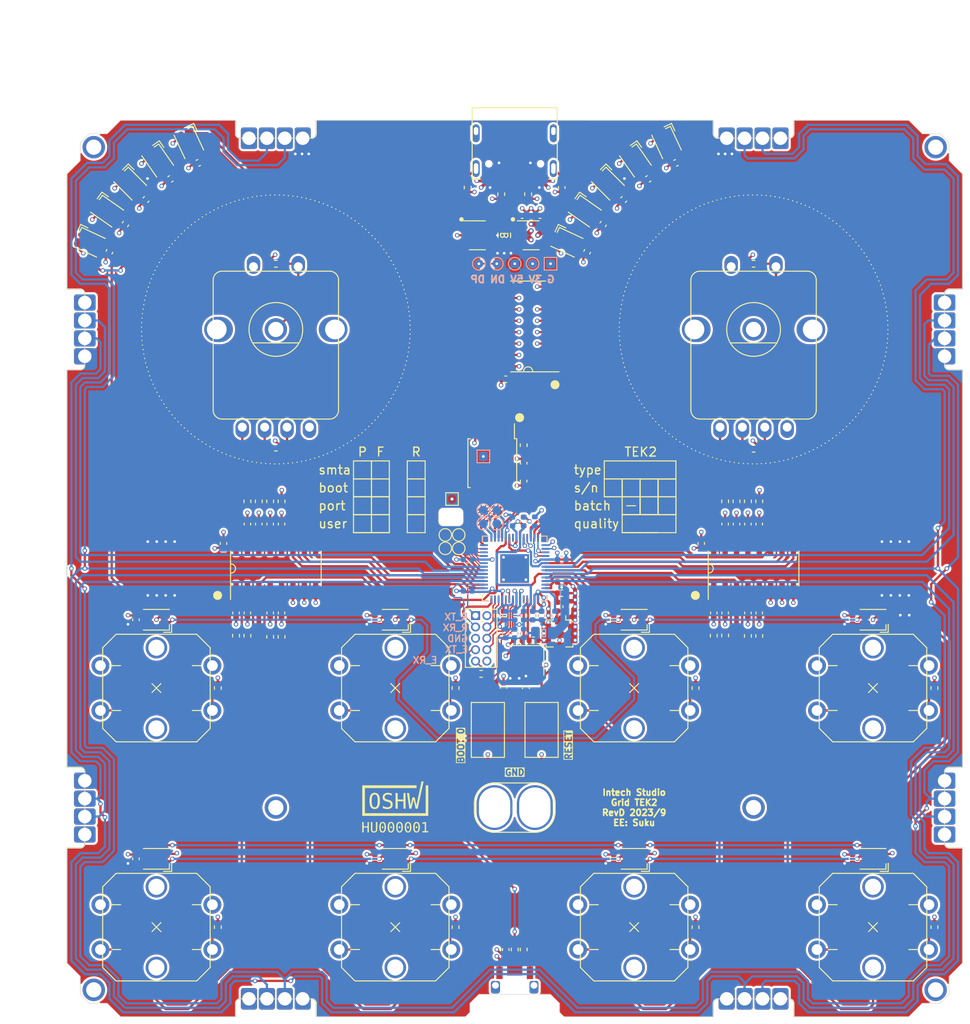
<source format=kicad_pcb>
(kicad_pcb (version 20221018) (generator pcbnew)
  (layers (0 "F.Cu" signal) (1 "In1.Cu" signal) (2 "In2.Cu" signal) (31 "B.Cu" signal) (34 "B.Paste" user) (35 "F.Paste" user) (36 "B.SilkS" user "B.Silkscreen") (37 "F.SilkS" user "F.Silkscreen") (38 "B.Mask" user) (39 "F.Mask" user) (44 "Edge.Cuts" user))
  (net 0 "")
  (net 1 "GND")
  (net 2 "/MCU/MAP_MODE")
  (net 3 "Net-(J701-In)")
  (net 4 "Net-(U704-XTAL_P)")
  (net 5 "Net-(U704-XTAL_N)")
  (net 6 "Net-(C759-Pad1)")
  (net 7 "/MCU/USB_DN")
  (net 8 "/MCU/USB_DP")
  (net 9 "VDD_SPI")
  (net 10 "/MCU/TMS")
  (net 11 "/MCU/TCK")
  (net 12 "/MCU/TDO")
  (net 13 "/MCU/GRID_SYNC_1")
  (net 14 "/MCU/GRID_WEST_TX")
  (net 15 "+5V")
  (net 16 "/MCU/GRID_WEST_RX")
  (net 17 "/MCU/GRID_SYNC_2")
  (net 18 "/MCU/GRID_SOUTH_TX")
  (net 19 "/MCU/GRID_NORTH_RX")
  (net 20 "/MCU/GRID_SOUTH_RX")
  (net 21 "/MCU/GRID_NORTH_TX")
  (net 22 "/MCU/GRID_EAST_RX")
  (net 23 "/MCU/GRID_EAST_TX")
  (net 24 "/MCU/LED_DATA_OUT")
  (net 25 "/UI_LED/LED_DATA_OUT")
  (net 26 "/MCU/TDI")
  (net 27 "/MCU/U0RXD")
  (net 28 "/MCU/U0TXD")
  (net 29 "/MCU/SPICS0")
  (net 30 "/ANA_0")
  (net 31 "/ANA_1")
  (net 32 "/ANA_4")
  (net 33 "/ANA_12")
  (net 34 "/ANA_13")
  (net 35 "/ANA_2")
  (net 36 "/ANA_6")
  (net 37 "/ANA_14")
  (net 38 "/ANA_15")
  (net 39 "/HWCFG/HWCFG_SHIFT")
  (net 40 "/HWCFG/HWCFG_CLOCK")
  (net 41 "/HWCFG/HWCFG_DATA")
  (net 42 "/MCU/RP_UART0_TX")
  (net 43 "/MCU/RP_UART0_RX")
  (net 44 "/MCU/RP_CLK")
  (net 45 "/MCU/RP_SWCLK")
  (net 46 "/MCU/RP_SWDIO")
  (net 47 "/MCU/RP_RUN")
  (net 48 "/MCU/RP_SPI0_RX")
  (net 49 "/MCU/RP_SPI0_CS")
  (net 50 "/MCU/RP_SPI0_SCK")
  (net 51 "/MCU/RP_SPI0_TX")
  (net 52 "Net-(J702-Pin_7)")
  (net 54 "Net-(J711-CC1)")
  (net 56 "Net-(J711-CC2)")
  (net 58 "Net-(J711-SHIELD-PadS2)")
  (net 64 "/MCU/RP_INTERRUPT")
  (net 65 "/MCU/SPIQ")
  (net 66 "/MCU/SPIWP")
  (net 67 "/MCU/SPID")
  (net 68 "/MCU/SPICLK")
  (net 69 "/MCU/SPIHD")
  (net 70 "/MCU/ESP_RESET")
  (net 71 "/MCU/ESP_BOOT0")
  (net 72 "/MCU/ESP_LNA")
  (net 73 "+1V1")
  (net 75 "unconnected-(M701-Pin_5-Pad5)")
  (net 76 "+3V3")
  (net 80 "ESP_GPIO_3")
  (net 81 "ESP_GPIO_2")
  (net 82 "ESP_GPIO_1")
  (net 83 "ESP_GPIO_4")
  (net 84 "ESP_GPIO_5")
  (net 85 "ESP_GPIO_16")
  (net 86 "ESP_GPIO_48")
  (net 87 "ESP_GPIO_47")
  (net 88 "ESP_GPIO_33")
  (net 89 "ESP_GPIO_34")
  (net 90 "ESP_GPIO_35")
  (net 91 "ESP_GPIO_36")
  (net 92 "ESP_GPIO_37")
  (net 93 "ESP_GPIO_45")
  (net 94 "ESP_GPIO_46")
  (net 95 "/ANA_8")
  (net 96 "/ANA_9")
  (net 97 "/ANA_10")
  (net 98 "/ANA_11")
  (net 99 "Net-(SW701-A)")
  (net 100 "Net-(U703-GPIO12)")
  (net 101 "Net-(U703-GPIO13)")
  (net 102 "Net-(U703-GPIO14)")
  (net 103 "Net-(U703-GPIO15)")
  (net 125 "Net-(C749-Pad1)")
  (net 126 "Net-(U707-EN)")
  (net 127 "Net-(D901-DOUT)")
  (net 128 "Net-(D902-DOUT)")
  (net 129 "Net-(D903-DOUT)")
  (net 130 "Net-(D904-DOUT)")
  (net 131 "Net-(D905-DOUT)")
  (net 132 "Net-(D906-DOUT)")
  (net 133 "Net-(D907-DOUT)")
  (net 134 "Net-(D908-DOUT)")
  (net 135 "Net-(D909-DOUT)")
  (net 136 "Net-(D910-DOUT)")
  (net 137 "Net-(D911-DOUT)")
  (net 138 "Net-(D912-DOUT)")
  (net 139 "Net-(U1001-X0)")
  (net 140 "Net-(U1001-X2)")
  (net 141 "Net-(U1001-X4)")
  (net 142 "Net-(U1001-X6)")
  (net 143 "Net-(U1001-X1)")
  (net 144 "Net-(U1001-X3)")
  (net 145 "Net-(U1001-X5)")
  (net 146 "Net-(U1001-X7)")
  (net 147 "Net-(U1002-X0)")
  (net 148 "Net-(U1002-X2)")
  (net 149 "Net-(U1002-X4)")
  (net 150 "Net-(U1002-X6)")
  (net 151 "Net-(U1002-X1)")
  (net 152 "Net-(U1002-X3)")
  (net 153 "Net-(U1002-X5)")
  (net 154 "Net-(U1002-X7)")
  (net 155 "Net-(R1017-Pad2)")
  (net 160 "Net-(R1025-Pad2)")
  (net 161 "Net-(D913-DOUT)")
  (net 162 "Net-(D914-DOUT)")
  (net 163 "Net-(D915-DOUT)")
  (net 164 "Net-(D916-DOUT)")
  (net 169 "Net-(D917-DOUT)")
  (net 170 "/ANA_3")
  (net 183 "Net-(R1048-Pad1)")
  (net 184 "Net-(R1047-Pad1)")
  (net 185 "Net-(R1044-Pad1)")
  (net 186 "Net-(R1043-Pad1)")
  (net 187 "Net-(R1040-Pad1)")
  (net 188 "Net-(R1039-Pad1)")
  (net 189 "Net-(R1036-Pad1)")
  (net 190 "Net-(R1035-Pad1)")
  (footprint "suku_basics:UI_WS2812C-2020" (layer "F.Cu") (at 59.995 132.385 180)
    (fp_text reference "D915" hide)
    (fp_text value "WS2812C-2020" hide)
  )
  (footprint "suku_basics:UI_WS2812C-2020" (layer "F.Cu") (at 113.335 132.385 180)
    (fp_text reference "D917" hide)
    (fp_text value "WS2812C-2020" hide)
  )
  (footprint "suku_basics:UI_WS2812C-2020" (layer "F.Cu") (at 86.665 132.385 180)
    (fp_text reference "D916" hide)
    (fp_text value "WS2812C-2020" hide)
  )
  (footprint "suku_basics:UI_WS2812C-2020" (layer "F.Cu") (at 140.005 132.385 180)
    (fp_text reference "D918" hide)
    (fp_text value "WS2812C-2020" hide)
  )
  (footprint "suku_basics:CAP_0402" (layer "F.Cu") (at 99 142.5 -90)
    (fp_text reference "C757" hide)
    (fp_text value "100n" hide)
  )
  (footprint "suku_basics:CAP_0402" (layer "F.Cu") (at 111.049 132.385 -90)
    (fp_text reference "C917" hide)
    (fp_text value "100n" hide)
  )
  (footprint "suku_basics:CAP_0402" (layer "F.Cu") (at 72.695 95.047 90)
    (fp_text reference "C1001" hide)
    (fp_text value "100n" hide)
  )
  (footprint "suku_basics:CAP_0402" (layer "F.Cu") (at 70.155 95.047 90)
    (fp_text reference "C1002" hide)
    (fp_text value "100n" hide)
  )
  (footprint "suku_basics:CAP_0402" (layer "F.Cu") (at 71.425 95.047 90)
    (fp_text reference "C1005" hide)
    (fp_text value "100n" hide)
  )
  (footprint "suku_basics:CAP_0402" (layer "F.Cu") (at 73.965 95.047 90)
    (fp_text reference "C1006" hide)
    (fp_text value "100n" hide)
  )
  (footprint "suku_basics:J_INTERFACE_SPRINGPATTERN" (layer "F.Cu") (at 50 73.33 90)
    (fp_text reference "J703" hide)
    (fp_text value "AFB10-S08LCA-00")
  )
  (footprint "suku_basics:J_INTERFACE_SPRINGPATTERN" (layer "F.Cu") (at 50 126.67 90)
    (fp_text reference "J704" hide)
    (fp_text value "AFB10-S08LCA-00")
  )
  (footprint "suku_basics:J_INTERFACE_SPRINGPATTERN" (layer "F.Cu") (at 73.33 150 180)
    (fp_text reference "J706" hide)
    (fp_text value "AFB10-S08LCA-00")
  )
  (footprint "suku_basics:J_INTERFACE_SPRINGPATTERN" (layer "F.Cu") (at 73.33 50)
    (fp_text reference "J705" hide)
    (fp_text value "AFB10-S08LCA-00")
  )
  (footprint "suku_basics:J_INTERFACE_SPRINGPATTERN" (layer "F.Cu") (at 126.67 150 180)
    (fp_text reference "J708" hide)
    (fp_text value "AFB10-S08LCA-00")
  )
  (footprint "suku_basics:J_INTERFACE_SPRINGPATTERN" (layer "F.Cu") (at 126.67 50)
    (fp_text reference "J707" hide)
    (fp_text value "AFB10-S08LCA-00")
  )
  (footprint "suku_basics:J_INTERFACE_SPRINGPATTERN" (layer "F.Cu") (at 150 73.33 -90)
    (fp_text reference "J709" hide)
    (fp_text value "AFB10-S08LCA-00")
  )
  (footprint "suku_basics:RES_0402" (layer "F.Cu") (at 66.853 140.005 90)
    (fp_text reference "R1036" hide)
    (fp_text value "5k1" hide)
  )
  (footprint "suku_basics:RES_0402" (layer "F.Cu") (at 93.396 140.005 90)
    (fp_text reference "R1040" hide)
    (fp_text value "5k1" hide)
  )
  (footprint "suku_basics:RES_0402" (layer "F.Cu") (at 120.193 140.005 90)
    (fp_text reference "R1044" hide)
    (fp_text value "5k1" hide)
  )
  (footprint "suku_basics:RES_0402" (layer "F.Cu") (at 146.863 140.005 90)
    (fp_text reference "R1048" hide)
    (fp_text value "5k1" hide)
  )
  (footprint "suku_basics:RES_0402" (layer "F.Cu") (at 71.425 92.507 90)
    (fp_text reference "R1001" hide)
    (fp_text value "1k" hide)
  )
  (footprint "suku_basics:RES_0402" (layer "F.Cu") (at 70.155 92.507 90)
    (fp_text reference "R1002" hide)
    (fp_text value "1k" hide)
  )
  (footprint "suku_basics:RES_0402" (layer "F.Cu") (at 72.695 92.507 90)
    (fp_text reference "R1005" hide)
    (fp_text value "1k" hide)
  )
  (footprint "suku_basics:RES_0402" (layer "F.Cu") (at 73.965 92.507 90)
    (fp_text reference "R1006" hide)
    (fp_text value "1k" hide)
  )
  (footprint "suku_basics:RES_0402" (layer "F.Cu") (at 101 142.5 90)
    (fp_text reference "R736" hide)
    (fp_text value "1k" hide)
  )
  (footprint "suku_basics:UI_ENDLESSPOTSW_ALPHA" (layer "F.Cu") (at 126.67 73.33)
    (fp_text reference "UI1009" hide)
    (fp_text value "P090S-04F20BR10K (NF)")
  )
  (footprint "suku_basics:UI_BUTTON_OMRON" (layer "F.Cu") (at 86.665 140.005 180)
    (fp_text reference "UI1024" hide)
    (fp_text value "B3F-4050 (NF)" hide)
  )
  (footprint "suku_basics:UI_BUTTON_OMRON" (layer "F.Cu") (at 113.335 140.005 180)
    (fp_text reference "UI1028" hide)
    (fp_text value "B3F-4050 (NF)" hide)
  )
  (footprint "suku_basics:UI_BUTTON_OMRON" (layer "F.Cu") (at 140.005 140.005 180)
    (fp_text reference "UI1032" hide)
    (fp_text value "B3F-4050 (NF)" hide)
  )
  (footprint "suku_basics:CAP_0402" (layer "F.Cu") (at 57.709 132.385 -90)
    (fp_text reference "C915" hide)
    (fp_text value "100n" hide)
  )
  (footprint "suku_basics:CAP_0402" (layer "F.Cu") (at 84.379 132.385 -90)
    (fp_text reference "C916" hide)
    (fp_text value "100n" hide)
  )
  (footprint "suku_basics:CAP_0402" (layer "F.Cu") (at 137.719 132.385 -90)
    (fp_text reference "C918" hide)
    (fp_text value "100n" hide)
  )
  (footprint "suku_basics:J_INTERFACE_SPRINGPATTERN" (layer "F.Cu") (at 150 126.67 -90)
    (fp_text reference "J710" hide)
    (fp_text value "AFB10-S08LCA-00")
  )
  (footprint "suku_basics:UI_BUTTON_OMRON" (layer "F.Cu") (at 59.995 140.005 180)
    (fp_text reference "UI1020" hide)
    (fp_text value "B3F-4050 (NF)" hide)
  )
  (footprint "suku_basics:RES_0402" (layer "F.Cu") (at 124.765 92.507 90)
    (fp_text reference "R1009" hide)
    (fp_text value "1k" hide)
  )
  (footprint "suku_basics:RES_0402" (layer "F.Cu") (at 123.495 92.507 90)
    (fp_text reference "R1010" hide)
    (fp_text value "1k" hide)
  )
  (footprint "suku_basics:RES_0402" (layer "F.Cu") (at 127.305 92.507 90)
    (fp_text reference "R1014" hide)
    (fp_text value "1k" hide)
  )
  (footprint "suku_basics:SOIC-16_74HC4051" (layer "F.Cu") (at 126.67 100 90)
    (fp_text reference "U1002" hide)
    (fp_text value "74HC4051" hide)
  )
  (footprint "suku_basics:CAP_0402" (layer "F.Cu") (at 126.035 95.047 90)
    (fp_text reference "C1010" hide)
    (fp_text value "100n" hide)
  )
  (footprint "suku_basics:CAP_0402" (layer "F.Cu") (at 123.495 95.047 90)
    (fp_text reference "C1011" hide)
    (fp_text value "100n" hide)
  )
  (footprint "suku_basics:CAP_0402" (layer "F.Cu") (at 124.765 95.047 90)
    (fp_text reference "C1014" hide)
    (fp_text value "100n" hide)
  )
  (footprint "suku_basics:CAP_0402" (layer "F.Cu") (at 127.305 95.047 90)
    (fp_text reference "C1015" hide)
    (fp_text value "100n" hide)
  )
  (footprint "suku_basics:SOIC-16_74HC4051" (layer "F.Cu") (at 73.33 100 90)
    (fp_text reference "U1001" hide)
    (fp_text value "74HC4051" hide)
  )
  (footprint "suku_basics:UI_ENDLESSPOTSW_ALPHA" (layer "F.Cu") (at 73.33 73.33)
    (fp_text reference "UI1001" hide)
    (fp_text value "P090S-04F20BR10K (NF)")
  )
  (footprint "suku_basics:RES_0402" (layer "F.Cu") (at 68.885 107.493 -90)
    (fp_text reference "R1003" hide)
    (fp_text value "1k" hide)
  )
  (footprint "suku_basics:RES_0402" (layer "F.Cu") (at 70.155 107.493 -90)
    (fp_text reference "R1004" hide)
    (fp_text value "1k" hide)
  )
  (footprint "suku_basics:RES_0402" (layer "F.Cu") (at 73.965 107.62 -90)
    (fp_text reference "R1007" hide)
    (fp_text value "1k" hide)
  )
  (footprint "suku_basics:RES_0402" (layer "F.Cu") (at 72.695 107.62 -90)
    (fp_text reference "R1008" hide)
    (fp_text value "1k" hide)
  )
  (footprint "suku_basics:CAP_0402" (layer "F.Cu") (at 68.885 104.953 -90)
    (fp_text reference "C1003" hide)
    (fp_text value "100n" hide)
  )
  (footprint "suku_basics:CAP_0402" (layer "F.Cu") (at 70.155 104.953 -90)
    (fp_text reference "C1004" hide)
    (fp_text value "100n" hide)
  )
  (footprint "suku_basics:CAP_0402" (layer "F.Cu") (at 73.965 104.953 -90)
    (fp_text reference "C1007" hide)
    (fp_text value "100n" hide)
  )
  (footprint "suku_basics:CAP_0402" (layer "F.Cu") (at 72.695 104.953 -90)
    (fp_text reference "C1008" hide)
    (fp_text value "100n" hide)
  )
  (footprint "suku_basics:RES_0402" (layer "F.Cu") (at 126.035 92.507 90)
    (fp_text reference "R1013" hide)
    (fp_text value "1k" hide)
  )
  (footprint "suku_basics:CAP_0402" (layer "F.Cu") (at 122.225 104.953 -90)
    (fp_text reference "C1012" hide)
    (fp_text value "100n" hide)
  )
  (footprint "suku_basics:CAP_0402" (layer "F.Cu") (at 123.495 104.953 -90)
    (fp_text reference "C1013" hide)
    (fp_text value "100n" hide)
  )
  (footprint "suku_basics:CAP_0402" (layer "F.Cu") (at 127.305 104.953 -90)
    (fp_text reference "C1016" hide)
    (fp_text value "100n" hide)
  )
  (footprint "suku_basics:CAP_0402" (layer "F.Cu") (at 126.035 104.953 -90)
    (fp_text reference "C1017" hide)
    (fp_text value "100n" hide)
  )
  (footprint "suku_basics:RES_0402" (layer "F.Cu") (at 122.225 107.493 -90)
    (fp_text reference "R1011" hide)
    (fp_text value "1k" hide)
  )
  (footprint "suku_basics:RES_0402" (layer "F.Cu") (at 123.495 107.4676 -90)
    (fp_text reference "R1012" hide)
    (fp_text value "1k" hide)
  )
  (footprint "suku_basics:RES_0402" (layer "F.Cu") (at 127.305 107.5184 -90)
    (fp_text reference "R1015" hide)
    (fp_text value "1k" hide)
  )
  (footprint "suku_basics:RES_0402" (layer "F.Cu") (at 126.035 107.5184 -90)
    (fp_text reference "R1016" hide)
    (fp_text value "1k" hide)
  )
  (footprint "suku_basics:SOIC-8W_FLASH" (layer "F.Cu") (at 97.5 88.25 -90)
    (fp_text reference "U705" hide)
    (fp_text value "W25Q64JVSSIQ" hide)
  )
  (footprint "suku_basics:CAP_0402" (layer "F.Cu") (at 99 78.8875 180)
    (fp_text reference "C801" hide)
    (fp_text value "100n" hide)
  )
  (footprint "suku_basics:CAP_0402" (layer "F.Cu") (at 120.828 97.206 -90)
    (fp_text reference "C1018" hide)
    (fp_text value "100n" hide)
  )
  (footprint "suku_basics:CAP_0402" (layer "F.Cu") (at 67.488 97.206 -90)
    (fp_text reference "C1009" hide)
    (fp_text value "100n" hide)
  )
  (footprint "suku_basics:SW_HYP_MAPMODE" (layer "F.Cu") (at 100 146.2 180)
    (fp_text reference "SW701" hide)
    (fp_text value "C255807" hide)
  )
  (footprint "suku_basics:SOIC-16_74HC165" (layer "F.Cu") (at 101.5 73 180)
    (fp_text reference "U801" hide)
    (fp_text value "74HC165" hide)
  )
  (footprint "suku_basics:CAP_0402" (layer "F.Cu") (at 101 90.25 -90)
    (fp_text reference "C756" hide)
    (fp_text value "100n" hide)
  )
  (footprint "suku_basics:USB_C_Korean_Hroparts_TYPE-C-31-M-12" (layer "F.Cu") (at 100 53.4 180)
    (fp_text reference "J711" hide)
    (fp_text value "USB_C_TYPE-C-32-M-12" hide)
  )
  (footprint "suku_basics:SOT-23-6" (layer "F.Cu") (at 95.83 62.83 180)
    (fp_text reference "U706" hide)
    (fp_text value "SESRV05-4" hide)
  )
  (footprint "suku_basics:CAP_0402" (layer "F.Cu") (at 84.379 105.715 -90)
    (fp_text reference "C912" hide)
    (fp_text value "100n")
  )
  (footprint "suku_basics:FERRIT_0805" (layer "F.Cu") (at 98.83 62.83 -90)
    (fp_text reference "L703" hide)
    (fp_text value "GZ2012D601TF" hide)
  )
  (footprint "suku_basics:CAP_0402" (layer "F.Cu") (at 102 105.25 -90)
    (fp_text reference "C753" hide)
    (fp_text value "10n" hide)
  )
  (footprint "Button_Switch_SMD:SW_SPST_CK_RS282G05A3" (layer "F.Cu") (at 97 118 90)
    (fp_text reference "SW703" hide)
    (fp_text value "C2905169" hide)
  )
  (footprint "suku_basics:RES_0402" (layer "F.Cu") (at 101 86.25 90)
    (fp_text reference "R734" hide)
    (fp_text value "5k1" hide)
  )
  (footprint "Crystal:Crystal_SMD_Abracon_ABM8G-4Pin_3.2x2.5mm" (layer "F.Cu") (at 101.25 110.25 180)
    (fp_text reference "Y701" hide)
    (fp_text value "ESP32_XTAL" hide)
  )
  (footprint "suku_basics:UI_BUTTON_OMRON" (layer "F.Cu") (at 140.005 113.335 180)
    (fp_text reference "UI1031" hide)
    (fp_text value "B3F-4050 (NF)")
  )
  (footprint "suku_basics:CAP_0402" (layer "F.Cu") (at 54.75069 64.666326 65)
    (fp_text reference "C901" hide)
    (fp_text value "100n")
  )
  (footprint "suku_basics:RES_0402" (layer "F.Cu") (at 101.25 113.25 -90)
    (fp_text reference "R735" hide)
    (fp_text value "5k1")
  )
  (footprint "suku_basics:UI_WS2812C-2020" (layer "F.Cu") (at 116.94978 52.484921 -65)
    (fp_text reference "D910" hide)
    (fp_text value "WS2812C-2020")
  )
  (footprint "suku_basics:CAP_0402" (layer "F.Cu") (at 100.35 108 180)
    (fp_text reference "C750" hide)
    (fp_text value "10p" hide)
  )
  (footprint "suku_basics:CAP_0402" (layer "F.Cu") (at 98.75 105.25 -90)
    (fp_text reference "C752" hide)
    (fp_text value "100n" hide)
  )
  (footprint "suku_basics:UI_BUTTON_OMRON" (layer "F.Cu") (at 59.995 113.335 180)
    (fp_text reference "UI1019" hide)
    (fp_text value "B3F-4050 (NF)")
  )
  (footprint "suku_basics:CAP_0402" (layer "F.Cu") (at 137.719 105.715 -90)
    (fp_text reference "C914" hide)
    (fp_text value "100n")
  )
  (footprint "suku_basics:UI_WS2812C-2020" (layer "F.Cu") (at 59.995 105.715 180)
    (fp_text reference "D911" hide)
    (fp_text value "WS2812C-2020")
  )
  (footprint "suku_basics:CAP_0402" (layer "F.Cu") (at 61.571683 56.537383 35)
    (fp_text reference "C904" hide)
    (fp_text value "100n")
  )
  (footprint "suku_basics:OscilloscopeGround" (layer "F.Cu") (at 100 126.67)
    (fp_text reference "J799" hide)
    (fp_text value "Conn_01x02")
  )
  (footprint "suku_basics:CAP_0402" (layer "F.Cu") (at 57.709 105.715 -90)
    (fp_text reference "C911" hide)
    (fp_text value "100n")
  )
  (footprint "suku_basics:CAP_0402" (layer "F.Cu") (at 102.83 60.58)
    (fp_text reference "C761" hide)
    (fp_text value "1u" hide)
  )
  (footprint "suku_basics:CAP_0402" (layer "F.Cu") (at 105.25 102.75)
    (fp_text reference "C742" hide)
    (fp_text value "1p8" hide)
  )
  (footprint "suku_basics:RES_0402" (layer "F.Cu") (at 146.863 113.335 90)
    (fp_text reference "R1047" hide)
    (fp_text value "5k1")
  )
  (footprint "TestPoint:TestPoint_Pad_1.0x1.0mm" (layer "F.Cu") (at 93 92.25)
    (fp_text reference "TP710" hide)
    (fp_text value "TestPoint")
  )
  (footprint "suku_basics:CAP_0402" (layer "F.Cu") (at 101 94.75 90)
    (fp_text reference "C751" hide)
    (fp_text value "100n" hide)
  )
  (footprint "suku_basics:CAP_0402" (layer "F.Cu") (at 105.25 57.5 -90)
    (fp_text reference "C759" hide)
    (fp_text value "4n7" hide)
  )
  (footprint "suku_basics:CAP_0402" (layer "F.Cu") (at 98.75 113.25 90)
    (fp_text reference "C758" hide)
    (fp_text value "1u")
  )
  (footprint "suku_basics:RES_0402" (layer "F.Cu") (at 126.67 66)
    (fp_text reference "R703" hide)
    (fp_text value "5k1")
  )
  (footprint "suku_basics:CAP_0402" (layer "F.Cu") (at 105.75 104.25 90)
    (fp_text reference "C739" hide)
    (fp_text value "3p9" hide)
  )
  (footprint "suku_basics:CAP_0402" (layer "F.Cu") (at 109.877383 61.571683 55)
    (fp_text reference "C907" hide)
    (fp_text value "100n")
  )
  (footprint "suku_basics:CAP_0402" (layer "F.Cu") (at 101 88.25 90)
    (fp_text reference "C755" hide)
    (fp_text value "1u" hide)
  )
  (footprint "suku_basics:UI_WS2812C-2020" (layer "F.Cu") (at 52.484921 63.60978 -25)
    (fp_text reference "D901" hide)
    (fp_text value "WS2812C-2020")
  )
  (footprint "suku_basics:UI_WS2812C-2020" (layer "F.Cu") (at 57.066544 57.066544 -45)
    (fp_text reference "D903" hide)
    (fp_text value "WS2812C-2020")
  )
  (footprint "suku_basics:UI_WS2812C-2020" (layer "F.Cu") (at 110.406544 57.066544 -45)
    (fp_text reference "D908" hide)
    (fp_text value "WS2812C-2020")
  )
  (footprint "suku_basics:CAP_0402" (layer "F.Cu") (at 100.83 60.58)
    (fp_text reference "C760" hide)
    (fp_text value "1u" hide)
  )
  (footprint "suku_basics:UI_BUTTON_OMRON" (layer "F.Cu") (at 86.665 113.335 180)
    (fp_text reference "UI1023" hide)
    (fp_text value "B3F-4050 (NF)")
  )
  (footprint "suku_basics:CAP_0402" (layer "F.Cu") (at 105.25 101.5)
    (fp_text reference "C749" hide)
    (fp_text value "100n" hide)
  )
  (footprint "suku_basics:RES_0402" (layer "F.Cu") (at 100 142.5 90)
    (fp_text reference "R701" hide)
    (fp_text value "5k1")
  )
  (footprint "suku_basics:QFN-56-1EP_7x7mm_P0.4mm_EP3.2x3.2mm" (layer "F.Cu") (at 100 100 180)
    (fp_text reference "U704" hide)
    (fp_text value "ESP32-S3FN8" hide)
  )
  (footprint "suku_basics:CAP_0402" (layer "F.Cu") (at 108.09069 64.666326 65)
    (fp_text reference "C906" hide)
    (fp_text value "100n")
  )
  (footprint "suku_basics:RES_0402" (layer "F.Cu") (at 101.5 58.25 -90)
    (fp_text reference "R738" hide)
    (fp_text value "5k1" hide)
  )
  (footprint "suku_basics:grid_outline" (layer "F.Cu") (at 100 100)
    (fp_text reference "M701" hide)
    (fp_text value "(NF)" hide)
  )
  (footprint "suku_basics:RES_0402" (layer "F.Cu") (at 98.5 58.25 -90)
    (fp_text reference "R739" hide)
    (fp_text value "5k1" hide)
  )
  (footprint "suku_basics:UI_WS2812C-2020" (layer "F.Cu") (at 63.60978 52.484921 -65)
    (fp_text reference "D905" hide)
    (fp_text value "WS2812C-2020")
  )
  (footprint "suku_basics:UI_WS2812C-2020" (layer "F.Cu") (at 105.824921 63.60978 -25)
    (fp_text reference "D906" hide)
    (fp_text value "WS2812C-2020")
  )
  (footprint "suku_basics:UI_BUTTON_OMRON" (layer "F.Cu") (at 113.335 113.335 180)
    (fp_text reference "UI1027" hide)
    (fp_text value "B3F-4050 (NF)")
  )
  (footprint "suku_basics:RES_0402" (layer "F.Cu") (at 126.67 86.63 180)
    (fp_text reference "R1025" hide)
    (fp_text value "470R")
  )
  (footprint "suku_basics:CAP_0402" (layer "F.Cu") (at 58.834311 58.834311 45)
    (fp_text reference "C903" hide)
    (fp_text value "100n")
  )
  (footprint "TestPoint:TestPoint_Pad_D1.0mm" (layer "F.Cu") (at 93.75 96.25)
    (fp_text reference "TP706" hide)
    (fp_text value "TestPoint")
  )
  (footprint "suku_basics:CAP_0402" (layer "F.Cu") (at 114.911683 56.537383 35)
    (fp_text reference "C909" hide)
    (fp_text value "100n")
  )
  (footprint "Connector_PinHeader_1.27mm:PinHeader_2x05_P1.27mm_Vertical" (layer "F.Cu") (at 95.625 105.25)
    (fp_text reference "J702" hide)
    (fp_text value "(NF)" hide)
  )
  (footprint "suku_basics:CAP_0402" (layer "F.Cu") (at 56.537383 61.571683 55)
    (fp_text reference "C902" hide)
    (fp_text value "100n")
  )
  (footprint "suku_basics:SOT-23-5" (layer "F.Cu") (at 101.83 62.83 180)
    (fp_text reference "U707" hide)
    (fp_text value "LN1134A332MR-G" hide)
  )
  (footprint "suku_basics:UI_WS2812C-2020" (layer "F.Cu") (at 140.005 105.715 180)
    (fp_text reference "D914" hide)
    (fp_text value "WS2812C-2020")
  )
  (footprint "Button_Switch_SMD:SW_SPST_CK_RS282G05A3" (layer "F.Cu") (at 103 118 90)
    (fp_text reference "SW702" hide)
    (fp_text value "C2905169" hide)
  )
  (footprint "suku_basics:UI_WS2812C-2020" (layer "F.Cu") (at 113.335 105.715 180)
    (fp_text reference "D913" hide)
    (fp_text value "WS2812C-2020")
  )
  (footprint "suku_basics:RES_0402" (layer "F.Cu") (at 120.193 113.335 90)
    (fp_text reference "R1043" hide)
    (fp_text value "5k1")
  )
  (footprint "suku_basics:UI_WS2812C-2020" (layer "F.Cu") (at 113.477742 54.489503 -55)
    (fp_text reference "D909" hide)
    (fp_text value "WS2812C-2020")
  )
  (footprint "suku_basics:RES_0402" (layer "F.Cu") (at 94.75 57.5 -90)
    (fp_text reference "R737" hide)
    (fp_text value "1M" hide)
  )
  (footprint "TestPoint:TestPoint_Pad_D1.0mm" (layer "F.Cu") (at 92.25 96.25)
    (fp_text reference "TP708" hide)
    (fp_text value "TestPoint")
  )
  (footprint "suku_basics:UI_WS2812C-2020" (layer "F.Cu") (at 54.489503 60.137742 -35)
    (fp_text reference "D902" hide)
    (fp_text value "WS2812C-2020")
  )
  (footprint "TestPoint:TestPoint_Pad_D1.0mm" (layer "F.Cu") (at 92.25 97.75)
    (fp_text reference "TP709" hide)
    (fp_text value "TestPoint")
  )
  (footprint "suku_basics:RES_0402" (layer "F.Cu") (at 93.396 113.335 90)
    (fp_text reference "R1039" hide)
    (fp_text value "5k1")
  )
  (footprint "TestPoint:TestPoint_Pad_D1.0mm" (layer "F.Cu") (at 93.75 97.75)
    (fp_text reference "TP707" hide)
    (fp_text value "TestPoint")
  )
  (footprint "Connector_Coaxial:U.FL_Molex_MCRF_73412-0110_Vertical" (layer "F.Cu") (at 105 107.25 180)
    (fp_text reference "J701" hide)
    (fp_text value "Conn_Coaxial" hide)
  )
  (footprint "suku_basics:IND_0402" (layer "F.Cu") (at 104.75 104.25 90)
    (fp_text reference "L701" hide)
    (fp_text value "1n8" hide)
  )
  (footprint "suku_basics:RES_0402" (layer "F.Cu") (at 66.853 113.335 90)
    (fp_text reference "R1035" hide)
    (fp_text value "5k1")
  )
  (footprint "suku_basics:CAP_0402" (layer "F.Cu") (at 112.174311 58.834311 45)
    (fp_text reference "C908" hide)
    (fp_text value "100n")
  )
  (footprint "suku_basics:UI_WS2812C-2020" (layer "F.Cu") (at 107.829503 60.137742 -35)
    (fp_text reference "D907" hide)
    (fp_text value "WS2812C-2020")
  )
  (footprint "suku_basics:UI_WS2812C-2020" (layer "F.Cu") (at 86.665 105.715 180)
    (fp_text reference "D912" hide)
    (fp_text value "WS2812C-2020")
  )
  (footprint "suku_basics:RES_0402" (layer "F.Cu") (at 73.33 86.5 180)
    (fp_text reference "R1017" hide)
    (fp_text value "470R")
  )
  (footprint "suku_basics:CAP_0402" (layer "F.Cu") (at 111.049 105.715 -90)
    (fp_text reference "C913" hide)
    (fp_text value "100n")
  )
  (footprint "suku_basics:CAP_0402" (layer "F.Cu") (at 102.1 108)
    (fp_text reference "C748" hide)
    (fp_text value "10p" hide)
  )
  (footprint "suku_basics:CAP_0402" (layer "F.Cu") (at 64.666326 54.75069 25)
    (fp_text reference "C905" hide)
    (fp_text value "100n")
  )
  (footprint "suku_basics:CAP_0402" (layer "F.Cu") (at 103 105.25 -90)
    (fp_text reference "C754" hide)
    (fp_text value "1u" hide)
  )
  (footprint "suku_basics:UI_WS2812C-2020" (layer "F.Cu") (at 60.137742 54.489503 -55)
    (fp_text reference "D904" hide)
    (fp_text value "WS2812C-2020")
  )
  (footprint "suku_basics:RES_0402" (layer "F.Cu") (at 96.25 111.75)
    (fp_text reference "R733" hide)
    (fp_text value "1k" hide)
  )
  (footprint "suku_basics:OSHWA" (layer "F.Cu") (at 86.665 126.67)
    (fp_text reference "LOGO701" hide)
    (fp_text value "OSHWA" hide)
  )
  (footprint "suku_basics:CAP_0402" (layer "F.Cu") (at 118.006326 54.75069 25)
    (fp_text reference "C910" hide)
    (fp_text value "100n")
  )
  (footprint "suku_basics:RES_0402" (layer "F.Cu") (at 73.33 66)
    (fp_text reference "R702" hide)
    (fp_text value "5k1")
  )
  (footprint "TestPoint:TestPoint_Pad_1.0x1.0mm" (layer "B.Cu") (at 104 66 180)
    (fp_text reference "TP711" hide)
    (fp_text value "GND" hide)
  )
  (footprint "TestPoint:TestPoint_Pad_D1.0mm" (layer "B.Cu") (at 100 66 180)
    (fp_text reference "TP712" hide)
    (fp_text value "VB" hide)
  )
  (footprint "TestPoint:TestPoint_Pad_D1.0mm" (layer "B.Cu") (at 98 66)
    (fp_text reference "TP713" hide)
    (fp_text value "D-" hide)
  )
  (footprint "TestPoint:TestPoint_Pad_D1.0mm" (layer "B.Cu") (at 96 66)
    (fp_text reference "TP714" hide)
    (fp_text value "D+" hide)
  )
  (footprint "suku_basics:FERRIT_0805" (layer "B.Cu") (at 103.25 107.2 180)
    (fp_text reference "L702" hide)
    (fp_text value "GZ2012D601TF" hide)
  )
  (footprint "suku_basics:CAP_0402" (layer "B.Cu") (at 103 105.25 -90)
    (fp_text reference "C741" hide)
    (fp_text value "100n" hide)
  )
  (footprint "suku_basics:CAP_0402" (layer "B.Cu") (at 100 105.25 -90)
    (fp_text reference "C745" hide)
    (fp_text value "100n" hide)
  )
  (footprint "suku_basics:RP2040_QFN-56-1EP_7x7mm_P0.4mm_EP3.2x3.2mm" (layer "B.Cu") (at 100 100 90)
    (fp_text reference "U703" hide)
    (fp_text value "RP2040" hide)
  )
  (footprint "suku_basics:CAP_0402" (layer "B.Cu") (at 94.75 99 180)
    (fp_text reference "C736" hide)
    (fp_text value "100n" hide)
  )
  (footprint "TestPoint:TestPoint_Pad_1.0x1.0mm" (layer "B.Cu") (at 96.5 87.5 180)
    (fp_text reference "TP705" hide)
    (fp_text value "TestPoint")
  )
  (footprint "TestPoint:TestPoint_Pad_D1.0mm" (layer "B.Cu") (at 98 95 180)
    (fp_text reference "TP703" hide)
    (fp_text value "TestPoint" hide)
  )
  (footprint "suku_basics:CAP_0402" (layer "B.Cu") (at 99 105.25 -90)
    (fp_text reference "C744" hide)
    (fp_text value "100n" hide)
  )
  (footprint "suku_basics:CAP_0402" (layer "B.Cu") (at 100 107.25 90)
    (fp_text reference "C746" hide)
    (fp_text value "1u" hide)
  )
  (footprint "TestPoint:TestPoint_Pad_D1.0mm" (layer "B.Cu") (at 102 66)
    (fp_text reference "TP715" hide)
    (fp_text value "UI" hide)
  )
  (footprint "suku_basics:CAP_0402" (layer "B.Cu") (at 99 107.25 90)
    (fp_text reference "C743" hide)
    (fp_text value "10u" hide)
  )
  (footprint "suku_basics:CAP_0402" (layer "B.Cu") (at 101 105.25 -90)
    (fp_text reference "C733" hide)
    (fp_text value "1u" hide)
  )
  (footprint "TestPoint:TestPoint_Pad_D1.0mm" (layer "B.Cu") (at 96.5 95 180)
    (fp_text reference "TP701" hide)
    (fp_text value "TestPoint" hide)
  )
  (footprint "suku_basics:CAP_0402" (layer "B.Cu") (at 99.75 94.75 90)
    (fp_text reference "C737" hide)
    (fp_text value "100n" hide)
  )
  (footprint "suku_basics:CAP_0402" (layer "B.Cu") (at 104.5 105.25 -90)
    (fp_text reference "C740" hide)
    (fp_text value "100n" hide)
  )
  (footprint "TestPoint:TestPoint_Pad_D1.0mm" (layer "B.Cu") (at 98 93.5 180)
    (fp_text reference "TP704" hide)
    (fp_text value "TestPoint" hide)
  )
  (footprint "TestPoint:TestPoint_Pad_D1.0mm" (layer "B.Cu") (at 96.5 93.5 180)
    (fp_text reference "TP702" hide)
    (fp_text value "TestPoint" hide)
  )
  (footprint "suku_basics:CAP_0402" (layer "B.Cu") (at 105.25 99)
    (fp_text reference "C738" hide)
    (fp_text value "100n" hide)
  )
  (footprint "suku_basics:CAP_0402" (layer "B.Cu") (at 102 105.25 -90)
    (fp_text reference "C734" hide)
    (fp_text value "1u" hide)
  )
  (footprint "suku_basics:CAP_0402" (layer "B.Cu") (at 101 94.75 90)
    (fp_text reference "C731" hide)
    (fp_text value "100n" hide)
  )
  (footprint "suku_basics:RES_0402" (layer "B.Cu") (at 102.25 94.75 -90)
    (fp_text reference "R729" hide)
    (fp_text value "5k1" hide)
  )
  (footprint "suku_basics:CAP_0402" (layer "B.Cu") (at 98 105.25 -90)
    (fp_text reference "C732" hide)
    (fp_text value "100n" hide)
  )
  (footprint "suku_basics:CAP_0402" (layer "B.Cu") (at 101 107.25 90)
    (fp_text reference "C747" hide)
    (fp_text value "100n" hide)
  )
  (footprint "suku_basics:CAP_0402" (layer "B.Cu") (at 94.75 102.5 180)
    (fp_text reference "C735" hide)
    (fp_text value "100n" hide)
  )
  (gr_line (start 86 88) (end 84 88) (stroke (width 0.12)) (layer "F.SilkS"))
  (gr_line (start 84 90) (end 84 88) (stroke (width 0.12)) (layer "F.SilkS"))
  (gr_line (start 82 92) (end 84 92) (stroke (width 0.12)) (layer "F.SilkS"))
  (gr_line (start 82 88) (end 82 90) (stroke (width 0.12)) (layer "F.SilkS"))
  (gr_line (start 84 88) (end 82 88) (stroke (width 0.12)) (layer "F.SilkS"))
  (gr_line (start 84 88) (end 84 90) (stroke (width 0.12)) (layer "F.SilkS"))
  (gr_line (start 84 92) (end 86 92) (stroke (width 0.12)) (layer "F.SilkS"))
  (gr_line (start 86 90) (end 86 88) (stroke (width 0.12)) (layer "F.SilkS"))
  (gr_line (start 90 88) (end 88 88) (stroke (width 0.12)) (layer "F.SilkS"))
  (gr_line (start 88 88) (end 88 90) (stroke (width 0.12)) (layer "F.SilkS"))
  (gr_line (start 90 90) (end 90 88) (stroke (width 0.12)) (layer "F.SilkS"))
  (gr_line (start 86 92) (end 86 94) (stroke (width 0.12)) (layer "F.SilkS"))
  (gr_line (start 86 94) (end 86 92) (stroke (width 0.12)) (layer "F.SilkS"))
  (gr_line (start 84 92) (end 82 92) (stroke (width 0.12)) (layer "F.SilkS"))
  (gr_line (start 82 92) (end 82 94) (stroke (width 0.12)) (layer "F.SilkS"))
  (gr_line (start 82 94) (end 84 94) (stroke (width 0.12)) (layer "F.SilkS"))
  (gr_line (start 84 94) (end 84 92) (stroke (width 0.12)) (layer "F.SilkS"))
  (gr_line (start 86 92) (end 84 92) (stroke (width 0.12)) (layer "F.SilkS"))
  (gr_line (start 86 94) (end 86 96) (stroke (width 0.12)) (layer "F.SilkS"))
  (gr_line (start 86 96) (end 86 94) (stroke (width 0.12)) (layer "F.SilkS"))
  (gr_line (start 84 96) (end 86 96) (stroke (width 0.12)) (layer "F.SilkS"))
  (gr_line (start 84 94) (end 84 96) (stroke (width 0.12)) (layer "F.SilkS"))
  (gr_line (start 84 94) (end 82 94) (stroke (width 0.12)) (layer "F.SilkS"))
  (gr_line (start 82 94) (end 82 96) (stroke (width 0.12)) (layer "F.SilkS"))
  (gr_line (start 82 96) (end 84 96) (stroke (width 0.12)) (layer "F.SilkS"))
  (gr_line (start 86 94) (end 84 94) (stroke (width 0.12)) (layer "F.SilkS"))
  (gr_line (start 84 94) (end 86 94) (stroke (width 0.12)) (layer "F.SilkS"))
  (gr_line (start 84 92) (end 84 94) (stroke (width 0.12)) (layer "F.SilkS"))
  (gr_line (start 84 96) (end 84 94) (stroke (width 0.12)) (layer "F.SilkS"))
  (gr_line (start 84 96) (end 82 96) (stroke (width 0.12)) (layer "F.SilkS"))
  (gr_line (start 86 96) (end 84 96) (stroke (width 0.12)) (layer "F.SilkS"))
  (gr_line (start 110 90) (end 110 88) (stroke (width 0.12)) (layer "F.SilkS"))
  (gr_line (start 110 88) (end 114 88) (stroke (width 0.12)) (layer "F.SilkS"))
  (gr_line (start 112 90) (end 110 90) (stroke (width 0.12)) (layer "F.SilkS"))
  (gr_line (start 114 90) (end 112 90) (stroke (width 0.12)) (layer "F.SilkS"))
  (gr_line (start 114 94) (end 116 94) (stroke (width 0.12)) (layer "F.SilkS"))
  (gr_line (start 114 92) (end 114 94) (stroke (width 0.12)) (layer "F.SilkS"))
  (gr_line (start 116 94) (end 116 92) (stroke (width 0.12)) (layer "F.SilkS"))
  (gr_line (start 112.5 93) (end 113.5 93) (stroke (width 0.12)) (layer "F.SilkS"))
  (gr_line (start 114 94) (end 112 94) (stroke (width 0.12)) (layer "F.SilkS"))
  (gr_line (start 114 92) (end 114 94) (stroke (width 0.12)) (layer "F.SilkS"))
  (gr_line (start 114 94) (end 114 92) (stroke (width 0.12)) (layer "F.SilkS"))
  (gr_line (start 116 94) (end 114 94) (stroke (width 0.12)) (layer "F.SilkS"))
  (gr_line (start 116 92) (end 116 94) (stroke (width 0.12)) (layer "F.SilkS"))
  (gr_line (start 112 94) (end 114 94) (stroke (width 0.12)) (layer "F.SilkS"))
  (gr_line (start 112 92) (end 112 94) (stroke (width 0.12)) (layer "F.SilkS"))
  (gr_line (start 116 92) (end 118 92) (stroke (width 0.12)) (layer "F.SilkS"))
  (gr_line (start 116 90) (end 118 90) (stroke (width 0.12)) (layer "F.SilkS"))
  (gr_line (start 116 90) (end 116 92) (stroke (width 0.12)) (layer "F.SilkS"))
  (gr_line (start 118 92) (end 118 90) (stroke (width 0.12)) (layer "F.SilkS"))
  (gr_line (start 118 92) (end 116 92) (stroke (width 0.12)) (layer "F.SilkS"))
  (gr_line (start 116 92) (end 116 90) (stroke (width 0.12)) (layer "F.SilkS"))
  (gr_line (start 118 90) (end 116 90) (stroke (width 0.12)) (layer "F.SilkS"))
  (gr_line (start 118 92) (end 118 94) (stroke (width 0.12)) (layer "F.SilkS"))
  (gr_line (start 118 94) (end 116 94) (stroke (width 0.12)) (layer "F.SilkS"))
  (gr_line (start 114 92) (end 112 92) (stroke (width 0.12)) (layer "F.SilkS"))
  (gr_line (start 118 94) (end 118 92) (stroke (width 0.12)) (layer "F.SilkS"))
  (gr_line (start 116 94) (end 118 94) (stroke (width 0.12)) (layer "F.SilkS"))
  (gr_line (start 112 92) (end 110 92) (stroke (width 0.12)) (layer "F.SilkS"))
  (gr_line (start 116 92) (end 114 92) (stroke (width 0.12)) (layer "F.SilkS"))
  (gr_line (start 116 92) (end 116 90) (stroke (width 0.12)) (layer "F.SilkS"))
  (gr_line (start 114 92) (end 116 92) (stroke (width 0.12)) (layer "F.SilkS"))
  (gr_line (start 114 90) (end 114 92) (stroke (width 0.12)) (layer "F.SilkS"))
  (gr_line (start 116 90) (end 114 90) (stroke (width 0.12)) (layer "F.SilkS"))
  (gr_line (start 114 92) (end 114 90) (stroke (width 0.12)) (layer "F.SilkS"))
  (gr_line (start 112 92) (end 114 92) (stroke (width 0.12)) (layer "F.SilkS"))
  (gr_line (start 116 92) (end 116 94) (stroke (width 0.12)) (layer "F.SilkS"))
  (gr_line (start 112 90) (end 112 92) (stroke (width 0.12)) (layer "F.SilkS"))
  (gr_line (start 110 90) (end 110 92) (stroke (width 0.12)) (layer "F.SilkS"))
  (gr_line (start 110 92) (end 112 92) (stroke (width 0.12)) (layer "F.SilkS"))
  (gr_line (start 112 92) (end 112 90) (stroke (width 0.12)) (layer "F.SilkS"))
  (gr_line (start 114 90) (end 112 90) (stroke (width 0.12)) (layer "F.SilkS"))
  (gr_line (start 112 90) (end 110 90) (stroke (width 0.12)) (layer "F.SilkS"))
  (gr_line (start 84 90) (end 84 92) (stroke (width 0.12)) (layer "F.SilkS"))
  (gr_line (start 84 92) (end 86 92) (stroke (width 0.12)) (layer "F.SilkS"))
  (gr_line (start 86 92) (end 84 92) (stroke (width 0.12)) (layer "F.SilkS"))
  (gr_line (start 84 92) (end 82 92) (stroke (width 0.12)) (layer "F.SilkS"))
  (gr_line (start 86 90) (end 84 90) (stroke (width 0.12)) (layer "F.SilkS"))
  (gr_line (start 84 92) (end 84 90) (stroke (width 0.12)) (layer "F.SilkS"))
  (gr_line (start 82 92) (end 84 92) (stroke (width 0.12)) (layer "F.SilkS"))
  (gr_line (start 82 90) (end 82 92) (stroke (width 0.12)) (layer "F.SilkS"))
  (gr_line (start 84 90) (end 82 90) (stroke (width 0.12)) (layer "F.SilkS"))
  (gr_line (start 86 92) (end 86 90) (stroke (width 0.12)) (layer "F.SilkS"))
  (gr_line (start 86 90) (end 86 92) (stroke (width 0.12)) (layer "F.SilkS"))
  (gr_line (start 88 90) (end 90 90) (stroke (width 0.12)) (layer "F.SilkS"))
  (gr_line (start 84 90) (end 86 90) (stroke (width 0.12)) (layer "F.SilkS"))
  (gr_line (start 82 90) (end 84 90) (stroke (width 0.12)) (layer "F.SilkS"))
  (gr_line (start 114 96) (end 112 96) (stroke (width 0.12)) (layer "F.SilkS"))
  (gr_line (start 116 96) (end 114 96) (stroke (width 0.12)) (layer "F.SilkS"))
  (gr_line (start 118 96) (end 114 96) (stroke (width 0.12)) (layer "F.SilkS"))
  (gr_line (start 114 96) (end 112 96) (stroke (width 0.12)) (layer "F.SilkS"))
  (gr_line (start 118 94) (end 118 96) (stroke (width 0.12)) (layer "F.SilkS"))
  (gr_line (start 112 94) (end 116 94) (stroke (width 0.12)) (layer "F.SilkS"))
  (gr_line (start 112 96) (end 112 94) (stroke (width 0.12)) (layer "F.SilkS"))
  (gr_line (start 90 96) (end 90 94) (stroke (width 0.12)) (layer "F.SilkS"))
  (gr_line (start 88 94) (end 88 96) (stroke (width 0.12)) (layer "F.SilkS"))
  (gr_line (start 90 94) (end 88 94) (stroke (width 0.12)) (layer "F.SilkS"))
  (gr_line (start 88 96) (end 90 96) (stroke (width 0.12)) (layer "F.SilkS"))
  (gr_line (start 88 92) (end 90 92) (stroke (width 0.12)) (layer "F.SilkS"))
  (gr_line (start 114 88) (end 118 88) (stroke (width 0.12)) (layer "F.SilkS"))
  (gr_line (start 118 88) (end 118 90) (stroke (width 0.12)) (layer "F.SilkS"))
  (gr_line (start 88 94) (end 90 94) (stroke (width 0.12)) (layer "F.SilkS"))
  (gr_circle (center 126.67 73.33) (end 141.67 73.33) (stroke (width 0.12) (type dot)) (fill none) (layer "F.SilkS"))
  (gr_line (start 90 94) (end 90 92) (stroke (width 0.12)) (layer "F.SilkS"))
  (gr_line (start 88 90) (end 88 92) (stroke (width 0.12)) (layer "F.SilkS"))
  (gr_line (start 116 90) (end 114 90) (stroke (width 0.12)) (layer "F.SilkS"))
  (gr_line (start 90 90) (end 88 90) (stroke (width 0.12)) (layer "F.SilkS"))
  (gr_line (start 90 92) (end 88 92) (stroke (width 0.12)) (layer "F.SilkS"))
  (gr_circle (center 73.33 73.33) (end 88.33 73.33) (stroke (width 0.12) (type dot)) (fill none) (layer "F.SilkS"))
  (gr_line (start 90 92) (end 90 90) (stroke (width 0.12)) (layer "F.SilkS"))
  (gr_line (start 88 92) (end 88 94) (stroke (width 0.12)) (layer "F.SilkS"))
  (gr_line (start 116 90) (end 114 90) (stroke (width 0.12)) (layer "F.SilkS"))
  (gr_line (start 118 90) (end 116 90) (stroke (width 0.12)) (layer "F.SilkS"))
  (gr_line (start 118 90) (end 116 90) (stroke (width 0.12)) (layer "F.SilkS"))
  (gr_arc (start 91.5 93.75) (mid 91.646447 93.396447) (end 92 93.25) (stroke (width 0.05)) (layer "Edge.Cuts"))
  (gr_line (start 95 148.5) (end 95 149.5) (stroke (width 0.05)) (layer "Edge.Cuts"))
  (gr_line (start 52 130.67) (end 52 122.67) (stroke (width 0.1)) (layer "Edge.Cuts"))
  (gr_arc (start 52 77.33) (mid 51.853553 77.683553) (end 51.5 77.83) (stroke (width 0.1)) (layer "Edge.Cuts"))
  (gr_line (start 68.83 148.5) (end 68.83 150) (stroke (width 0.1)) (layer "Edge.Cuts"))
  (gr_line (start 77.83 50) (end 122.17 50) (stroke (width 0.1)) (layer "Edge.Cuts"))
  (gr_line (start 148.5 147.5) (end 147.5 148.5) (stroke (width 0.05)) (layer "Edge.Cuts"))
  (gr_line (start 148.5 54.5) (end 150 56) (stroke (width 0.05)) (layer "Edge.Cuts"))
  (gr_arc (start 77.33 148) (mid 77.683553 148.146447) (end 77.83 148.5) (stroke (width 0.1)) (layer "Edge.Cuts"))
  (gr_arc (start 148 69.33) (mid 148.146447 68.976447) (end 148.5 68.83) (stroke (width 0.1)) (layer "Edge.Cuts"))
  (gr_line (start 104 147.5) (end 105 148.5) (stroke (width 0.05)) (layer "Edge.Cuts"))
  (gr_line (start 50 77.83) (end 51.5 77.83) (stroke (width 0.1)) (layer "Edge.Cuts"))
  (gr_line (start 150 122.17) (end 148.5 122.17) (stroke (width 0.1)) (layer "Edge.Cuts"))
  (gr_line (start 144 50) (end 145.5 51.5) (stroke (width 0.05)) (layer "Edge.Cuts"))
  (gr_line (start 52.5 148.5) (end 51.5 147.5) (stroke (width 0.05)) (layer "Edge.Cuts"))
  (gr_line (start 150 144) (end 148.5 145.5) (stroke (width 0.05)) (layer "Edge.Cuts"))
  (gr_line (start 68.83 150) (end 56 150) (stroke (width 0.1)) (layer "Edge.Cuts"))
  (gr_arc (start 92 95.25) (mid 91.646447 95.103553) (end 91.5 94.75) (stroke (width 0.05)) (layer "Edge.Cuts"))
  (gr_arc (start 148.5 131.17) (mid 148.146447 131.023553) (end 148 130.67) (stroke (width 0.1)) (layer "Edge.Cuts"))
  (gr_line (start 94.25 94.75) (end 94.25 93.75) (stroke (width 0.05)) (layer "Edge.Cuts"))
  (gr_line (start 130.67 148) (end 122.67 148) (stroke (width 0.1)) (layer "Edge.Cuts"))
  (gr_line (start 95 148.5) (end 96 147.5) (stroke (width 0.05)) (layer "Edge.Cuts"))
  (gr_arc (start 77.83 51.5) (mid 77.683553 51.853553) (end 77.33 52) (stroke (width 0.1)) (layer "Edge.Cuts"))
  (gr_line (start 150 56) (end 150 68.83) (stroke (width 0.1)) (layer "Edge.Cuts"))
  (gr_line (start 51.5 122.17) (end 50 122.17) (stroke (width 0.1)) (layer "Edge.Cuts"))
  (gr_arc (start 94.25 94.75) (mid 94.103553 95.103553) (end 93.75 95.25) (stroke (width 0.05)) (layer "Edge.Cuts"))
  (gr_line (start 150 77.83) (end 150 122.17) (stroke (width 0.1)) (layer "Edge.Cuts"))
  (gr_line (start 148 122.67) (end 148 130.67) (stroke (width 0.1)) (layer "Edge.Cuts"))
  (gr_line (start 148.5 52.5) (end 148.5 54.5) (stroke (width 0.05)) (layer "Edge.Cuts"))
  (gr_line (start 51.5 52.5) (end 52.5 51.5) (stroke (width 0.05)) (layer "Edge.Cuts"))
  (gr_line (start 77.33 148) (end 69.33 148) (stroke (width 0.1)) (layer "Edge.Cuts"))
  (gr_line (start 148.5 145.5) (end 148.5 147.5) (stroke (width 0.05)) (layer "Edge.Cuts"))
  (gr_arc (start 130.67 148) (mid 131.023553 148.146447) (end 131.17 148.5) (stroke (width 0.1)) (layer "Edge.Cuts"))
  (gr_line (start 68.83 50) (end 68.83 51.5) (stroke (width 0.1)) (layer "Edge.Cuts"))
  (gr_line (start 122.17 50) (end 122.17 51.5) (stroke (width 0.1)) (layer "Edge.Cuts"))
  (gr_arc (start 131.17 51.5) (mid 131.023553 51.853553) (end 130.67 52) (stroke (width 0.1)) (layer "Edge.Cuts"))
  (gr_arc (start 148.5 77.83) (mid 148.146447 77.683553) (end 148 77.33) (stroke (width 0.1)) (layer "Edge.Cuts"))
  (gr_line (start 51.5 147.5) (end 51.5 145.5) (stroke (width 0.05)) (layer "Edge.Cuts"))
  (gr_line (start 131.17 50) (end 144 50) (stroke (width 0.1)) (layer "Edge.Cuts"))
  (gr_line (start 147.5 148.5) (end 145.5 148.5) (stroke (width 0.05)) (layer "Edge.Cuts"))
  (gr_arc (start 122.67 52) (mid 122.316447 51.853553) (end 122.17 51.5) (stroke (width 0.1)) (layer "Edge.Cuts"))
  (gr_line (start 92 95.25) (end 93.75 95.25) (stroke (width 0.05)) (layer "Edge.Cuts"))
  (gr_line (start 104 147.5) (end 96 147.5) (stroke (width 0.05)) (layer "Edge.Cuts"))
  (gr_arc (start 52 130.67) (mid 51.853553 131.023553) (end 51.5 131.17) (stroke (width 0.1)) (layer "Edge.Cuts"))
  (gr_line (start 50 56) (end 51.5 54.5) (stroke (width 0.05)) (layer "Edge.Cuts"))
  (gr_line (start 148.5 131.17) (end 150 131.17) (stroke (width 0.1)) (layer "Edge.Cuts"))
  (gr_arc (start 122.17 148.5) (mid 122.316447 148.146447) (end 122.67 148) (stroke (width 0.1)) (layer "Edge.Cuts"))
  (gr_line (start 122.17 148.5) (end 122.17 150) (stroke (width 0.1)) (layer "Edge.Cuts"))
  (gr_line (start 51.5 145.5) (end 50 144) (stroke (width 0.05)) (layer "Edge.Cuts"))
  (gr_arc (start 51.5 68.83) (mid 51.853553 68.976447) (end 52 69.33) (stroke (width 0.1)) (layer "Edge.Cuts"))
  (gr_line (start 91.5 93.75) (end 91.5 94.75) (stroke (width 0.05)) (layer "Edge.Cuts"))
  (gr_line (start 150 68.83) (end 148.5 68.83) (stroke (width 0.1)) (layer "Edge.Cuts"))
  (gr_line (start 95 149.5) (end 94.5 150) (stroke (width 0.05)) (layer "Edge.Cuts"))
  (gr_line (start 145.5 51.5) (end 147.5 51.5) (stroke (width 0.05)) (layer "Edge.Cuts"))
  (gr_line (start 145.5 148.5) (end 144 150) (stroke (width 0.05)) (layer "Edge.Cuts"))
  (gr_arc (start 51.5 122.17) (mid 51.853553 122.316447) (end 52 122.67) (stroke (width 0.1)) (layer "Edge.Cuts"))
  (gr_line (start 122.67 52) (end 130.67 52) (stroke (width 0.1)) (layer "Edge.Cuts"))
  (gr_line (start 69.33 52) (end 77.33 52) (stroke (width 0.1)) (layer "Edge.Cuts"))
  (gr_line (start 105 149.5) (end 105.5 150) (stroke (width 0.05)) (layer "Edge.Cuts"))
  (gr_line (start 54.5 51.5) (end 56 50) (stroke (width 0.05)) (layer "Edge.Cuts"))
  (gr_line (start 52.5 51.5) (end 54.5 51.5) (stroke (width 0.05)) (layer "Edge.Cuts"))
  (gr_line (start 54.5 148.5) (end 52.5 148.5) (stroke (width 0.05)) (layer "Edge.Cuts"))
  (gr_line (start 56 50) (end 68.83 50) (stroke (width 0.1)) (layer "Edge.Cuts"))
  (gr_line (start 150 131.17) (end 150 144) (stroke (width 0.1)) (layer "Edge.Cuts"))
  (gr_arc (start 93.75 93.25) (mid 94.103553 93.396447) (end 94.25 93.75) (stroke (width 0.05)) (layer "Edge.Cuts"))
  (gr_line (start 50 131.17) (end 51.5 131.17) (stroke (width 0.1)) (layer "Edge.Cuts"))
  (gr_line (start 105 149.5) (end 105 148.5) (stroke (width 0.05)) (layer "Edge.Cuts"))
  (gr_line (start 148.5 77.83) (end 150 77.83) (stroke (width 0.1)) (layer "Edge.Cuts"))
  (gr_line (start 144 150) (end 131.17 150) (stroke (width 0.1)) (layer "Edge.Cuts"))
  (gr_line (start 50 122.17) (end 50 77.83) (stroke (width 0.1)) (layer "Edge.Cuts"))
  (gr_line (start 147.5 51.5) (end 148.5 52.5) (stroke (width 0.05)) (layer "Edge.Cuts"))
  (gr_arc (start 68.83 148.5) (mid 68.976447 148.146447) (end 69.33 148) (stroke (width 0.1)) (layer "Edge.Cuts"))
  (gr_line (start 52 77.33) (end 52 69.33) (stroke (width 0.1)) (layer "Edge.Cuts"))
  (gr_line (start 122.17 150) (end 105.5 150) (stroke (width 0.05)) (layer "Edge.Cuts"))
  (gr_line (start 50 68.83) (end 50 56) (stroke (width 0.1)) (layer "Edge.Cuts"))
  (gr_line (start 131.17 150) (end 131.17 148.5) (stroke (width 0.1)) (layer "Edge.Cuts"))
  (gr_line (start 51.5 54.5) (end 51.5 52.5) (stroke (width 0.05)) (layer "Edge.Cuts"))
  (gr_line (start 77.83 51.5) (end 77.83 50) (stroke (width 0.1)) (layer "Edge.Cuts"))
  (gr_line (start 50 144) (end 50 131.17) (stroke (width 0.1)) (layer "Edge.Cuts"))
  (gr_line (start 148 69.33) (end 148 77.33) (stroke (width 0.1)) (layer "Edge.Cuts"))
  (gr_line (start 131.17 51.5) (end 131.17 50) (stroke (width 0.1)) (layer "Edge.Cuts"))
  (gr_line (start 77.83 150) (end 77.83 148.5) (stroke (width 0.1)) (layer "Edge.Cuts"))
  (gr_arc (start 69.33 52) (mid 68.976447 51.853553) (end 68.83 51.5) (stroke (width 0.1)) (layer "Edge.Cuts"))
  (gr_line (start 94.5 150) (end 77.83 150) (stroke (width 0.1)) (layer "Edge.Cuts"))
  (gr_arc (start 148 122.67) (mid 148.146447 122.316447) (end 148.5 122.17) (stroke (width 0.1)) (layer "Edge.Cuts"))
  (gr_line (start 51.5 68.83) (end 50 68.83) (stroke (width 0.1)) (layer "Edge.Cuts"))
  (gr_line (start 92 93.25) (end 93.75 93.25) (stroke (width 0.05)) (layer "Edge.Cuts"))
  (gr_line (start 56 150) (end 54.5 148.5) (stroke (width 0.05)) (layer "Edge.Cuts"))
  (gr_text "G 3V 5V DN DP" (at 99.75 67.75) (layer "B.SilkS") (effects (font (size 0.8 0.8) (thickness 0.2)) (justify mirror)))
  (gr_text "R_TX\nR_RX\nGND\nE_TX\n      E_RX" (at 94.8692 110.668) (layer "B.SilkS") (effects (font (size 0.75 0.75)) (justify left bottom mirror)))
  (gr_text "Intech Studio\nGrid TEK2\nRevD 2023/9\nEE: Suku" (at 113.335 126.67) (layer "F.SilkS") (effects (font (size 0.7 0.7) (thickness 0.175))))
  (gr_text "port" (at 78 93) (layer "F.SilkS") (effects (font (size 1 1)) (justify left)))
  (gr_text "smta" (at 78 89) (layer "F.SilkS") (effects (font (size 1 1)) (justify left)))
  (gr_text "P" (at 83 87) (layer "F.SilkS") (effects (font (size 1 1))))
  (gr_text "F" (at 85 87) (layer "F.SilkS") (effects (font (size 1 1))))
  (gr_text "user" (at 78 95) (layer "F.SilkS") (effects (font (size 1 1)) (justify left)))
  (gr_text "R" (at 89 87) (layer "F.SilkS") (effects (font (size 1 1))))
  (gr_text "s/n" (at 106.5 91) (layer "F.SilkS") (effects (font (size 1 1)) (justify left)))
  (gr_text "type" (at 106.5 89) (layer "F.SilkS") (effects (font (size 1 1)) (justify left)))
  (gr_text "TEK2" (at 114.075 87) (layer "F.SilkS") (effects (font (size 1 1))))
  (gr_text "batch" (at 106.5 93) (layer "F.SilkS") (effects (font (size 1 1)) (justify left)))
  (gr_text "quality" (at 106.5 95) (layer "F.SilkS") (effects (font (size 1 1)) (justify left)))
  (gr_text "GND" (at 100 122.75) (layer "F.SilkS" knockout) (effects (font (size 0.7 0.7) (thickness 0.175))))
  (gr_text "RESET" (at 106 119.75 90) (layer "F.SilkS" knockout) (effects (font (size 0.7 0.7) (thickness 0.175))))
  (gr_text "BOOT 0" (at 94 119.75 90) (layer "F.SilkS" knockout) (effects (font (size 0.7 0.7) (thickness 0.175))))
  (gr_text "boot" (at 78 91) (layer "F.SilkS") (effects (font (size 1 1)) (justify left)))
  (segment (start 101 87.77) (end 100.27 87.77) (width 0.254) (layer "F.Cu") (net 1))
  (segment (start 100.27 87.77) (end 100.25 87.75) (width 0.254) (layer "F.Cu") (net 1))
  (segment (start 112.432267 54.067733) (end 111.67 54.83) (width 0.254) (layer "F.Cu") (net 1))
  (segment (start 72.695 105.433) (end 72.695 106.223) (width 0.254) (layer "F.Cu") (net 1))
  (segment (start 136.858 131.905) (end 136.83 131.877) (width 0.254) (layer "F.Cu") (net 1))
  (segment (start 103.25 56.095) (end 103.25 57) (width 0.381) (layer "F.Cu") (net 1))
  (segment (start 72.695 94.567) (end 72.695 93.777) (width 0.254) (layer "F.Cu") (net 1))
  (segment (start 84.379 105.235) (end 83.518 105.235) (width 0.254) (layer "F.Cu") (net 1))
  (segment (start 109.381239 56.819057) (end 109.381239 56.868761) (width 0.254) (layer "F.Cu") (net 1))
  (segment (start 51.436804 63.727893) (end 51.436804 64.436804) (width 0.254) (layer "F.Cu") (net 1))
  (segment (start 73.965 94.567) (end 73.965 93.777) (width 0.254) (layer "F.Cu") (net 1))
  (segment (start 98.52 78.8875) (end 98.52 79.509) (width 0.254) (layer "F.Cu") (net 1))
  (segment (start 110.188 131.905) (end 110.16 131.877) (width 0.254) (layer "F.Cu") (net 1))
  (segment (start 100.5 71.095) (end 99.025 71.095) (width 0.254) (layer "F.Cu") (net 1))
  (segment (start 58.08 59.83) (end 58.08 59.588622) (width 0.254) (layer "F.Cu") (net 1))
  (segment (start 62.508316 51.901684) (end 61.83 52.58) (width 0.254) (layer "F.Cu") (net 1))
  (segment (start 100 100) (end 101.25 101.25) (width 0.254) (layer "F.Cu") (net 1))
  (segment (start 101.31 60.58) (end 101.31 60.35) (width 0.254) (layer "F.Cu") (net 1))
  (segment (start 103.25 57) (end 103.75 57.5) (width 0.381) (layer "F.Cu") (net 1))
  (segment (start 56.262066 61.964876) (end 55.83 62.396942) (width 0.254) (layer "F.Cu") (net 1))
  (segment (start 140.555 105.165) (end 140.905 105.165) (width 0.254) (layer "F.Cu") (net 1))
  (segment (start 98.52 79.509) (end 98.476 79.553) (width 0.254) (layer "F.Cu") (net 1))
  (segment (start 73.965 91.285) (end 74 91.25) (width 0.254) (layer "F.Cu") (net 1))
  (segment (start 53.436799 60.473201) (end 52.83 61.08) (width 0.254) (layer "F.Cu") (net 1))
  (segment (start 123.495 94.567) (end 123.495 93.777) (width 0.254) (layer "F.Cu") (net 1))
  (segment (start 137.719 131.905) (end 136.858 131.905) (width 0.254) (layer "F.Cu") (net 1))
  (segment (start 100.73 62.83) (end 101.33 62.83) (width 0.6) (layer "F.Cu") (net 1))
  (segment (start 123.495 105.433) (end 123.495 106.223) (width 0.254) (layer "F.Cu") (net 1))
  (segment (start 142.079 131.835) (end 142.164 131.75) (width 0.254) (layer "F.Cu") (net 1))
  (segment (start 96.095 56.75) (end 95.75 56.75) (width 0.381) (layer "F.Cu") (net 1))
  (segment (start 60.895 131.835) (end 62.196 131.835) (width 0.254) (layer "F.Cu") (net 1))
  (segment (start 111.42 59.588622) (end 111.8349 59.173722) (width 0.254) (layer "F.Cu") (net 1))
  (segment (start 124.765 94.567) (end 124.765 93.777) (width 0.254) (layer "F.Cu") (net 1))
  (segment (start 86.665 105.715) (end 87.215 105.165) (width 0.254) (layer "F.Cu") (net 1))
  (segment (start 53.436799 60.072057) (end 53.436799 60.473201) (width 0.254) (layer "F.Cu") (net 1))
  (segment (start 126.035 94.567) (end 126.035 93.777) (width 0.254) (layer "F.Cu") (net 1))
  (segment (start 102.58 108) (end 103.25 108) (width 0.254) (layer "F.Cu") (net 1))
  (segment (start 63.956453 54.953547) (end 63.58 55.33) (width 0.254) (layer "F.Cu") (net 1))
  (segment (start 122.225 105.433) (end 122.225 106.223) (width 0.254) (layer "F.Cu") (net 1))
  (segment (start 102 105.73) (end 103 105.73) (width 0.254) (layer "F.Cu") (net 1))
  (segment (start 101.33 62.83) (end 101.83 62.33) (width 0.6) (layer "F.Cu") (net 1))
  (segment (start 100.83 59.83) (end 101.31 60.31) (width 0.254) (layer "F.Cu") (net 1))
  (segment (start 101.31 60.35) (end 101.83 59.83) (width 0.254) (layer "F.Cu") (net 1))
  (segment (start 71.425 94.567) (end 71.425 93.777) (width 0.254) (layer "F.Cu") (net 1))
  (segment (start 95.5 86) (end 95.595 85.905) (width 0.254) (layer "F.Cu") (net 1))
  (segment (start 104.776804 63.727893) (end 104.776804 64.436804) (width 0.254) (layer "F.Cu") (net 1))
  (segment (start 94.75 58.01) (end 95.49 58.01) (width 0.254) (layer "F.Cu") (net 1))
  (segment (start 87.565 131.835) (end 88.866 131.835) (width 0.254) (layer "F.Cu") (net 1))
  (segment (start 64.231298 54.953547) (end 63.956453 54.953547) (width 0.254) (layer "F.Cu") (net 1))
  (segment (start 54.33 65.319187) (end 54.33 65.83) (width 0.254) (layer "F.Cu") (net 1))
  (segment (start 99 109.75) (end 99.35 109.4) (width 0.254) (layer "F.Cu") (net 1))
  (segment (start 57.709 105.235) (end 56.848 105.235) (width 0.254) (layer "F.Cu") (net 1))
  (segment (start 70.155 105.433) (end 70.155 106.223) (width 0.254) (layer "F.Cu") (net 1))
  (segment (start 127.305 91.997) (end 127.305 91.285) (width 0.254) (layer "F.Cu") (net 1))
  (segment (start 99.37 108.5) (end 99.87 108) (width 0.254) (layer "F.Cu") (net 1))
  (segment (start 67.488 97.686) (end 66.564 97.686) (width 0.254) (layer "F.Cu") (net 1))
  (segment (start 62.730954 51.901684) (end 62.508316 51.901684) (width 0.254) (layer "F.Cu") (net 1))
  (segment (start 96.75 56.095) (end 96.75 57) (width 0.381) (layer "F.Cu") (net 1))
  (segment (start 127.305 91.285) (end 127.34 91.25) (width 0.254) (layer "F.Cu") (net 1))
  (segment (start 76.505 102.475) (end 76.505 103.81) (width 0.254) (layer "F.Cu") (net 1))
  (segment (start 103.75 105.25) (end 103.75 106) (width 0.254) (layer "F.Cu") (net 1))
  (segment (start 120.828 97.686) (end 120.064 97.686) (width 0.254) (layer "F.Cu") (net 1))
  (segment (start 98.5 58.76) (end 97.51 58.76) (width 0.254) (layer "F.Cu") (net 1))
  (segment (start 103.975 73.635) (end 102.516 73.635) (width 0.254) (layer "F.Cu") (net 1))
  (segment (start 75.235 102.475) (end 75.235 103.81) (width 0.254) (layer "F.Cu") (net 1))
  (segment (start 103 121.9) (end 103 120.75) (width 0.254) (layer "F.Cu") (net 1))
  (segment (start 59.092267 54.067733) (end 58.33 54.83) (width 0.254) (layer "F.Cu") (net 1))
  (segment (start 71.16 66) (end 70.83 66.33) (width 0.254) (layer "F.Cu") (net 1))
  (segment (start 94.73 62.83) (end 93.58 62.83) (width 0.254) (layer "F.Cu") (net 1))
  (segment (start 101.31 60.31) (end 101.31 60.58) (width 0.254) (layer "F.Cu") (net 1))
  (segment (start 101.181256 94.27) (end 101 94.27) (width 0.254) (layer "F.Cu") (net 1))
  (segment (start 83.518 131.905) (end 83.49 131.877) (width 0.254) (layer "F.Cu") (net 1))
  (segment (start 131.115 102.475) (end 131.115 103.81) (width 0.254) (layer "F.Cu") (net 1))
  (segment (start 99.025 76.175) (end 100.484 76.175) (width 0.254) (layer "F.Cu") (net 1))
  (segment (start 126.035 105.433) (end 126.035 106.223) (width 0.254) (layer "F.Cu") (net 1))
  (segment (start 56.848 131.905) (end 56.82 131.877) (width 0.254) (layer "F.Cu") (net 1))
  (segment (start 106.75 102.75) (end 105.73 102.75) (width 0.254) (layer "F.Cu") (net 1))
  (segment (start 98.3 145.1) (end 98.3 143.55) (width 0.254) (layer "F.Cu") (net 1))
  (segment (start 117.571298 54.953547) (end 117.296453 54.953547) (width 0.254) (layer "F.Cu") (net 1))
  (segment (start 111.42 59.83) (end 111.42 59.588622) (width 0.254) (layer "F.Cu") (net 1))
  (segment (start 117.296453 54.953547) (end 116.92 55.33) (width 0.254) (layer "F.Cu") (net 1))
  (segment (start 98.75 112.77) (end 98.75 112) (width 0.254) (layer "F.Cu") (net 1))
  (segment (start 66.564 97.686) (end 66.5 97.75) (width 0.254) (layer "F.Cu") (net 1))
  (segment (start 116.070954 51.901684) (end 115.848316 51.901684) (width 0.254) (layer "F.Cu") (net 1))
  (segment (start 115.536 131.835) (end 115.621 131.75) (width 0.254) (layer "F.Cu") (net 1))
  (segment (start 107.67 65.319187) (end 107.67 65.83) (width 0.254) (layer "F.Cu") (net 1))
  (segment (start 95.595 85.905) (end 95.595 84.65) (width 0.254) (layer "F.Cu") (net 1))
  (segment (start 127.305 94.567) (end 127.305 93.777) (width 0.254) (layer "F.Cu") (net 1))
  (segment (start 99.025 69.825) (end 100.484 69.825) (width 0.254) (layer "F.Cu") (net 1))
  (segment (start 103.975 68.555) (end 102.516 68.555) (width 0.254) (layer "F.Cu") (net 1))
  (segment (start 106.776799 60.473201) (end 106.17 61.08) (width 0.254) (layer "F.Cu") (net 1))
  (segment (start 99.025 72.365) (end 100.484 72.365) (width 0.254) (layer "F.Cu") (net 1))
  (segment (start 109.602066 61.964876) (end 109.17 62.396942) (width 0.254) (layer "F.Cu") (net 1))
  (segment (start 112.51099 54.067733) (end 112.432267 54.067733) (width 0.254) (layer "F.Cu") (net 1))
  (segment (start 96.75 56.095) (end 96.095 56.75) (width 0.381) (layer "F.Cu") (net 1))
  (segment (start 106.5 102) (end 106 101.5) (width 0.254) (layer "F.Cu") (net 1))
  (segment (start 102.35 60.35) (end 101.83 59.83) (width 0.254) (layer "F.Cu") (net 1))
  (segment (start 56.848 105.235) (end 56.82 105.207) (width 0.254) (layer "F.Cu") (net 1))
  (segment (start 101.5 58.76) (end 102.49 58.76) (width 0.254) (layer "F.Cu") (net 1))
  (segment (start 114.4373 56.8127) (end 113.92 57.33) (width 0.254) (layer "F.Cu") (net 1))
  (segment (start 109.381239 56.868761) (end 108.67 57.58) (width 0.254) (layer "F.Cu") (net 1))
  (segment (start 60.545 105.165) (end 60.895 105.165) (width 0.254) (layer "F.Cu") (net 1))
  (segment (start 87.215 105.165) (end 87.565 105.165) (width 0.254) (layer "F.Cu") (net 1))
  (segment (start 59.17099 54.067733) (end 59.092267 54.067733) (width 0.254) (layer "F.Cu") (net 1))
  (segment (start 59.995 105.715) (end 60.545 105.165) (width 0.254) (layer "F.Cu") (net 1))
  (segment (start 56.041239 56.819057) (end 56.041239 56.868761) (width 0.254) (layer "F.Cu") (net 1))
  (segment (start 103.25 106.5) (end 103.25 105.98) (width 0.254) (layer "F.Cu") (net 1))
  (segment (start 97 121.9) (end 97 120.75) (width 0.254) (layer "F.Cu") (net 1))
  (segment (start 95.49 58.01) (end 95.5 58) (width 0.254) (layer "F.Cu") (net 1))
  (segment (start 97.51 58.76) (end 97.5 58.75) (width 0.254) (layer "F.Cu") (net 1))
  (segment (start 102.35 60.31) (end 102.83 59.83) (width 0.254) (layer "F.Cu") (net 1))
  (segment (start 105.25 57.98) (end 104.52 57.98) (width 0.254) (layer "F.Cu") (net 1))
  (segment (start 62.196 131.835) (end 62.281 131.75) (width 0.254) (layer "F.Cu") (net 1))
  (segment (start 110.188 105.235) (end 110.16 105.207) (width 0.254) (layer "F.Cu") (net 1))
  (segment (start 99.025 73.635) (end 100.484 73.635) (width 0.254) (layer "F.Cu") (net 1))
  (segment (start 103.975 72.365) (end 102.516 72.365) (width 0.254) (layer "F.Cu") (net 1))
  (segment (start 83.518 105.235) (end 83.49 105.207) (width 0.254) (layer "F.Cu") (net 1))
  (segment (start 103.25 56.095) (end 103.905 56.75) (width 0.381) (layer "F.Cu") (net 1))
  (segment (start 54.547833 65.101354) (end 54.33 65.319187) (width 0.254) (layer "F.Cu") (net 1))
  (segment (start 128.575 102.475) (end 128.575 103.81) (width 0.254) (layer "F.Cu") (net 1))
  (segment (start 104.52 57.98) (end 104.5 58) (width 0.254) (layer "F.Cu") (net 1))
  (segment (start 61.17849 56.8127) (end 61.0973 56.8127) (width 0.254) (layer "F.Cu") (net 1))
  (segment (start 106.776799 60.072057) (end 106.776799 60.473201) (width 0.254) (layer "F.Cu") (net 1))
  (segment (start 111.049 131.905) (end 110.188 131.905) (width 0.254) (layer "F.Cu") (net 1))
  (segment (start 100 100) (end 98.75 98.75) (width 0.254) (layer "F.Cu") (net 1))
  (segment (start 98.3293 106.1507) (end 98.75 105.73) (width 0.254) (layer "F.Cu") (net 1))
  (segment (start 99.35 109.4) (end 100.15 109.4) (width 0.254) (layer "F.Cu") (net 1))
  (segment (start 100.27 90.73) (end 100.25 90.75) (width 0.254) (layer "F.Cu") (net 1))
  (segment (start 129.845 102.475) (end 129.845 103.81) (width 0.254) (layer "F.Cu") (net 1))
  (segment (start 136.858 105.235) (end 136.83 105.207) (width 0.254) (layer "F.Cu") (net 1))
  (segment (start 104.776804 64.436804) (end 105.17 64.83) (width 0.254) (layer "F.Cu") (net 1))
  (segment (start 103.905 56.75) (end 104.25 56.75) (width 0.381) (layer "F.Cu") (net 1))
  (segment (start 106.73 103.52) (end 105.75 103.52) (width 0.254) (layer "F.Cu") (net 1))
  (segment (start 137.719 105.235) (end 136.858 105.235) (width 0.254) (layer "F.Cu") (net 1))
  (segment (start 56.041239 56.868761) (end 55.33 57.58) (width 0.254) (layer "F.Cu") (net 1))
  (segment (start 111.049 105.235) (end 110.188 105.235) (width 0.254) (layer "F.Cu") (net 1))
  (segment (start 103.15 111.1) (end 102.35 111.1) (width 0.254) (layer "F.Cu") (net 1))
  (segment (start 55.83 62.396942) (end 55.83 62.58) (width 0.254) (layer "F.Cu") (net 1))
  (segment (start 51.436804 64.436804) (end 51.83 64.83) (width 0.254) (layer "F.Cu") (net 1))
  (segment (start 102.49 58.76) (end 102.5 58.75) (width 0.254) (layer "F.Cu") (net 1))
  (segment (start 103.5 110.75) (end 103.15 111.1) (width 0.254) (layer "F.Cu") (net 1))
  (segment (start 127.305 105.433) (end 127.305 106.223) (width 0.254) (layer "F.Cu") (net 1))
  (segment (start 101.33 62.83) (end 101.83 63.33) (width 0.6) (layer "F.Cu") (net 1))
  (segment (start 109.17 62.396942) (end 109.17 62.58) (width 0.254) (layer "F.Cu") (net 1))
  (segment (start 73.965 105.433) (end 73.965 106.223) (width 0.254) (layer "F.Cu") (net 1))
  (segment (start 68.885 105.433) (end 68.885 106.223) (width 0.254) (layer "F.Cu") (net 1))
  (segment (start 113.885 105.165) (end 114.235 105.165) (width 0.254) (layer "F.Cu") (net 1))
  (segment (start 73.965 91.997) (end 73.965 91.285) (width 0.254) (layer "F.Cu") (net 1))
  (segment (start 61.0973 56.8127) (end 60.58 57.33) (width 0.254) (layer "F.Cu") (net 1))
  (segment (start 57.709 131.905) (end 56.848 131.905) (width 0.254) (layer "F.Cu") (net 1))
  (segment (start 115.848316 51.901684) (end 115.17 52.58) (width 0.254) (layer "F.Cu") (net 1))
  (segment (start 114.235 131.835) (end 115.536 131.835) (width 0.254) (layer "F.Cu") (net 1))
  (segment (start 103.975 74.905) (end 102.516 74.905) (width 0.254) (layer "F.Cu") (net 1))
  (segment (start 114.51849 56.8127) (end 114.4373 56.8127) (width 0.254) (layer "F.Cu") (net 1))
  (segment (start 113.335 105.715) (end 113.885 105.165) (width 0.254) (layer "F.Cu") (net 1))
  (segment (start 70.155 94.567) (end 70.155 93.777) (width 0.254) (layer "F.Cu") (net 1))
  (segment (start 102.35 60.58) (end 102.35 60.35) (width 0.254) (layer "F.Cu") (net 1))
  (segment (start 100 100) (end 101.25 98.75) (width 0.254) (layer "F.Cu") (net 1))
  (segment (start 88.866 131.835) (end 88.951 131.75) (width 0.254) (layer "F.Cu") (net 1))
  (segment (start 96.75 57) (end 96.25 57.5) (width 0.381) (layer "F.Cu") (net 1))
  (segment (start 103.25 105.98) (end 103 105.73) (width 0.254) (layer "F.Cu") (net 1))
  (segment (start 101 90.73) (end 100.27 90.73) (width 0.254) (layer "F.Cu") (net 1))
  (segment (start 98.3293 106.481954) (end 98.3293 106.1507) (width 0.254) (layer "F.Cu") (net 1))
  (segment (start 120.064 97.686) (end 120 97.75) (width 0.254) (layer "F.Cu") (net 1))
  (segment (start 84.379 131.905) (end 83.518 131.905) (width 0.254) (layer "F.Cu") (net 1))
  (segment (start 99.260542 108.5) (end 99.37 108.5) (width 0.254) (layer "F.Cu") (net 1))
  (segment (start 140.005 105.715) (end 140.555 105.165) (width 0.254) (layer "F.Cu") (net 1))
  (segment (start 77.775 102.475) (end 77.775 103.81) (width 0.254) (layer "F.Cu") (net 1))
  (segment (start 102.35 60.58) (end 102.35 60.31) (width 0.254) (layer "F.Cu") (net 1))
  (segment (start 124.5 66) (end 124.17 66.33) (width 0.254) (layer "F.Cu") (net 1))
  (segment (start 107.887833 65.101354) (end 107.67 65.319187) (width 0.254) (layer "F.Cu") (net 1))
  (segment (start 101.65 94.738744) (end 101.181256 94.27) (width 0.254) (layer "F.Cu") (net 1))
  (segment (start 98.3 143.55) (end 98 143.25) (width 0.254) (layer "F.Cu") (net 1))
  (segment (start 140.905 131.835) (end 142.079 131.835) (width 0.254) (layer "F.Cu") (net 1))
  (segment (start 106 101.5) (end 105.73 101.5) (width 0.254) (layer "F.Cu") (net 1))
  (segment (start 58.08 59.588622) (end 58.4949 59.173722) (width 0.254) (layer "F.Cu") (net 1))
  (segment (start 106.75 103.5) (end 106.73 103.52) (width 0.254) (layer "F.Cu") (net 1))
  (via (at 140.005 105.715) (size 0.5) (drill 0.3) (layers "F.Cu" "B.Cu") (net 1))
  (via (at 106.75 106.5) (size 0.5) (drill 0.3) (layers "F.Cu" "B.Cu") (net 1))
  (via (at 113.335 105.715) (size 0.5) (drill 0.3) (layers "F.Cu" "B.Cu") (net 1))
  (via (at 73.965 93.777) (size 0.5) (drill 0.3) (layers "F.Cu" "B.Cu") (net 1))
  (via (at 100.484 72.365) (size 0.5) (drill 0.3) (layers "F.Cu" "B.Cu") (net 1))
  (via (at 72.695 106.223) (size 0.5) (drill 0.3) (layers "F.Cu" "B.Cu") (net 1))
  (via (at 100.484 69.825) (size 0.5) (drill 0.3) (layers "F.Cu" "B.Cu") (net 1))
  (via (at 83.49 105.207) (size 0.5) (drill 0.3) (layers "F.Cu" "B.Cu") (net 1))
  (via (at 86.665 105.715) (size 0.5) (drill 0.3) (layers "F.Cu" "B.Cu") (net 1))
  (via (at 93.5 102.5) (size 0.5) (drill 0.3) (layers "F.Cu" "B.Cu") (net 1))
  (via (at 142.164 131.75) (size 0.5) (drill 0.3) (layers "F.Cu" "B.Cu") (net 1))
  (via (at 106.75 103.5) (size 0.5) (drill 0.3) (layers "F.Cu" "B.Cu") (net 1))
  (via (at 127.305 93.777) (size 0.5) (drill 0.3) (layers "F.Cu" "B.Cu") (net 1))
  (via (at 77.775 103.81) (size 0.5) (drill 0.3) (layers "F.Cu" "B.Cu") (net 1))
  (via (at 105.17 64.83) (size 0.5) (drill 0.3) (layers "F.Cu" "B.Cu") (net 1))
  (via (at 97 120.75) (size 0.5) (drill 0.3) (layers "F.Cu" "B.Cu") (net 1))
  (via (at 61.83 52.58) (size 0.5) (drill 0.3) (layers "F.Cu" "B.Cu") (net 1))
  (via (at 100.5 106.25) (size 0.5) (drill 0.3) (layers "F.Cu" "B.Cu") (net 1))
  (via (at 127.34 91.25) (size 0.5) (drill 0.3) (layers "F.Cu" "B.Cu") (net 1))
  (via (at 102.5 58.75) (size 0.5) (drill 0.3) (layers "F.Cu" "B.Cu") (net 1))
  (via (at 124.765 93.777) (size 0.5) (drill 0.3) (layers "F.Cu" "B.Cu") (net 1))
  (via (at 73.965 106.223) (size 0.5) (drill 0.3) (layers "F.Cu" "B.Cu") (net 1))
  (via (at 115.621 131.75) (size 0.5) (drill 0.3) (layers "F.Cu" "B.Cu") (net 1))
  (via (at 76.505 103.81) (size 0.5) (drill 0.3) (layers "F.Cu" "B.Cu") (net 1))
  (via (at 56.82 105.207) (size 0.5) (drill 0.3) (layers "F.Cu" "B.Cu") (net 1))
  (via (at 110.16 131.877) (size 0.5) (drill 0.3) (layers "F.Cu" "B.Cu") (net 1))
  (via (at 70.155 93.777) (size 0.5) (drill 0.3) (layers "F.Cu" "B.Cu") (net 1))
  (via (at 102.516 72.365) (size 0.5) (drill 0.3) (layers "F.Cu" "B.Cu") (net 1))
  (via (at 122.225 106.223) (size 0.5) (drill 0.3) (layers "F.Cu" "B.Cu") (net 1))
  (via (at 98.75 112) (size 0.5) (drill 0.3) (layers "F.Cu" "B.Cu") (net 1))
  (via (at 105.75 98.25) (size 0.5) (drill 0.3) (layers "F.Cu" "B.Cu") (net 1))
  (via (at 58.33 54.83) (size 0.5) (drill 0.3) (layers "F.Cu" "B.Cu") (net 1))
  (via (at 123.495 106.223) (size 0.5) (drill 0.3) (layers "F.Cu" "B.Cu") (net 1))
  (via (at 104.5 58) (size 0.5) (drill 0.3) (layers "F.Cu" "B.Cu") (net 1))
  (via (at 103.25 108) (size 0.5) (drill 0.3) (layers "F.Cu" "B.Cu") (net 1))
  (via (at 62.281 131.75) (size 0.5) (drill 0.3) (layers "F.Cu" "B.Cu") (net 1))
  (via (at 115.17 52.58) (size 0.5) (drill 0.3) (layers "F.Cu" "B.Cu") (net 1))
  (via (at 100.484 76.175) (size 0.5) (drill 0.3) (layers "F.Cu" "B.Cu") (net 1))
  (via (at 99.004363 94.004363) (size 0.5) (drill 0.3) (layers "F.Cu" "B.Cu") (net 1))
  (via (at 104 66) (size 0.5) (drill 0.3) (layers "F.Cu" "B.Cu") (net 1))
  (via (at 52.83 61.08) (size 0.5) (drill 0.3) (layers "F.Cu" "B.Cu") (net 1))
  (via (at 72.695 93.777) (size 0.5) (drill 0.3) (layers "F.Cu" "B.Cu") (net 1))
  (via (at 136.83 105.207) (size 0.5) (drill 0.3) (layers "F.Cu" "B.Cu") (net 1))
  (via (at 106.75 107.25) (size 0.5) (drill 0.3) (layers "F.Cu" "B.Cu") (net 1))
  (via (at 51.83 64.83) (size 0.5) (drill 0.3) (layers "F.Cu" "B.Cu") (net 1))
  (via (at 100.25 90.75) (size 0.5) (drill 0.3) (layers "F.Cu" "B.Cu") (net 1))
  (via (at 100.83 59.83) (size 0.5) (drill 0.3) (layers "F.Cu" "B.Cu") (net 1))
  (via (at 98.75 101.25) (size 0.5) (drill 0.3) (layers "F.Cu" "B.Cu") (net 1))
  (via (at 128.575 103.81) (size 0.5) (drill 0.3) (layers "F.Cu" "B.Cu") (net 1))
  (via (at 120 97.75) (size 0.5) (drill 0.3) (layers "F.Cu" "B.Cu") (net 1))
  (via (at 58.08 59.83) (size 0.5) (drill 0.3) (layers "F.Cu" "B.Cu") (net 1))
  (via (at 99 109.75) (size 0.5) (drill 0.3) (layers "F.Cu" "B.Cu") (net 1))
  (via (at 126.035 93.777) (size 0.5) (drill 0.3) (layers "F.Cu" "B.Cu") (net 1))
  (via (at 100.25 87.75) (size 0.5) (drill 0.3) (layers "F.Cu" "B.Cu") (net 1))
  (via (at 100.5 71.095) (size 0.5) (drill 0.3) (layers "F.Cu" "B.Cu") (net 1))
  (via (at 96.25 57.5) (size 0.5) (drill 0.3) (layers "F.Cu" "B.Cu") (net 1))
  (via (at 102.83 59.83) (size 0.5) (drill 0.3) (layers "F.Cu" "B.Cu") (net 1))
  (via (at 106.17 61.08) (size 0.5) (drill 0.3) (layers "F.Cu" "B.Cu") (net 1))
  (via (at 99.260542 108.5) (size 0.5) (drill 0.3) (layers "F.Cu" "B.Cu") (net 1))
  (via (at 106.75 105) (size 0.5) (drill 0.3) (layers "F.Cu" "B.Cu") (net 1))
  (via (at 101.25 101.25) (size 0.5) (drill 0.3) (layers "F.Cu" "B.Cu") (net 1))
  (via (at 123.495 93.777) (size 0.5) (drill 0.3) (layers "F.Cu" "B.Cu") (net 1))
  (via (at 131.115 103.81) (size 0.5) (drill 0.3) (layers "F.Cu" "B.Cu") (net 1))
  (via (at 99.163044 95.727908) (size 0.5) (drill 0.3) (layers "F.Cu" "B.Cu") (net 1))
  (via (at 107.67 65.83) (size 0.5) (drill 0.3) (layers "F.Cu" "B.Cu") (net 1))
  (via (at 103.75 57.5) (size 0.5) (drill 0.3) (layers "F.Cu" "B.Cu") (net 1))
  (via (at 106.75 102.75) (size 0.5) (drill 0.3) (layers "F.Cu" "B.Cu") (net 1))
  (via (at 60.58 57.33) (size 0.5) (drill 0.3) (layers "F.Cu" "B.Cu") (net 1))
  (via (at 88.951 131.75) (size 0.5) (drill 0.3) (layers "F.Cu" "B.Cu") (net 1))
  (via (at 83.49 131.877) (size 0.5) (drill 0.3) (layers "F.Cu" "B.Cu") (net 1))
  (via (at 68.885 106.223) (size 0.5) (drill 0.3) (layers "F.Cu" "B.Cu") (net 1))
  (via (at 98.476 79.553) (size 0.5) (drill 0.3) (layers "F.Cu" "B.Cu") (net 1))
  (via (at 75.235 103.81) (size 0.5) (drill 0.3) (layers "F.Cu" "B.Cu") (net 1))
  (via (at 129.845 103.81) (size 0.5) (drill 0.3) (layers "F.Cu" "B.Cu") (net 1))
  (via (at 109.17 62.58) (size 0.5) (drill 0.3) (layers "F.Cu" "B.Cu") (net 1))
  (via (at 55.83 62.58) (size 0.5) (drill 0.3) (layers "F.Cu" "B.Cu") (net 1))
  (via (at 105 108) (size 0.5) (drill 0.3) (layers "F.Cu" "B.Cu") (net 1))
  (via (at 103.75 105.25) (size 0.5) (drill 0.3) (layers "F.Cu" "B.Cu") (net 1))
  (via (at 74 91.25) (size 0.5) (drill 0.3) (layers "F.Cu" "B.Cu") (net 1))
  (via (at 110.16 105.207) (size 0.5) (drill 0.3) (layers "F.Cu" "B.Cu") (net 1))
  (via (at 59.995 105.715) (size 0.5) (drill 0.3) (layers "F.Cu" "B.Cu") (net 1))
  (via (at 127.305 106.223) (size 0.5) (drill 0.3) (layers "F.Cu" "B.Cu") (net 1))
  (via (at 93.58 62.83) (size 0.5) (drill 0.3) (layers "F.Cu" "B.Cu") (net 1))
  (via (at 100.484 73.635) (size 0.5) (drill 0.3) (layers "F.Cu" "B.Cu") (net 1))
  (via (at 106.75 108) (size 0.5) (drill 0.3) (layers "F.Cu" "B.Cu") (net 1))
  (via (at 56.82 131.877) (size 0.5) (drill 0.3) (layers "F.Cu" "B.Cu") (net 1))
  (via (at 93.5 99) (size 0.5) (drill 0.3) (layers "F.Cu" "B.Cu") (net 1))
  (via (at 102.516 68.555) (size 0.5) (drill 0.3) (layers "F.Cu" "B.Cu") (net 1))
  (via (at 111.67 54.83) (size 0.5) (drill 0.3) (layers "F.Cu" "B.Cu") (net 1))
  (via (at 102.516 73.635) (size 0.5) (drill 0.3) (layers "F.Cu" "B.Cu") (net 1))
  (via (at 103.25 106.5) (size 0.5) (drill 0.3) (layers "F.Cu" "B.Cu") (net 1))
  (via (at 116.92 55.33) (size 0.5) (drill 0.3) (layers "F.Cu" "B.Cu") (net 1))
  (via (at 101.83 59.83) (size 0.5) (drill 0.3) (layers "F.Cu" "B.Cu") (net 1))
  (via (at 106.5 102) (size 0.5) (drill 0.3) (layers "F.Cu" "B.Cu") (net 1))
  (via (at 63.58 55.33) (size 0.5) (drill 0.3) (layers "F.Cu" "B.Cu") (net 1))
  (via (at 70.155 106.223) (size 0.5) (drill 0.3) (layers "F.Cu" "B.Cu") (net 1))
  (via (at 103.75 104.5) (size 0.5) (drill 0.3) (layers "F.Cu" "B.Cu") (net 1))
  (via (at 108.67 57.58) (size 0.5) (drill 0.3) (layers "F.Cu" "B.Cu") (net 1))
  (via (at 106.75 105.75) (size 0.5) (drill 0.3) (layers "F.Cu" "B.Cu") (net 1))
  (via (at 98.3293 106.481954) (size 0.5) (drill 0.3) (layers "F.Cu" "B.Cu") (net 1))
  (via (at 101.83 62.33) (size 0.5) (drill 0.3) (layers "F.Cu" "B.Cu") (net 1))
  (via (at 102.516 74.905) (size 0.5) (drill 0.3) (layers "F.Cu" "B.Cu") (net 1))
  (via (at 136.83 131.877) (size 0.5) (drill 0.3) (layers "F.Cu" "B.Cu") (net 1))
  (via (at 106.75 104.25) (size 0.5) (drill 0.3) (layers "F.Cu" "B.Cu") (net 1))
  (via (at 113.92 57.33) (size 0.5) (drill 0.3) (layers "F.Cu" "B.Cu") (net 1))
  (via (at 103.5 110.75) (size 0.5) (drill 0.3) (layers "F.Cu" "B.Cu") (net 1))
  (via (at 98.75 98.75) (size 0.5) (drill 0.3) (layers "F.Cu" "B.Cu") (net 1))
  (via (at 95.5 86) (size 0.5) (drill 0.3) (layers "F.Cu" "B.Cu") (net 1))
  (via (at 98 143.25) (size 0.5) (drill 0.3) (layers "F.Cu" "B.Cu") (net 1))
  (via (at 95.75 56.75) (size 0.5) (drill 0.3) (layers "F.Cu" "B.Cu") (net 1))
  (via (at 95.5 58) (size 0.5) (drill 0.3) (layers "F.Cu" "B.Cu") (net 1))
  (via (at 93 92.25) (size 0.5) (drill 0.3) (layers "F.Cu" "B.Cu") (net 1))
  (via (at 97.5 58.75) (size 0.5) (drill 0.3) (layers "F.Cu" "B.Cu") (net 1))
  (via (at 101.83 63.33) (size 0.5) (drill 0.3) (layers "F.Cu" "B.Cu") (net 1))
  (via (at 103 120.75) (size 0.5) (drill 0.3) (layers "F.Cu" "B.Cu") (net 1))
  (via (at 55.33 57.58) (size 0.5) (drill 0.3) (layers "F.Cu" "B.Cu") (net 1))
  (via (at 111.42 59.83) (size 0.5) (drill 0.3) (layers "F.Cu" "B.Cu") (net 1))
  (via (at 103.25 107.25) (size 0.5) (drill 0.3) (layers "F.Cu" "B.Cu") (net 1))
  (via (at 104.25 56.75) (size 0.5) (drill 0.3) (layers "F.Cu" "B.Cu") (net 1))
  (via (at 101.25 98.75) (size 0.5) (drill 0.3) (layers "F.Cu" "B.Cu") (net 1))
  (via (at 71.425 93.777) (size 0.5) (drill 0.3) (layers "F.Cu" "B.Cu") (net 1))
  (via (at 66.5 97.75) (size 0.5) (drill 0.3) (layers "F.Cu" "B.Cu") (net 1))
  (via (at 103.75 106) (size 0.5) (drill 0.3) (layers "F.Cu" "B.Cu") (net 1))
  (via (at 101.65 94.738744) (size 0.5) (drill 0.3) (layers "F.Cu" "B.Cu") (net 1))
  (via (at 54.33 65.83) (size 0.5) (drill 0.3) (layers "F.Cu" "B.Cu") (net 1))
  (via (at 96.5 87.5) (size 0.5) (drill 0.3) (layers "F.Cu" "B.Cu") (net 1))
  (via (at 126.035 106.223) (size 0.5) (drill 0.3) (layers "F.Cu" "B.Cu") (net 1))
  (segment (start 99 106.77) (end 100 106.77) (width 0.254) (layer "B.Cu") (net 1))
  (segment (start 99.004363 94.004363) (end 99.484363 94.004363) (width 0.254) (layer "B.Cu") (net 1))
  (segment (start 102 105.73) (end 103 105.73) (width 0.254) (layer "B.Cu") (net 1))
  (segment (start 99.163044 94.856956) (end 99.75 94.27) (width 0.254) (layer "B.Cu") (net 1))
  (segment (start 99 105.73) (end 100 105.73) (width 0.254) (layer "B.Cu") (net 1))
  (segment (start 100 105.73) (end 100 106.25) (width 0.254) (layer "B.Cu") (net 1))
  (segment (start 98.617346 106.77) (end 99 106.77) (width 0.254) (layer "B.Cu") (net 1))
  (segment (start 103 105.73) (end 103 106.25) (width 0.254) (layer "B.Cu") (net 1))
  (segment (start 99 95.890952) (end 99.163044 95.727908) (width 0.254) (layer "B.Cu") (net 1))
  (segment (start 98.3293 106.481954) (end 98.617346 106.77) (width 0.254) (layer "B.Cu") (net 1))
  (segment (start 94.27 99) (end 93.5 99) (width 0.254) (layer "B.Cu") (net 1))
  (segment (start 105.73 98.27) (end 105.73 99) (width 0.254) (layer "B.Cu") (net 1))
  (segment (start 101 106.25) (end 101 106.72) (width 0.254) (layer "B.Cu") (net 1))
  (segment (start 103.25 106.5) (end 103.25 107.25) (width 0.254) (layer "B.Cu") (net 1))
  (segment (start 99 105.73) (end 99 106.77) (width 0.254) (layer "B.Cu") (net 1))
  (segment (start 100 106.25) (end 100.5 106.25) (width 0.254) (layer "B.Cu") (net 1))
  (segment (start 100 106.25) (end 100 106.72) (width 0.254) (layer "B.Cu") (net 1))
  (segment (start 104.5 105.73) (end 104.02 105.73) (width 0.254) (layer "B.Cu") (net 1))
  (segment (start 101 105.73) (end 101 106.25) (width 0.254) (layer "B.Cu") (net 1))
  (segment (start 98 106.152654) (end 98.3293 106.481954) (width 0.254) (layer "B.Cu") (net 1))
  (segment (start 99 96.5625) (end 99 95.890952) (width 0.254) (layer "B.Cu") (net 1))
  (segment (start 105.75 98.25) (end 105.73 98.27) (width 0.254) (layer "B.Cu") (net 1))
  (segment (start 93.5 102.5) (end 94.27 102.5) (width 0.254) (layer "B.Cu") (net 1))
  (segment (start 101 105.73) (end 102 105.73) (width 0.254) (layer "B.Cu") (net 1))
  (segment (start 101.65 94.738744) (end 101.181256 94.27) (width 0.254) (layer "B.Cu") (net 1))
  (segment (start 99 105.73) (end 98 105.73) (width 0.254) (layer "B.Cu") (net 1))
  (segment (start 103.25 107.25) (end 103.25 108) (width 0.254) (layer "B.Cu") (net 1))
  (segment (start 100.5 106.25) (end 101 106.25) (width 0.254) (layer "B.Cu") (net 1))
  (segment (start 103 105.73) (end 103.48 105.73) (width 0.254) (layer "B.Cu") (net 1))
  (segment (start 98 105.73) (end 98 106.152654) (width 0.254) (layer "B.Cu") (net 1))
  (segment (start 103.48 105.73) (end 103.75 106) (width 0.254) (layer "B.Cu") (net 1))
  (segment (start 99.484363 94.004363) (end 99.75 94.27) (width 0.254) (layer "B.Cu") (net 1))
  (segment (start 104.02 105.73) (end 103.75 106) (width 0.254) (layer "B.Cu") (net 1))
  (segment (start 103 106.25) (end 103.25 106.5) (width 0.254) (layer "B.Cu") (net 1))
  (segment (start 100 100) (end 98.75 98.75) (width 0.254) (layer "B.Cu") (net 1))
  (segment (start 99.163044 95.727908) (end 99.163044 94.856956) (width 0.254) (layer "B.Cu") (net 1))
  (segment (start 94.25 104.75) (end 94.75 104.25) (width 0.254) (layer "F.Cu") (net 2))
  (segment (start 100 141.99) (end 100 140.5) (width 0.254) (layer "F.Cu") (net 2))
  (segment (start 99 142.02) (end 100 142.02) (width 0.254) (layer "F.Cu") (net 2))
  (segment (start 97.4 103.85) (end 97.4 103.4375) (width 0.254) (layer "F.Cu") (net 2))
  (segment (start 94.25 130) (end 100 135.75) (width 0.254) (layer "F.Cu") (net 2))
  (segment (start 94.25 104.75) (end 94.25 130) (width 0.254) (layer "F.Cu") (net 2))
  (segment (start 100 142.02) (end 100.97 142.02) (width 0.254) (layer "F.Cu") (net 2))
  (segment (start 94.75 104.25) (end 97 104.25) (width 0.254) (layer "F.Cu") (net 2))
  (segment (start 97 104.25) (end 97.4 103.85) (width 0.254) (layer "F.Cu") (net 2))
  (segment (start 100.97 142.02) (end 101 141.99) (width 0.254) (layer "F.Cu") (net 2))
  (via (at 100 140.5) (size 0.5) (drill 0.3) (layers "F.Cu" "B.Cu") (net 2))
  (via (at 100 135.75) (size 0.5) (drill 0.3) (layers "F.Cu" "B.Cu") (net 2))
  (segment (start 100 140.5) (end 100 135.75) (width 0.254) (layer "B.Cu") (net 2))
  (segment (start 104.75 104.735) (end 105.745 104.735) (width 0.254) (layer "F.Cu") (net 3))
  (segment (start 104.75 104.735) (end 104.75 105.5) (width 0.254) (layer "F.Cu") (net 3))
  (segment (start 104.75 105.5) (end 105 105.75) (width 0.254) (layer "F.Cu") (net 3))
  (segment (start 105.745 104.735) (end 105.75 104.73) (width 0.254) (layer "F.Cu") (net 3))
  (segment (start 101.62 108.37) (end 102.35 109.1) (width 0.254) (layer "F.Cu") (net 4))
  (segment (start 101.62 108) (end 101.62 108.37) (width 0.254) (layer "F.Cu") (net 4))
  (segment (start 101.8 103.967369) (end 101.8 103.4375) (width 0.254) (layer "F.Cu") (net 4))
  (segment (start 101.463 107.843) (end 101.463 104.304369) (width 0.254) (layer "F.Cu") (net 4))
  (segment (start 102.35 109.1) (end 102.35 109.4) (width 0.254) (layer "F.Cu") (net 4))
  (segment (start 101.463 104.304369) (end 101.8 103.967369) (width 0.254) (layer "F.Cu") (net 4))
  (segment (start 101.62 108) (end 101.463 107.843) (width 0.254) (layer "F.Cu") (net 4))
  (segment (start 101 104.25) (end 101 107.83) (width 0.254) (layer "F.Cu") (net 5))
  (segment (start 101.25 108.75) (end 101.25 110.5) (width 0.254) (layer "F.Cu") (net 5))
  (segment (start 100.83 108) (end 100.83 108.33) (width 0.254) (layer "F.Cu") (net 5))
  (segment (start 101 107.83) (end 100.83 108) (width 0.254) (layer "F.Cu") (net 5))
  (segment (start 101.016737 104.25) (end 101 104.25) (width 0.254) (layer "F.Cu") (net 5))
  (segment (start 101.25 110.5) (end 100.65 111.1) (width 0.254) (layer "F.Cu") (net 5))
  (segment (start 101.4 103.4375) (end 101.4 103.866737) (width 0.254) (layer "F.Cu") (net 5))
  (segment (start 100.83 108.33) (end 101.25 108.75) (width 0.254) (layer "F.Cu") (net 5))
  (segment (start 100.65 111.1) (end 100 111.1) (width 0.254) (layer "F.Cu") (net 5))
  (segment (start 101.4 103.866737) (end 101.016737 104.25) (width 0.254) (layer "F.Cu") (net 5))
  (segment (start 105.25 57.02) (end 105.25 56.31) (width 0.254) (layer "F.Cu") (net 6))
  (segment (start 105.25 56.31) (end 104.32 55.38) (width 0.254) (layer "F.Cu") (net 6))
  (segment (start 97.148608 66) (end 97.148608 66.148608) (width 0.191516) (layer "F.Cu") (net 7))
  (segment (start 96.93 61.88) (end 96.03 61.88) (width 0.191516) (layer "F.Cu") (net 7))
  (segment (start 97.152908 66.813338) (end 97.152908 66.152908) (width 0.191516) (layer "F.Cu") (net 7))
  (segment (start 96.03 63.78) (end 95.982908 63.732908) (width 0.191516) (layer "F.Cu") (net 7))
  (segment (start 98.6 96.5625) (end 98.552908 96.515408) (width 0.191516) (layer "F.Cu") (net 7))
  (segment (start 99.75 56.295) (end 99.75 57.5) (width 0.191516) (layer "F.Cu") (net 7))
  (segment (start 98.552908 95.6235) (end 100.624892 93.551516) (width 0.191516) (layer "F.Cu") (net 7))
  (segment (start 96.296246 60.33) (end 98.955448 60.33) (width 0.191516) (layer "F.Cu") (net 7))
  (segment (start 98 66) (end 97.148608 66) (width 0.191516) (layer "F.Cu") (net 7))
  (segment (start 95.982908 64.320642) (end 97.152908 65.490642) (width 0.191516) (layer "F.Cu") (net 7))
  (segment (start 97.152908 65.490642) (end 97.152908 66.152908) (width 0.191516) (layer "F.Cu") (net 7))
  (segment (start 95.152908 79.186662) (end 95.152908 68.813338) (width 0.191516) (layer "F.Cu") (net 7))
  (segment (start 95.152908 68.813338) (end 97.152908 66.813338) (width 0.191516) (layer "F.Cu") (net 7))
  (segment (start 100.75 57.5) (end 100.25 58) (width 0.191516) (layer "F.Cu") (net 7))
  (segment (start 100.624892 93.551516) (end 101.41473 93.551516) (width 0.191516) (layer "F.Cu") (net 7))
  (segment (start 96.93 63.78) (end 96.03 63.78) (width 0.191516) (layer "F.Cu") (net 7))
  (segment (start 100.563338 80.847092) (end 96.813338 80.847092) (width 0.191516) (layer "F.Cu") (net 7))
  (segment (start 97.148608 66.148608) (end 97.152908 66.152908) (width 0.191516) (layer "F.Cu") (net 7))
  (segment (start 98.552908 96.515408) (end 98.552908 95.6235) (width 0.191516) (layer "F.Cu") (net 7))
  (segment (start 95.982908 63.732908) (end 95.982908 61.927092) (width 0.191516) (layer "F.Cu") (net 7))
  (segment (start 100.75 56.295) (end 100.75 57.5) (width 0.191516) (layer "F.Cu") (net 7))
  (segment (start 100.25 59.035448) (end 100.25 58) (width 0.191516) (layer "F.Cu") (net 7))
  (segment (start 99.75 57.5) (end 100.25 58) (width 0.191516) (layer "F.Cu") (net 7))
  (segment (start 96.03 61.88) (end 95.982908 61.927092) (width 0.191516) (layer "F.Cu") (net 7))
  (segment (start 103.152908 91.813338) (end 103.152908 83.436662) (width 0.191516) (layer "F.Cu") (net 7))
  (segment (start 95.982908 63.732908) (end 95.982908 64.320642) (width 0.191516) (layer "F.Cu") (net 7))
  (segment (start 98.955448 60.33) (end 100.25 59.035448) (width 0.191516) (layer "F.Cu") (net 7))
  (segment (start 96.813338 80.847092) (end 95.152908 79.186662) (width 0.191516) (layer "F.Cu") (net 7))
  (segment (start 95.982908 61.927092) (end 95.982908 60.643338) (width 0.191516) (layer "F.Cu") (net 7))
  (segment (start 103.152908 83.436662) (end 100.563338 80.847092) (width 0.191516) (layer "F.Cu") (net 7))
  (segment (start 95.982908 60.643338) (end 96.296246 60.33) (width 0.191516) (layer "F.Cu") (net 7))
  (segment (start 101.41473 93.551516) (end 103.152908 91.813338) (width 0.191516) (layer "F.Cu") (net 7))
  (via (at 98 66) (size 0.5) (drill 0.3) (layers "F.Cu" "B.Cu") (net 7))
  (segment (start 95.677092 63.732908) (end 95.677092 61.927092) (width 0.191516) (layer "F.Cu") (net 8))
  (segment (start 94.73 63.78) (end 95.63 63.78) (width 0.191516) (layer "F.Cu") (net 8))
  (segment (start 94.847092 79.313338) (end 94.847092 68.686662) (width 0.191516) (layer "F.Cu") (net 8))
  (segment (start 98.830556 60.028484) (end 99.904236 58.954804) (width 0.191516) (layer "F.Cu") (net 8))
  (segment (start 95.63 61.88) (end 95.677092 61.927092) (width 0.191516) (layer "F.Cu") (net 8))
  (segment (start 99.5 55.25) (end 99.25 55.5) (width 0.191516) (layer "F.Cu") (net 8))
  (segment (start 96 66) (end 96.847092 66) (width 0.191516) (layer "F.Cu") (net 8))
  (segment (start 98.2 96.5625) (end 98.247092 96.515408) (width 0.191516) (layer "F.Cu") (net 8))
  (segment (start 99.904236 58.404236) (end 99.25 57.75) (width 0.191516) (layer "F.Cu") (net 8))
  (segment (start 96.847092 66.097092) (end 96.847092 65.597092) (width 0.191516) (layer "F.Cu") (net 8))
  (segment (start 95.677092 60.516662) (end 96.16527 60.028484) (width 0.191516) (layer "F.Cu") (net 8))
  (segment (start 96.686662 81.152908) (end 94.847092 79.313338) (width 0.191516) (layer "F.Cu") (net 8))
  (segment (start 96.847092 65.597092) (end 95.83 64.58) (width 0.191516) (layer "F.Cu") (net 8))
  (segment (start 94.847092 68.686662) (end 96.847092 66.686662) (width 0.191516) (layer "F.Cu") (net 8))
  (segment (start 99.25 55.5) (end 99.25 56.295) (width 0.191516) (layer "F.Cu") (net 8))
  (segment (start 96.847092 66.686662) (end 96.847092 66.097092) (width 0.191516) (layer "F.Cu") (net 8))
  (segment (start 102.847092 91.686662) (end 102.847092 83.563338) (width 0.191516) (layer "F.Cu") (net 8))
  (segment (start 102.847092 83.563338) (end 100.436662 81.152908) (width 0.191516) (layer "F.Cu") (net 8))
  (segment (start 98.247092 95.502908) (end 100.5 93.25) (width 0.191516) (layer "F.Cu") (net 8))
  (segment (start 95.677092 61.927092) (end 95.677092 60.516662) (width 0.191516) (layer "F.Cu") (net 8))
  (segment (start 95.677092 63.732908) (end 95.677092 64.427092) (width 0.191516) (layer "F.Cu") (net 8))
  (segment (start 100.25 56.295) (end 100.25 55.5) (width 0.191516) (layer "F.Cu") (net 8))
  (segment (start 96.847092 66) (end 96.847092 66.097092) (width 0.191516) (layer "F.Cu") (net 8))
  (segment (start 98.247092 96.515408) (end 98.247092 95.502908) (width 0.191516) (layer "F.Cu") (net 8))
  (segment (start 101.283754 93.25) (end 102.847092 91.686662) (width 0.191516) (layer "F.Cu") (net 8))
  (segment (start 99.904236 58.954804) (end 99.904236 58.404236) (width 0.191516) (layer "F.Cu") (net 8))
  (segment (start 100.436662 81.152908) (end 96.686662 81.152908) (width 0.191516) (layer "F.Cu") (net 8))
  (segment (start 96.16527 60.028484) (end 98.830556 60.028484) (width 0.191516) (layer "F.Cu") (net 8))
  (segment (start 94.73 61.88) (end 95.63 61.88) (width 0.191516) (layer "F.Cu") (net 8))
  (segment (start 100 55.25) (end 99.5 55.25) (width 0.191516) (layer "F.Cu") (net 8))
  (segment (start 95.677092 64.427092) (end 95.83 64.58) (width 0.191516) (layer "F.Cu") (net 8))
  (segment (start 100.25 55.5) (end 100 55.25) (width 0.191516) (layer "F.Cu") (net 8))
  (segment (start 95.63 63.78) (end 95.677092 63.732908) (width 0.191516) (layer "F.Cu") (net 8))
  (segment (start 100.5 93.25) (end 101.283754 93.25) (width 0.191516) (layer "F.Cu") (net 8))
  (segment (start 99.25 57.75) (end 99.25 56.295) (width 0.191516) (layer "F.Cu") (net 8))
  (via (at 96 66) (size 0.5) (drill 0.3) (layers "F.Cu" "B.Cu") (net 8))
  (segment (start 96.25 97.0875) (end 96.25 95.375) (width 0.254) (layer "F.Cu") (net 9))
  (segment (start 99.405 91.85) (end 99.405 90.5) (width 0.254) (layer "F.Cu") (net 9))
  (segment (start 96.5625 97.4) (end 96.25 97.0875) (width 0.254) (layer "F.Cu") (net 9))
  (segment (start 99.75 90.155) (end 99.405 90.5) (width 0.254) (layer "F.Cu") (net 9))
  (segment (start 99.75 87.25) (end 99.75 89.25) (width 0.254) (layer "F.Cu") (net 9))
  (segment (start 101 89.25) (end 101 88.73) (width 0.254) (layer "F.Cu") (net 9))
  (segment (start 99.405 92.22) (end 99.405 91.85) (width 0.254) (layer "F.Cu") (net 9))
  (segment (start 101 86.76) (end 100.24 86.76) (width 0.254) (layer "F.Cu") (net 9))
  (segment (start 101 89.77) (end 101 89.25) (width 0.254) (layer "F.Cu") (net 9))
  (segment (start 100.24 86.76) (end 99.75 87.25) (width 0.254) (layer "F.Cu") (net 9))
  (segment (start 96.25 95.375) (end 99.405 92.22) (width 0.254) (layer "F.Cu") (net 9))
  (segment (start 101 89.25) (end 99.75 89.25) (width 0.254) (layer "F.Cu") (net 9))
  (segment (start 99.75 89.25) (end 99.75 90.155) (width 0.254) (layer "F.Cu") (net 9))
  (segment (start 99.4 102.65) (end 99.25 102.5) (width 0.1524) (layer "F.Cu") (net 10))
  (segment (start 99.4 103.4375) (end 99.4 102.65) (width 0.1524) (layer "F.Cu") (net 10))
  (via (at 99.25 102.5) (size 0.5) (drill 0.3) (layers "F.Cu" "B.Cu") (net 10))
  (segment (start 96.895 106.52) (end 97.5812 105.8338) (width 0.1524) (layer "F.Cu") (net 11))
  (segment (start 97.5812 105.8338) (end 97.5812 104.1688) (width 0.1524) (layer "F.Cu") (net 11))
  (segment (start 97.8 103.95) (end 97.8 103.4375) (width 0.1524) (layer "F.Cu") (net 11))
  (segment (start 97.5812 104.1688) (end 97.8 103.95) (width 0.1524) (layer "F.Cu") (net 11))
  (segment (start 98.2 104.05) (end 98.2 103.4375) (width 0.1524) (layer "F.Cu") (net 12))
  (segment (start 97.8436 106.6564) (end 97.8436 104.4064) (width 0.1524) (layer "F.Cu") (net 12))
  (segment (start 97.8436 104.4064) (end 98.2 104.05) (width 0.1524) (layer "F.Cu") (net 12))
  (segment (start 96.895 107.605) (end 97.8436 106.6564) (width 0.1524) (layer "F.Cu") (net 12))
  (segment (start 96.895 107.79) (end 96.895 107.605) (width 0.1524) (layer "F.Cu") (net 12))
  (segment (start 146 126.75) (end 144.75 128) (width 0.254) (layer "F.Cu") (net 13))
  (segment (start 147.25 95.5) (end 147.25 100) (width 0.254) (layer "F.Cu") (net 13))
  (segment (start 144.75 128) (end 144.75 128.75) (width 0.254) (layer "F.Cu") (net 13))
  (segment (start 52 102.25) (end 50.5 100.75) (width 0.254) (layer "F.Cu") (net 13))
  (segment (start 50.5 100.75) (end 50.5 100) (width 0.254) (layer "F.Cu") (net 13))
  (via (at 52 102.25) (size 0.5) (drill 0.3) (layers "F.Cu" "B.Cu") (net 13))
  (via (at 147.25 100) (size 0.5) (drill 0.3) (layers "F.Cu" "B.Cu") (net 13))
  (via (at 146 126.75) (size 0.5) (drill 0.3) (layers "F.Cu" "B.Cu") (net 13))
  (via (at 147.25 95.5) (size 0.5) (drill 0.3) (layers "F.Cu" "B.Cu") (net 13))
  (via (at 144.75 128.75) (size 0.5) (drill 0.3) (layers "F.Cu" "B.Cu") (net 13))
  (via (at 50.5 100) (size 0.5) (drill 0.3) (layers "F.Cu" "B.Cu") (net 13))
  (segment (start 52 119.75) (end 52.25 120) (width 0.254) (layer "B.Cu") (net 13))
  (segment (start 74.33 145.83) (end 75.16 145) (width 0.254) (layer "B.Cu") (net 13))
  (segment (start 148 94.75) (end 148 80.25) (width 0.254) (layer "B.Cu") (net 13))
  (segment (start 149 56.5) (end 148 55.5) (width 0.254) (layer "B.Cu") (net 13))
  (segment (start 75.16 145) (end 78.5 145) (width 0.254) (layer "B.Cu") (net 13))
  (segment (start 147.25 100) (end 149.5 102.25) (width 0.254) (layer "B.Cu") (net 13))
  (segment (start 121.75 145) (end 131.75 145) (width 0.254) (layer "B.Cu") (net 13))
  (segment (start 66.75 148.5) (end 67.25 148) (width 0.254) (layer "B.Cu") (net 13))
  (segment (start 53.33 74.33) (end 52 74.33) (width 0.254) (layer "B.Cu") (net 13))
  (segment (start 146 126) (end 146.33 125.67) (width 0.254) (layer "B.Cu") (net 13))
  (segment (start 121 145.75) (end 121.75 145) (width 0.254) (layer "B.Cu") (net 13))
  (segment (start 78.5 145) (end 79 145.5) (width 0.254) (layer "B.Cu") (net 13))
  (segment (start 147.25 100) (end 108.75 100) (width 0.254) (layer "B.Cu") (net 13))
  (segment (start 144.5 54.25) (end 144.5 52) (width 0.254) (layer "B.Cu") (net 13))
  (segment (start 79.75 149) (end 93 149) (width 0.254) (layer "B.Cu") (net 13))
  (segment (start 146 67.75) (end 148.25 67.75) (width 0.254) (layer "B.Cu") (net 13))
  (segment (start 53.25 78.25) (end 53.75 77.75) (width 0.254) (layer "B.Cu") (net 13))
  (segment (start 144.75 131.75) (end 144.75 128.75) (width 0.254) (layer "B.Cu") (net 13))
  (segment (start 131.25 54.25) (end 126 54.25) (width 0.254) (layer "B.Cu") (net 13))
  (segment (start 50.5 79.25) (end 51.5 78.25) (width 0.254) (layer "B.Cu") (net 13))
  (segment (start 53.75 77.75) (end 53.75 74.75) (width 0.254) (layer "B.Cu") (net 13))
  (segment (start 108.75 100) (end 108.15 100.6) (width 0.254) (layer "B.Cu") (net 13))
  (segment (start 50.5 100) (end 50.5 79.25) (width 0.254) (layer "B.Cu") (net 13))
  (segment (start 52 102.25) (end 52 119.75) (width 0.254) (layer "B.Cu") (net 13))
  (segment (start 149.5 120.5) (end 148.5 121.5) (width 0.254) (layer "B.Cu") (net 13))
  (segment (start 54.25 144.25) (end 55.75 145.75) (width 0.254) (layer "B.Cu") (net 13))
  (segment (start 55.75 145.75) (end 55.75 147.625) (width 0.254) (layer "B.Cu") (net 13))
  (segment (start 148.25 67.75) (end 149 67) (width 0.254) (layer "B.Cu") (net 13))
  (segment (start 55.25 121.25) (end 55.25 131.5) (width 0.254) (layer "B.Cu") (net 13))
  (segment (start 133.25 148.5) (end 143.1875 148.5) (width 0.254) (layer "B.Cu") (net 13))
  (segment (start 143.1875 148.5) (end 144 147.6875) (width 0.254) (layer "B.Cu") (net 13))
  (segment (start 74.33 145.83) (end 74.33 148) (width 0.254) (layer "B.Cu") (net 13))
  (segment (start 107 149) (end 120.25 149) (width 0.254) (layer "B.Cu") (net 13))
  (segment (start 148 132.75) (end 145.75 132.75) (width 0.254) (layer "B.Cu") (net 13))
  (segment (start 144 146) (end 145.75 144.25) (width 0.254) (layer "B.Cu") (net 13))
  (segment (start 52.25 120) (end 54 120) (width 0.254) (layer "B.Cu") (net 13))
  (segment (start 145.75 132.75) (end 144.75 131.75) (width 0.254) (layer "B.Cu") (net 13))
  (segment (start 146 126.75) (end 146 126) (width 0.254) (layer "B.Cu") (net 13))
  (segment (start 51.5 78.25) (end 53.25 78.25) (width 0.254) (layer "B.Cu") (net 13))
  (segment (start 131.75 145) (end 132.75 146) (width 0.254) (layer "B.Cu") (net 13))
  (segment (start 148.5 133.25) (end 148 132.75) (width 0.254) (layer "B.Cu") (net 13))
  (segment (start 145.75 55.5) (end 144.5 54.25) (width 0.254) (layer "B.Cu") (net 13))
  (segment (start 121 148.25) (end 121 145.75) (width 0.254) (layer "B.Cu") (net 13))
  (segment (start 149.5 102.25) (end 149.5 120.5) (width 0.254) (layer "B.Cu") (net 13))
  (segment (start 79 145.5) (end 79 148.25) (width 0.254) (layer "B.Cu") (net 13))
  (segment (start 145.75 144.25) (end 147.5 144.25) (width 0.254) (layer "B.Cu") (net 13))
  (segment (start 147.25 95.5) (end 148 94.75) (width 0.254) (layer "B.Cu") (net 13))
  (segment (start 68.25 145) (end 73.5 145) (width 0.254) (layer "B.Cu") (net 13))
  (segment (start 79 148.25) (end 79.75 149) (width 0.254) (layer "B.Cu") (net 13))
  (segment (start 120.25 149) (end 121 148.25) (width 0.254) (layer "B.Cu") (net 13))
  (segment (start 144.75 69) (end 146 67.75) (width 0.254) (layer "B.Cu") (net 13))
  (segment (start 146.33 125.67) (end 146.42 125.67) (width 0.254) (layer "B.Cu") (net 13))
  (segment (start 102.75 144.75) (end 107 149) (width 0.254) (layer "B.Cu") (net 13))
  (segment (start 55.25 131.5) (end 54 132.75) (width 0.254) (layer "B.Cu") (net 13))
  (segment (start 132.75 148) (end 133.25 148.5) (width 0.254) (layer "B.Cu") (net 13))
  (segment (start 148.5 143.25) (end 148.5 133.25) (width 0.254) (layer "B.Cu") (net 13))
  (segment (start 51.5 133.25) (end 51.5 143.25) (width 0.254) (layer "B.Cu") (net 13))
  (segment (start 148.5 121.5) (end 146.75 121.5) (width 0.254) (layer "B.Cu") (net 13))
  (segment (start 143.5 51) (end 133 51) (width 0.254) (layer "B.Cu") (net 13))
  (segment (start 52 132.75) (end 51.5 133.25) (width 0.254) (layer "B.Cu") (net 13))
  (segment (start 144 147.6875) (end 144 146) (width 0.254) (layer "B.Cu") (net 13))
  (segment (start 146.42 125.67) (end 148 125.67) (width 0.254) (layer "B.Cu") (net 13))
  (segment (start 55.75 147.625) (end 56.625 148.5) (width 0.254) (layer "B.Cu") (net 13))
  (segment (start 67.25 146) (end 68.25 145) (width 0.254) (layer "B.Cu") (net 13))
  (segment (start 149 67) (end 149 56.5) (width 0.254) (layer "B.Cu") (net 13))
  (segment (start 145.75 80) (end 144.75 79) (width 0.254) (layer "B.Cu") (net 13))
  (segment (start 144.5 52) (end 143.5 51) (width 0.254) (layer "B.Cu") (net 13))
  (segment (start 132.75 146) (end 132.75 148) (width 0.254) (layer "B.Cu") (net 13))
  (segment (start 146.75 121.5) (end 145.75 122.5) (width 0.254) (layer "B.Cu") (net 13))
  (segment (start 147.75 80) (end 145.75 80) (width 0.254) (layer "B.Cu") (net 13))
  (segment (start 132.25 51.75) (end 132.25 53.25) (width 0.254) (layer "B.Cu") (net 13))
  (segment (start 144.75 79) (end 144.75 69) (width 0.254) (layer "B.Cu") (net 13))
  (segment (start 125.67 53.92) (end 125.67 52) (width 0.254) (layer "B.Cu") (net 13))
  (segment (start 145.75 122.5) (end 145.75 125) (width 0.254) (layer "B.Cu") (net 13))
  (segment (start 108.15 100.6) (end 103.4375 100.6) (width 0.254) (layer "B.Cu") (net 13))
  (segment (start 97.25 144.75) (end 102.75 144.75) (width 0.254) (layer "B.Cu") (net 13))
  (segment (start 51.5 143.25) (end 52.5 144.25) (width 0.254) (layer "B.Cu") (net 13))
  (segment (start 52.5 144.25) (end 54.25 144.25) (width 0.254) (layer "B.Cu") (net 13))
  (segment (start 53.75 74.75) (end 53.33 74.33) (width 0.254) (layer "B.Cu") (net 13))
  (segment (start 93 149) (end 97.25 144.75) (width 0.254) (layer "B.Cu") (net 13))
  (segment (start 148 55.5) (end 145.75 55.5) (width 0.254) (layer "B.Cu") (net 13))
  (segment (start 73.5 145) (end 74.33 145.83) (width 0.254) (layer "B.Cu") (net 13))
  (segment (start 56.625 148.5) (end 66.75 148.5) (width 0.254) (layer "B.Cu") (net 13))
  (segment (start 67.25 148) (end 67.25 146) (width 0.254) (layer "B.Cu") (net 13))
  (segment (start 132.25 53.25) (end 131.25 54.25) (width 0.254) (layer "B.Cu") (net 13))
  (segment (start 145.75 125) (end 146.42 125.67) (width 0.254) (layer "B.Cu") (net 13))
  (segment (start 54 132.75) (end 52 132.75) (width 0.254) (layer "B.Cu") (net 13))
  (segment (start 148 80.25) (end 147.75 80) (width 0.254) (layer "B.Cu") (net 13))
  (segment (start 147.5 144.25) (end 148.5 143.25) (width 0.254) (layer "B.Cu") (net 13))
  (segment (start 133 51) (end 132.25 51.75) (width 0.254) (layer "B.Cu") (net 13))
  (segment (start 54 120) (end 55.25 121.25) (width 0.254) (layer "B.Cu") (net 13))
  (segment (start 126 54.25) (end 125.67 53.92) (width 0.254) (layer "B.Cu") (net 13))
  (segment (start 90.95 100.2) (end 90 99.25) (width 0.254) (layer "B.Cu") (net 14))
  (segment (start 51 79.5) (end 51.75 78.75) (width 0.254) (layer "B.Cu") (net 14))
  (segment (start 53.5 72.33) (end 52 72.33) (width 0.254) (layer "B.Cu") (net 14))
  (segment (start 51.75 78.75) (end 53.5 78.75) (width 0.254) (layer "B.Cu") (net 14))
  (segment (start 54.25 73.08) (end 53.5 72.33) (width 0.254) (layer "B.Cu") (net 14))
  (segment (start 54.25 78) (end 54.25 73.08) (width 0.254) (layer "B.Cu") (net 14))
  (segment (start 51.5 99.25) (end 51 98.75) (width 0.254) (layer "B.Cu") (net 14))
  (segment (start 53.5 78.75) (end 54.25 78) (width 0.254) (layer "B.Cu") (net 14))
  (segment (start 90 99.25) (end 51.5 99.25) (width 0.254) (layer "B.Cu") (net 14))
  (segment (start 51 98.75) (end 51 79.5) (width 0.254) (layer "B.Cu") (net 14))
  (segment (start 96.5625 100.2) (end 90.95 100.2) (width 0.254) (layer "B.Cu") (net 14))
  (segment (start 139.035 106.195) (end 139.105 106.265) (width 0.254) (layer "F.Cu") (net 15))
  (segment (start 97.55 56.095) (end 97.55 57.2) (width 0.381) (layer "F.Cu") (net 15))
  (segment (start 76.33 52) (end 76.33 52.92) (width 0.254) (layer "F.Cu") (net 15))
  (segment (start 98.83 64.08) (end 99.58 64.83) (width 0.6) (layer "F.Cu") (net 15))
  (segment (start 111.435969 57.314031) (end 112.25 56.5) (width 0.254) (layer "F.Cu") (net 15))
  (segment (start 76.33 52.92) (end 75.5 53.75) (width 0.254) (layer "F.Cu") (net 15))
  (segment (start 84.379 132.865) (end 83.518 132.865) (width 0.254) (layer "F.Cu") (net 15))
  (segment (start 58.091849 57.314031) (end 58.185969 57.314031) (width 0.254) (layer "F.Cu") (net 15))
  (segment (start 76.33 53.08) (end 77 53.75) (width 0.254) (layer "F.Cu") (net 15))
  (segment (start 57.709 132.865) (end 59.025 132.865) (width 0.254) (layer "F.Cu") (net 15))
  (segment (start 112.365 132.865) (end 112.435 132.935) (width 0.254) (layer "F.Cu") (net 15))
  (segment (start 57.709 106.195) (end 56.848 106.195) (width 0.254) (layer "F.Cu") (net 15))
  (segment (start 124.25 53.75) (end 123.67 53.17) (width 0.254) (layer "F.Cu") (net 15))
  (segment (start 96.93 62.83) (end 98.08 62.83) (width 0.254) (layer "F.Cu") (net 15))
  (segment (start 57.709 106.195) (end 59.025 106.195) (width 0.254) (layer "F.Cu") (net 15))
  (segment (start 76.33 52) (end 76.33 53.08) (width 0.254) (layer "F.Cu") (net 15))
  (segment (start 84.379 106.195) (end 85.695 106.195) (width 0.254) (layer "F.Cu") (net 15))
  (segment (start 83.518 132.865) (end 83.49 132.893) (width 0.254) (layer "F.Cu") (net 15))
  (segment (start 76.25 52.08) (end 76.33 52) (width 0.254) (layer "F.Cu") (net 15))
  (segment (start 85.695 106.195) (end 85.765 106.265) (width 0.254) (layer "F.Cu") (net 15))
  (segment (start 137.719 106.195) (end 139.035 106.195) (width 0.254) (layer "F.Cu") (net 15))
  (segment (start 97.55 56.095) (end 97.55 55.45) (width 0.381) (layer "F.Cu") (net 15))
  (segment (start 136.858 106.195) (end 136.83 106.223) (width 0.254) (layer "F.Cu") (net 15))
  (segment (start 137.719 132.865) (end 136.858 132.865) (width 0.254) (layer "F.Cu") (net 15))
  (segment (start 123.67 52.83) (end 123.67 52) (width 0.254) (layer "F.Cu") (net 15))
  (segment (start 122.75 53.75) (end 123.67 52.83) (width 0.254) (layer "F.Cu") (net 15))
  (segment (start 84.379 132.865) (end 85.695 132.865) (width 0.254) (layer "F.Cu") (net 15))
  (segment (start 111.049 106.195) (end 110.188 106.195) (width 0.254) (layer "F.Cu") (net 15))
  (segment (start 111.049 132.865) (end 112.365 132.865) (width 0.254) (layer "F.Cu") (net 15))
  (segment (start 110.188 132.865) (end 110.16 132.893) (width 0.254) (layer "F.Cu") (net 15))
  (segment (start 97.55 55.45) (end 98.25 54.75) (width 0.381) (layer "F.Cu") (net 15))
  (segment (start 56.848 132.865) (end 56.82 132.893) (width 0.254) (layer "F.Cu") (net 15))
  (segment (start 76.25 53.75) (end 76.25 52.08) (width 0.254) (layer "F.Cu") (net 15))
  (segment (start 123.5 52.17) (end 123.67 52) (width 0.254) (layer "F.Cu") (net 15))
  (segment (start 102.45 55.45) (end 101.75 54.75) (width 0.381) (layer "F.Cu") (net 15))
  (segment (start 123.67 53.17) (end 123.67 52) (width 0.254) (layer "F.Cu") (net 15))
  (segment (start 58.185969 57.314031) (end 59 56.5) (width 0.254) (layer "F.Cu") (net 15))
  (segment (start 83.518 106.195) (end 83.49 106.223) (width 0.254) (layer "F.Cu") (net 15))
  (segment (start 139.035 132.865) (end 139.105 132.935) (width 0.254) (layer "F.Cu") (net 15))
  (segment (start 136.858 132.865) (end 136.83 132.893) (width 0.254) (layer "F.Cu") (net 15))
  (segment (start 137.719 106.195) (end 136.858 106.195) (width 0.254) (layer "F.Cu") (net 15))
  (segment (start 85.695 132.865) (end 85.765 132.935) (width 0.254) (layer "F.Cu") (net 15))
  (segment (start 59.025 132.865) (end 59.095 132.935) (width 0.254) (layer "F.Cu") (net 15))
  (segment (start 97.55 57.2) (end 97.25 57.5) (width 0.381) (layer "F.Cu") (net 15))
  (segment (start 110.188 106.195) (end 110.16 106.223) (width 0.254) (layer "F.Cu") (net 15))
  (segment (start 98.83 63.7675) (end 98.83 64.83) (width 0.6) (layer "F.Cu") (net 15))
  (segment (start 111.049 106.195) (end 112.365 106.195) (width 0.254) (layer "F.Cu") (net 15))
  (segment (start 111.049 132.865) (end 110.188 132.865) (width 0.254) (layer "F.Cu") (net 15))
  (segment (start 112.365 106.195) (end 112.435 106.265) (width 0.254) (layer "F.Cu") (net 15))
  (segment (start 98.83 63.7675) (end 98.83 64.08) (width 0.6) (layer "F.Cu") (net 15))
  (segment (start 102.45 57.2) (end 102.75 57.5) (width 0.381) (layer "F.Cu") (net 15))
  (segment (start 84.379 106.195) (end 83.518 106.195) (width 0.254) (layer "F.Cu") (net 15))
  (segment (start 137.719 132.865) (end 139.035 132.865) (width 0.254) (layer "F.Cu") (net 15))
  (segment (start 123.5 53.75) (end 123.5 52.17) (width 0.254) (layer "F.Cu") (net 15))
  (segment (start 57.709 132.865) (end 56.848 132.865) (width 0.254) (layer "F.Cu") (net 15))
  (segment (start 56.848 106.195) (end 56.82 106.223) (width 0.254) (layer "F.Cu") (net 15))
  (segment (start 102.45 56.095) (end 102.45 55.45) (width 0.381) (layer "F.Cu") (net 15))
  (segment (start 98.83 64.08) (end 98.08 64.83) (width 0.6) (layer "F.Cu") (net 15))
  (segment (start 59.025 106.195) (end 59.095 106.265) (width 0.254) (layer "F.Cu") (net 15))
  (segment (start 102.45 56.095) (end 102.45 57.2) (width 0.381) (layer "F.Cu") (net 15))
  (segment (start 111.431849 57.314031) (end 111.435969 57.314031) (width 0.254) (layer "F.Cu") (net 15))
  (via (at 101.75 54.75) (size 0.5) (drill 0.3) (layers "F.Cu" "B.Cu") (net 15))
  (via (at 141 97) (size 0.5) (drill 0.3) (layers "F.Cu" "B.Cu") (net 15))
  (via (at 83.49 106.223) (size 0.5) (drill 0.3) (layers "F.Cu" "B.Cu") (net 15))
  (via (at 59.027 103) (size 0.5) (drill 0.3) (layers "F.Cu" "B.Cu") (net 15))
  (via (at 98.08 64.83) (size 0.5) (drill 0.3) (layers "F.Cu" "B.Cu") (net 15))
  (via (at 83.49 132.893) (size 0.5) (drill 0.3) (layers "F.Cu" "B.Cu") (net 15))
  (via (at 144.053 105.207) (size 0.5) (drill 0.3) (layers "F.Cu" "B.Cu") (net 15))
  (via (at 99.58 64.83) (size 0.5) (drill 0.3) (layers "F.Cu" "B.Cu") (net 15))
  (via (at 60.027 97) (size 0.5) (drill 0.3) (layers "F.Cu" "B.Cu") (net 15))
  (via (at 142 97) (size 0.5) (drill 0.3) (layers "F.Cu" "B.Cu") (net 15))
  (via (at 141 103) (size 0.5) (drill 0.3) (layers "F.Cu" "B.Cu") (net 15))
  (via (at 100 66) (size 0.5) (drill 0.3) (layers "F.Cu" "B.Cu") (net 15))
  (via (at 144 97) (size 0.5) (drill 0.3) (layers "F.Cu" "B.Cu") (net 15))
  (via (at 136.83 132.893) (size 0.5) (drill 0.3) (layers "F.Cu" "B.Cu") (net 15))
  (via (at 62.027 103) (size 0.5) (drill 0.3) (layers "F.Cu" "B.Cu") (net 15))
  (via (at 60.027 103) (size 0.5) (drill 0.3) (layers "F.Cu" "B.Cu") (net 15))
  (via (at 61.027 103) (size 0.5) (drill 0.3) (layers "F.Cu" "B.Cu") (net 15))
  (via (at 143 97) (size 0.5) (drill 0.3) (layers "F.Cu" "B.Cu") (net 15))
  (via (at 98.08 62.83) (size 0.5) (drill 0.3) (layers "F.Cu" "B.Cu") (net 15))
  (via (at 59.027 97) (size 0.5) (drill 0.3) (layers "F.Cu" "B.Cu") (net 15))
  (via (at 61.027 97) (size 0.5) (drill 0.3) (layers "F.Cu" "B.Cu") (net 15))
  (via (at 112.25 56.5) (size 0.5) (drill 0.3) (layers "F.Cu" "B.Cu") (net 15))
  (via (at 124.25 53.75) (size 0.5) (drill 0.3) (layers "F.Cu" "B.Cu") (net 15))
  (via (at 136.83 106.223) (size 0.5) (drill 0.3) (layers "F.Cu" "B.Cu") (net 15))
  (via (at 122.75 53.75) (size 0.5) (drill 0.3) (layers "F.Cu" "B.Cu") (net 15))
  (via (at 98.83 64.83) (size 0.5) (drill 0.3) (layers "F.Cu" "B.Cu") (net 15))
  (via (at 56.82 132.893) (size 0.5) (drill 0.3) (layers "F.Cu" "B.Cu") (net 15))
  (via (at 59 56.5) (size 0.5) (drill 0.3) (layers "F.Cu" "B.Cu") (net 15))
  (via (at 56.82 106.223) (size 0.5) (drill 0.3) (layers "F.Cu" "B.Cu") (net 15))
  (via (at 110.16 132.893) (size 0.5) (drill 0.3) (layers "F.Cu" "B.Cu") (net 15))
  (via (at 77 53.75) (size 0.5) (drill 0.3) (layers "F.Cu" "B.Cu") (net 15))
  (via (at 143.053 105.207) (size 0.5) (drill 0.3) (layers "F.Cu" "B.Cu") (net 15))
  (via (at 102.75 57.5) (size 0.5) (drill 0.3) (layers "F.Cu" "B.Cu") (net 15))
  (via (at 98.25 54.75) (size 0.5) (drill 0.3) (layers "F.Cu" "B.Cu") (net 15))
  (via (at 142 103) (size 0.5) (drill 0.3) (layers "F.Cu" "B.Cu") (net 15))
  (via (at 123.5 53.75) (size 0.5) (drill 0.3) (layers "F.Cu" "B.Cu") (net 15))
  (via (at 143 103) (size 0.5) (drill 0.3) (layers "F.Cu" "B.Cu") (net 15))
  (via (at 97.25 57.5) (size 0.5) (drill 0.3) (layers "F.Cu" "B.Cu") (net 15))
  (via (at 62.027 97) (size 0.5) (drill 0.3) (layers "F.Cu" "B.Cu") (net 15))
  (via (at 75.5 53.75) (size 0.5) (drill 0.3) (layers "F.Cu" "B.Cu") (net 15))
  (via (at 110.16 106.223) (size 0.5) (drill 0.3) (layers "F.Cu" "B.Cu") (net 15))
  (via (at 144 103) (size 0.5) (drill 0.3) (layers "F.Cu" "B.Cu") (net 15))
  (via (at 76.25 53.75) (size 0.5) (drill 0.3) (layers "F.Cu" "B.Cu") (net 15))
  (segment (start 89.735226 101) (end 89.485226 100.75) (width 0.254) (layer "B.Cu") (net 16))
  (segment (start 51.75 121) (end 53.5 121) (width 0.254) (layer "B.Cu") (net 16))
  (segment (start 51 120.25) (end 51.75 121) (width 0.254) (layer "B.Cu") (net 16))
  (segment (start 53.58 127.67) (end 52 127.67) (width 0.254) (layer "B.Cu") (net 16))
  (segment (start 51 101.5) (end 51 120.25) (width 0.254) (layer "B.Cu") (net 16))
  (segment (start 53.5 121) (end 54.25 121.75) (width 0.254) (layer "B.Cu") (net 16))
  (segment (start 89.485226 100.75) (end 51.75 100.75) (width 0.254) (layer "B.Cu") (net 16))
  (segment (start 54.25 127) (end 53.58 127.67) (width 0.254) (layer "B.Cu") (net 16))
  (segment (start 54.25 121.75) (end 54.25 127) (width 0.254) (layer "B.Cu") (net 16))
  (segment (start 96.5625 101) (end 89.735226 101) (width 0.254) (layer "B.Cu") (net 16))
  (segment (start 51.75 100.75) (end 51 101.5) (width 0.254) (layer "B.Cu") (net 16))
  (segment (start 54.25 127.75) (end 53.75 127.25) (width 0.254) (layer "F.Cu") (net 17))
  (segment (start 53.75 127.25) (end 53.75 126.25) (width 0.254) (layer "F.Cu") (net 17))
  (segment (start 75 146) (end 71 146) (width 0.254) (layer "F.Cu") (net 17))
  (segment (start 146.5 101.75) (end 146.5 103.75) (width 0.254) (layer "F.Cu") (net 17))
  (segment (start 148.25 100) (end 146.5 101.75) (width 0.254) (layer "F.Cu") (net 17))
  (segment (start 52 100) (end 52 98) (width 0.254) (layer "F.Cu") (net 17))
  (via (at 54.25 127.75) (size 0.5) (drill 0.3) (layers "F.Cu" "B.Cu") (net 17))
  (via (at 146.5 103.75) (size 0.5) (drill 0.3) (layers "F.Cu" "B.Cu") (net 17))
  (via (at 148.25 100) (size 0.5) (drill 0.3) (layers "F.Cu" "B.Cu") (net 17))
  (via (at 52 100) (size 0.5) (drill 0.3) (layers "F.Cu" "B.Cu") (net 17))
  (via (at 71 146) (size 0.5) (drill 0.3) (layers "F.Cu" "B.Cu") (net 17))
  (via (at 75 146) (size 0.5) (drill 0.3) (layers "F.Cu" "B.Cu") (net 17))
  (via (at 53.75 126.25) (size 0.5) (drill 0.3) (layers "F.Cu" "B.Cu") (net 17))
  (via (at 52 98) (size 0.5) (drill 0.3) (layers "F.Cu" "B.Cu") (net 17))
  (segment (start 55.25 54.25) (end 55.25 52.5) (width 0.254) (layer "B.Cu") (net 17))
  (segment (start 146.25 78.25) (end 146.25 75) (width 0.254) (layer "B.Cu") (net 17))
  (segment (start 53.75 145.25) (end 51.999368 145.25) (width 0.254) (layer "B.Cu") (net 17))
  (segment (start 144.5 148) (end 143.5 149) (width 0.254) (layer "B.Cu") (net 17))
  (segment (start 122 145.5) (end 125 145.5) (width 0.254) (layer "B.Cu") (net 17))
  (segment (start 144.25 121.5) (end 144.25 127.5) (width 0.254) (layer "B.Cu") (net 17))
  (segment (start 50.5 120.5) (end 51.5 121.5) (width 0.254) (layer "B.Cu") (net 17))
  (segment (start 89.25 100) (end 89.85 100.6) (width 0.254) (layer "B.Cu") (net 17))
  (segment (start 78.5 145.75) (end 78.5 148.5) (width 0.254) (layer "B.Cu") (net 17))
  (segment (start 50.5 143.750632) (end 50.5 132.75) (width 0.254) (layer "B.Cu") (net 17))
  (segment (start 121.5 146) (end 122 145.5) (width 0.254) (layer "B.Cu") (net 17))
  (segment (start 51.5 100) (end 50.5 101) (width 0.254) (layer "B.Cu") (net 17))
  (segment (start 53.75 122) (end 53.75 125.292) (width 0.254) (layer "B.Cu") (net 17))
  (segment (start 132.25 146.25) (end 131.5 145.5) (width 0.254) (layer "B.Cu") (net 17))
  (segment (start 51.5 121.5) (end 53.25 121.5) (width 0.254) (layer "B.Cu") (net 17))
  (segment (start 53.25 121.5) (end 53.75 122) (width 0.254) (layer "B.Cu") (net 17))
  (segment (start 147.75 144.75) (end 146 144.75) (width 0.254) (layer "B.Cu") (net 17))
  (segment (start 54.25 55.25) (end 55.25 54.25) (width 0.254) (layer "B.Cu") (net 17))
  (segment (start 149.5 98.75) (end 149.5 79.5) (width 0.254) (layer "B.Cu") (net 17))
  (segment (start 68.75 146) (end 68.25 146.5) (width 0.254) (layer "B.Cu") (net 17))
  (segment (start 53.75 125.292) (end 53.372 125.67) (width 0.254) (layer "B.Cu") (net 17))
  (segment (start 146.5 103.75) (end 148 105.25) (width 0.254) (layer "B.Cu") (net 17))
  (segment (start 148.5 78.5) (end 146.5 78.5) (width 0.254) (layer "B.Cu") (net 17))
  (segment (start 51 56.75) (end 52.5 55.25) (width 0.254) (layer "B.Cu") (net 17))
  (segment (start 144.5 146.25) (end 144.5 148) (width 0.254) (layer "B.Cu") (net 17))
  (segment (start 75 146) (end 75.5 145.5) (width 0.254) (layer "B.Cu") (net 17))
  (segment (start 132.25 148.25) (end 132.25 146.25) (width 0.254) (layer "B.Cu") (net 17))
  (segment (start 54 79.75) (end 55.25 78.5) (width 0.254) (layer "B.Cu") (net 17))
  (segment (start 145.25 128.5) (end 145.25 131.5) (width 0.254) (layer "B.Cu") (net 17))
  (segment (start 146 144.75) (end 144.5 146.25) (width 0.254) (layer "B.Cu") (net 17))
  (segment (start 66.5 51) (end 67.5 52) (width 0.254) (layer "B.Cu") (net 17))
  (segment (start 52 80) (end 52.25 79.75) (width 0.254) (layer "B.Cu") (net 17))
  (segment (start 126.5 145.5) (end 125.67 146.33) (width 0.254) (layer "B.Cu") (net 17))
  (segment (start 56.25 149.5) (end 54.75 148) (width 0.254) (layer "B.Cu") (net 17))
  (segment (start 125 145.5) (end 125.67 146.17) (width 0.254) (layer "B.Cu") (net 17))
  (segment (start 145.75 120) (end 144.25 121.5) (width 0.254) (layer "B.Cu") (net 17))
  (segment (start 148 119.75) (end 147.75 120) (width 0.254) (layer "B.Cu") (net 17))
  (segment (start 149 143.5) (end 147.75 144.75) (width 0.254) (layer "B.Cu") (net 17))
  (segment (start 146.5 78.5) (end 146.25 78.25) (width 0.254) (layer "B.Cu") (net 17))
  (segment (start 148.25 132.25) (end 149 133) (width 0.254) (layer "B.Cu") (net 17))
  (segment (start 54.25 131) (end 54.25 127.75) (width 0.254) (layer "B.Cu") (net 17))
  (segment (start 89.85 100.6) (end 96.5625 100.6) (width 0.254) (layer "B.Cu") (net 17))
  (segment (start 51.999368 145.25) (end 50.5 143.750632) (width 0.254) (layer "B.Cu") (net 17))
  (segment (start 149 133) (end 149 143.5) (width 0.254) (layer "B.Cu") (net 17))
  (segment (start 71 146) (end 68.75 146) (width 0.254) (layer "B.Cu") (net 17))
  (segment (start 78.25 145.5) (end 78.5 145.75) (width 0.254) (layer "B.Cu") (net 17))
  (segment (start 125.67 146.33) (end 125.67 148) (width 0.254) (layer "B.Cu") (net 17))
  (segment (start 97.5 145.25) (end 102.5 145.25) (width 0.254) (layer "B.Cu") (net 17))
  (segment (start 53.372 125.67) (end 52 125.67) (width 0.254) (layer "B.Cu") (net 17))
  (segment (start 145.25 131.5) (end 146 132.25) (width 0.254) (layer "B.Cu") (net 17))
  (segment (start 146.92 74.33) (end 148 74.33) (width 0.254) (layer "B.Cu") (net 17))
  (segment (start 68.25 146.5) (end 68.25 148.5) (width 0.254) (layer "B.Cu") (net 17))
  (segment (start 74.33 54.17) (end 74.33 52) (width 0.254) (layer "B.Cu") (net 17))
  (segment (start 55.25 68.5) (end 54.5 67.75) (width 0.254) (layer "B.Cu") (net 17))
  (segment (start 73.5 55) (end 74.33 54.17) (width 0.254) (layer "B.Cu") (net 17))
  (segment (start 146.25 75) (end 146.92 74.33) (width 0.254) (layer "B.Cu") (net 17))
  (segment (start 52 100) (end 51.5 100) (width 0.254) (layer "B.Cu") (net 17))
  (segment (start 50.5 101) (end 50.5 120.5) (width 0.254) (layer "B.Cu") (net 17))
  (segment (start 147.75 120) (end 145.75 120) (width 0.254) (layer "B.Cu") (net 17))
  (segment (start 146 132.25) (end 148.25 132.25) (width 0.254) (layer "B.Cu") (net 17))
  (segment (start 133 149) (end 132.25 148.25) (width 0.254) (layer "B.Cu") (net 17))
  (segment (start 55.25 78.5) (end 55.25 68.5) (width 0.254) (layer "B.Cu") (net 17))
  (segment (start 143.5 149) (end 133 149) (width 0.254) (layer "B.Cu") (net 17))
  (segment (start 54.75 148) (end 54.75 146.25) (width 0.254) (layer "B.Cu") (net 17))
  (segment (start 53.75 126.25) (end 53.75 126.048) (width 0.254) (layer "B.Cu") (net 17))
  (segment (start 54.5 67.75) (end 51.75 67.75) (width 0.254) (layer "B.Cu") (net 17))
  (segment (start 53.5 131.75) (end 54.25 131) (width 0.254) (layer "B.Cu") (net 17))
  (segment (start 51.5 131.75) (end 53.5 131.75) (width 0.254) (layer "B.Cu") (net 17))
  (segment (start 79.5 149.5) (end 93.25 149.5) (width 0.254) (layer "B.Cu") (net 17))
  (segment (start 106.75 149.5) (end 120.5 149.5) (width 0.254) (layer "B.Cu") (net 17))
  (segment (start 144.25 127.5) (end 145.25 128.5) (width 0.254) (layer "B.Cu") (net 17))
  (segment (start 131.5 145.5) (end 126.5 145.5) (width 0.254) (layer "B.Cu") (net 17))
  (segment (start 67.5 53.5) (end 69 55) (width 0.254) (layer "B.Cu") (net 17))
  (segment (start 78.5 148.5) (end 79.5 149.5) (width 0.254) (layer "B.Cu") (net 17))
  (segment (start 67.5 52) (end 67.5 53.5) (width 0.254) (layer "B.Cu") (net 17))
  (segment (start 56.75 51) (end 66.5 51) (width 0.254) (layer "B.Cu") (net 17))
  (segment (start 121.5 148.5) (end 121.5 146) (width 0.254) (layer "B.Cu") (net 17))
  (segment (start 54.75 146.25) (end 53.75 145.25) (width 0.254) (layer "B.Cu") (net 17))
  (segment (start 53.75 126.048) (end 53.372 125.67) (width 0.254) (layer "B.Cu") (net 17))
  (segment (start 67.25 149.5) (end 56.25 149.5) (width 0.254) (layer "B.Cu") (net 17))
  (segment (start 52.25 79.75) (end 54 79.75) (width 0.254) (layer "B.Cu") (net 17))
  (segment (start 52 98) (end 52 80) (width 0.254) (layer "B.Cu") (net 17))
  (segment (start 68.25 148.5) (end 67.25 149.5) (width 0.254) (layer "B.Cu") (net 17))
  (segment (start 51 67) (end 51 56.75) (width 0.254) (layer "B.Cu") (net 17))
  (segment (start 51.75 67.75) (end 51 67) (width 0.254) (layer "B.Cu") (net 17))
  (segment (start 55.25 52.5) (end 56.75 51) (width 0.254) (layer "B.Cu") (net 17))
  (segment (start 102.5 145.25) (end 106.75 149.5) (width 0.254) (layer "B.Cu") (net 17))
  (segment (start 69 55) (end 73.5 55) (width 0.254) (layer "B.Cu") (net 17))
  (segment (start 148.25 100) (end 149.5 98.75) (width 0.254) (layer "B.Cu") (net 17))
  (segment (start 148 105.25) (end 148 119.75) (width 0.254) (layer "B.Cu") (net 17))
  (segment (start 75.5 145.5) (end 78.25 145.5) (width 0.254) (layer "B.Cu") (net 17))
  (segment (start 149.5 79.5) (end 148.5 78.5) (width 0.254) (layer "B.Cu") (net 17))
  (segment (start 93.25 149.5) (end 97.5 145.25) (width 0.254) (layer "B.Cu") (net 17))
  (segment (start 50.5 132.75) (end 51.5 131.75) (width 0.254) (layer "B.Cu") (net 17))
  (segment (start 52.5 55.25) (end 54.25 55.25) (width 0.254) (layer "B.Cu") (net 17))
  (segment (start 125.67 146.17) (end 125.67 148) (width 0.254) (layer "B.Cu") (net 17))
  (segment (start 52 100) (end 89.25 100) (width 0.254) (layer "B.Cu") (net 17))
  (segment (start 120.5 149.5) (end 121.5 148.5) (width 0.254) (layer "B.Cu") (net 17))
  (segment (start 53.75 132.25) (end 51.75 132.25) (width 0.254) (layer "B.Cu") (net 18))
  (segment (start 51 133) (end 51 143.5) (width 0.254) (layer "B.Cu") (net 18))
  (segment (start 56.5 149) (end 67 149) (width 0.254) (layer "B.Cu") (net 18))
  (segment (start 51.5 102) (end 51.5 120) (width 0.254) (layer "B.Cu") (net 18))
  (segment (start 52.25 144.75) (end 54 144.75) (width 0.254) (layer "B.Cu") (net 18))
  (segment (start 72.33 146.42) (end 72.33 148) (width 0.254) (layer "B.Cu") (net 18))
  (segment (start 51.75 132.25) (end 51 133) (width 0.254) (layer "B.Cu") (net 18))
  (segment (start 71.41 145.5) (end 72.33 146.42) (width 0.254) (layer "B.Cu") (net 18))
  (segment (start 67.75 148.25) (end 67.75 146.25) (width 0.254) (layer "B.Cu") (net 18))
  (segment (start 92.75 101.5) (end 52 101.5) (width 0.254) (layer "B.Cu") (net 18))
  (segment (start 51.5 120) (end 52 120.5) (width 0.254) (layer "B.Cu") (net 18))
  (segment (start 55.25 146) (end 55.25 147.75) (width 0.254) (layer "B.Cu") (net 18))
  (segment (start 52 120.5) (end 53.75 120.5) (width 0.254) (layer "B.Cu") (net 18))
  (segment (start 68.5 145.5) (end 71.41 145.5) (width 0.254) (layer "B.Cu") (net 18))
  (segment (start 96.5625 101.4) (end 92.85 101.4) (width 0.254) (layer "B.Cu") (net 18))
  (segment (start 54 144.75) (end 55.25 146) (width 0.254) (layer "B.Cu") (net 18))
  (segment (start 54.75 121.5) (end 54.75 131.25) (width 0.254) (layer "B.Cu") (net 18))
  (segment (start 55.25 147.75) (end 56.5 149) (width 0.254) (layer "B.Cu") (net 18))
  (segment (start 53.75 120.5) (end 54.75 121.5) (width 0.254) (layer "B.Cu") (net 18))
  (segment (start 51 143.5) (end 52.25 144.75) (width 0.254) (layer "B.Cu") (net 18))
  (segment (start 54.75 131.25) (end 53.75 132.25) (width 0.254) (layer "B.Cu") (net 18))
  (segment (start 92.85 101.4) (end 92.75 101.5) (width 0.254) (layer "B.Cu") (net 18))
  (segment (start 67.75 146.25) (end 68.5 145.5) (width 0.254) (layer "B.Cu") (net 18))
  (segment (start 52 101.5) (end 51.5 102) (width 0.254) (layer "B.Cu") (net 18))
  (segment (start 67 149) (end 67.75 148.25) (width 0.254) (layer "B.Cu") (net 18))
  (segment (start 72.33 53.58) (end 72.33 52) (width 0.254) (layer "B.Cu") (net 19))
  (segment (start 54 54.75) (end 54.75 54) (width 0.254) (layer "B.Cu") (net 19))
  (segment (start 54.25 68.25) (end 51.5 68.25) (width 0.254) (layer "B.Cu") (net 19))
  (segment (start 50.5 56.5) (end 52.25 54.75) (width 0.254) (layer "B.Cu") (net 19))
  (segment (start 71.41 54.5) (end 72.33 53.58) (width 0.254) (layer "B.Cu") (net 19))
  (segment (start 54.75 52.25) (end 56.5 50.5) (width 0.254) (layer "B.Cu") (net 19))
  (segment (start 50.5 67.25) (end 50.5 56.5) (width 0.254) (layer "B.Cu") (net 19))
  (segment (start 51.5 68.25) (end 50.5 67.25) (width 0.254) (layer "B.Cu") (net 19))
  (segment (start 56.5 50.5) (end 67 50.5) (width 0.254) (layer "B.Cu") (net 19))
  (segment (start 90.75 98.5) (end 51.75 98.5) (width 0.254) (layer "B.Cu") (net 19))
  (segment (start 54.75 78.25) (end 54.75 68.75) (width 0.254) (layer "B.Cu") (net 19))
  (segment (start 69.25 54.5) (end 71.41 54.5) (width 0.254) (layer "B.Cu") (net 19))
  (segment (start 53.75 79.25) (end 54.75 78.25) (width 0.254) (layer "B.Cu") (net 19))
  (segment (start 92.05 99.8) (end 90.75 98.5) (width 0.254) (layer "B.Cu") (net 19))
  (segment (start 54.75 68.75) (end 54.25 68.25) (width 0.254) (layer "B.Cu") (net 19))
  (segment (start 51.5 79.75) (end 52 79.25) (width 0.254) (layer "B.Cu") (net 19))
  (segment (start 54.75 54) (end 54.75 52.25) (width 0.254) (layer "B.Cu") (net 19))
  (segment (start 52 79.25) (end 53.75 79.25) (width 0.254) (layer "B.Cu") (net 19))
  (segment (start 96.5625 99.8) (end 92.05 99.8) (width 0.254) (layer "B.Cu") (net 19))
  (segment (start 67 50.5) (end 68 51.5) (width 0.254) (layer "B.Cu") (net 19))
  (segment (start 51.75 98.5) (end 51.5 98.25) (width 0.254) (layer "B.Cu") (net 19))
  (segment (start 68 53.25) (end 69.25 54.5) (width 0.254) (layer "B.Cu") (net 19))
  (segment (start 51.5 98.25) (end 51.5 79.75) (width 0.254) (layer "B.Cu") (net 19))
  (segment (start 52.25 54.75) (end 54 54.75) (width 0.254) (layer "B.Cu") (net 19))
  (segment (start 68 51.5) (end 68 53.25) (width 0.254) (layer "B.Cu") (net 19))
  (segment (start 148.5 131.75) (end 149.5 132.75) (width 0.254) (layer "B.Cu") (net 20))
  (segment (start 149.5 143.75) (end 148 145.25) (width 0.254) (layer "B.Cu") (net 20))
  (segment (start 145.75 131.25) (end 146.25 131.75) (width 0.254) (layer "B.Cu") (net 20))
  (segment (start 108.15 101.4) (end 108.25 101.5) (width 0.254) (layer "B.Cu") (net 20))
  (segment (start 103.4375 101.4) (end 108.15 101.4) (width 0.254) (layer "B.Cu") (net 20))
  (segment (start 146 120.5) (end 144.75 121.75) (width 0.254) (layer "B.Cu") (net 20))
  (segment (start 148.5 104.5) (end 148.5 120) (width 0.254) (layer "B.Cu") (net 20))
  (segment (start 131.25 146) (end 128 146) (width 0.254) (layer "B.Cu") (net 20))
  (segment (start 143.75 149.5) (end 132.75 149.5) (width 0.254) (layer "B.Cu") (net 20))
  (segment (start 146.25 131.75) (end 148.5 131.75) (width 0.254) (layer "B.Cu") (net 20))
  (segment (start 146.25 145.25) (end 145 146.5) (width 0.254) (layer "B.Cu") (net 20))
  (segment (start 149.5 132.75) (end 149.5 143.75) (width 0.254) (layer "B.Cu") (net 20))
  (segment (start 132.75 149.5) (end 131.75 148.5) (width 0.254) (layer "B.Cu") (net 20))
  (segment (start 145 148.25) (end 143.75 149.5) (width 0.254) (layer "B.Cu") (net 20))
  (segment (start 131.75 148.5) (end 131.75 146.5) (width 0.254) (layer "B.Cu") (net 20))
  (segment (start 128 146) (end 127.67 146.33) (width 0.254) (layer "B.Cu") (net 20))
  (segment (start 108.25 101.5) (end 145.5 101.5) (width 0.254) (layer "B.Cu") (net 20))
  (segment (start 127.67 146.33) (end 127.67 148) (width 0.254) (layer "B.Cu") (net 20))
  (segment (start 148 120.5) (end 146 120.5) (width 0.254) (layer "B.Cu") (net 20))
  (segment (start 148.5 120) (end 148 120.5) (width 0.254) (layer "B.Cu") (net 20))
  (segment (start 148 145.25) (end 146.25 145.25) (width 0.254) (layer "B.Cu") (net 20))
  (segment (start 131.75 146.5) (end 131.25 146) (width 0.254) (layer "B.Cu") (net 20))
  (segment (start 145.5 101.5) (end 148.5 104.5) (width 0.254) (layer "B.Cu") (net 20))
  (segment (start 145 146.5) (end 145 148.25) (width 0.254) (layer "B.Cu") (net 20))
  (segment (start 144.75 127.25) (end 145.75 128.25) (width 0.254) (layer "B.Cu") (net 20))
  (segment (start 145.75 128.25) (end 145.75 131.25) (width 0.254) (layer "B.Cu") (net 20))
  (segment (start 144.75 121.75) (end 144.75 127.25) (width 0.254) (layer "B.Cu") (net 20))
  (segment (start 145 54) (end 145 51.75) (width 0.254) (layer "B.Cu") (net 21))
  (segment (start 148.5 95.5) (end 148.5 80) (width 0.254) (layer "B.Cu") (net 21))
  (segment (start 106.45 99.8) (end 107.75 98.5) (width 0.254) (layer "B.Cu") (net 21))
  (segment (start 149.5 67.25) (end 149.5 56.25) (width 0.254) (layer "B.Cu") (net 21))
  (segment (start 145.5 98.5) (end 148.5 95.5) (width 0.254) (layer "B.Cu") (net 21))
  (segment (start 131 53.75) (end 128 53.75) (width 0.254) (layer "B.Cu") (net 21))
  (segment (start 146.5 68.25) (end 148.5 68.25) (width 0.254) (layer "B.Cu") (net 21))
  (segment (start 145 51.75) (end 143.75 50.5) (width 0.254) (layer "B.Cu") (net 21))
  (segment (start 131.75 53) (end 131 53.75) (width 0.254) (layer "B.Cu") (net 21))
  (segment (start 148.125 54.875) (end 145.875 54.875) (width 0.254) (layer "B.Cu") (net 21))
  (segment (start 107.75 98.5) (end 145.5 98.5) (width 0.254) (layer "B.Cu") (net 21))
  (segment (start 127.67 53.42) (end 127.67 52) (width 0.254) (layer "B.Cu") (net 21))
  (segment (start 148 79.5) (end 146 79.5) (width 0.254) (layer "B.Cu") (net 21))
  (segment (start 145.25 78.75) (end 145.25 69.5) (width 0.254) (layer "B.Cu") (net 21))
  (segment (start 148.5 80) (end 148 79.5) (width 0.254) (layer "B.Cu") (net 21))
  (segment (start 132.75 50.5) (end 131.75 51.5) (width 0.254) (layer "B.Cu") (net 21))
  (segment (start 145.875 54.875) (end 145 54) (width 0.254) (layer "B.Cu") (net 21))
  (segment (start 149.5 56.25) (end 148.125 54.875) (width 0.254) (layer "B.Cu") (net 21))
  (segment (start 131.75 51.5) (end 131.75 53) (width 0.254) (layer "B.Cu") (net 21))
  (segment (start 146 79.5) (end 145.25 78.75) (width 0.254) (layer "B.Cu") (net 21))
  (segment (start 145.25 69.5) (end 146.5 68.25) (width 0.254) (layer "B.Cu") (net 21))
  (segment (start 148.5 68.25) (end 149.5 67.25) (width 0.254) (layer "B.Cu") (net 21))
  (segment (start 128 53.75) (end 127.67 53.42) (width 0.254) (layer "B.Cu") (net 21))
  (segment (start 143.75 50.5) (end 132.75 50.5) (width 0.254) (layer "B.Cu") (net 21))
  (segment (start 103.4375 99.8) (end 106.45 99.8) (width 0.254) (layer "B.Cu") (net 21))
  (segment (start 145.75 72.75) (end 146.17 72.33) (width 0.254) (layer "B.Cu") (net 22))
  (segment (start 149 79.75) (end 148.25 79) (width 0.254) (layer "B.Cu") (net 22))
  (segment (start 146.17 72.33) (end 148 72.33) (width 0.254) (layer "B.Cu") (net 22))
  (segment (start 146.25 79) (end 145.75 78.5) (width 0.254) (layer "B.Cu") (net 22))
  (segment (start 103.4375 100.2) (end 107.3 100.2) (width 0.254) (layer "B.Cu") (net 22))
  (segment (start 149 96.25) (end 149 79.75) (width 0.254) (layer "B.Cu") (net 22))
  (segment (start 108.25 99.25) (end 146 99.25) (width 0.254) (layer "B.Cu") (net 22))
  (segment (start 146 99.25) (end 149 96.25) (width 0.254) (layer "B.Cu") (net 22))
  (segment (start 107.3 100.2) (end 108.25 99.25) (width 0.254) (layer "B.Cu") (net 22))
  (segment (start 145.75 78.5) (end 145.75 72.75) (width 0.254) (layer "B.Cu") (net 22))
  (segment (start 148.25 79) (end 146.25 79) (width 0.254) (layer "B.Cu") (net 22))
  (segment (start 109.25 100.75) (end 146 100.75) (width 0.254) (layer "B.Cu") (net 23))
  (segment (start 149 103.75) (end 149 120.25) (width 0.254) (layer "B.Cu") (net 23))
  (segment (start 145.25 122) (end 145.25 127) (width 0.254) (layer "B.Cu") (net 23))
  (segment (start 146 100.75) (end 149 103.75) (width 0.254) (layer "B.Cu") (net 23))
  (segment (start 146.25 121) (end 145.25 122) (width 0.254) (layer "B.Cu") (net 23))
  (segment (start 149 120.25) (end 148.25 121) (width 0.254) (layer "B.Cu") (net 23))
  (segment (start 109 101) (end 109.25 100.75) (width 0.254) (layer "B.Cu") (net 23))
  (segment (start 148.25 121) (end 146.25 121) (width 0.254) (layer "B.Cu") (net 23))
  (segment (start 145.92 127.67) (end 148 127.67) (width 0.254) (layer "B.Cu") (net 23))
  (segment (start 103.4375 101) (end 109 101) (width 0.254) (layer "B.Cu") (net 23))
  (segment (start 145.25 127) (end 145.92 127.67) (width 0.254) (layer "B.Cu") (net 23))
  (segment (start 99 93.25) (end 99.75 93.25) (width 0.254) (layer "F.Cu") (net 24))
  (segment (start 95.75 82.25) (end 92.75 79.25) (width 0.254) (layer "F.Cu") (net 24))
  (segment (start 53.75 66.75) (end 53.068158 66.068158) (width 0.254) (layer "F.Cu") (net 24))
  (segment (start 97.8 94.45) (end 99 93.25) (width 0.254) (layer "F.Cu") (net 24))
  (segment (start 53.068158 66.068158) (end 53.068158 64.488606) (width 0.254) (layer "F.Cu") (net 24))
  (segment (start 78.5 58) (end 64.5 58) (width 0.254) (layer "F.Cu") (net 24))
  (segment (start 99.75 93.25) (end 102 91) (width 0.254) (layer "F.Cu") (net 24))
  (segment (start 56 66.5) (end 56 66.75) (width 0.254) (layer "F.Cu") (net 24))
  (segment (start 64.5 58) (end 56 66.5) (width 0.254) (layer "F.Cu") (net 24))
  (segment (start 90.75 54.5) (end 82 54.5) (width 0.254) (layer "F.Cu") (net 24))
  (segment (start 92.75 79.25) (end 92.75 56.5) (width 0.254) (layer "F.Cu") (net 24))
  (segment (start 54 66.75) (end 53.75 66.75) (width 0.254) (layer "F.Cu") (net 24))
  (segment (start 102 91) (end 102 84) (width 0.254) (layer "F.Cu") (net 24))
  (segment (start 100.25 82.25) (end 95.75 82.25) (width 0.254) (layer "F.Cu") (net 24))
  (segment (start 97.8 96.5625) (end 97.8 94.45) (width 0.254) (layer "F.Cu") (net 24))
  (segment (start 82 54.5) (end 78.5 58) (width 0.254) (layer "F.Cu") (net 24))
  (segment (start 102 84) (end 100.25 82.25) (width 0.254) (layer "F.Cu") (net 24))
  (segment (start 92.75 56.5) (end 90.75 54.5) (width 0.254) (layer "F.Cu") (net 24))
  (via (at 56 66.75) (size 0.5) (drill 0.3) (layers "F.Cu" "B.Cu") (net 24))
  (via (at 54 66.75) (size 0.5) (drill 0.3) (layers "F.Cu" "B.Cu") (net 24))
  (segment (start 54 66.75) (end 56 66.75) (width 0.254) (layer "B.Cu") (net 24))
  (segment (start 98.0138 106.9862) (end 98.701391 106.9862) (width 0.1524) (layer "F.Cu") (net 26))
  (segment (start 98.701391 106.9862) (end 99.25 106.437591) (width 0.1524) (layer "F.Cu") (net 26))
  (segment (start 99.25 106.437591) (end 99.25 104.25) (width 0.1524) (layer "F.Cu") (net 26))
  (segment (start 99 104) (end 99 103.4375) (width 0.1524) (layer "F.Cu") (net 26))
  (segment (start 99.25 104.25) (end 99 104) (width 0.1524) (layer "F.Cu") (net 26))
  (segment (start 97.5812 108.3738) (end 97.5812 107.4188) (width 0.1524) (layer "F.Cu") (net 26))
  (segment (start 96.895 109.06) (end 97.5812 108.3738) (width 0.1524) (layer "F.Cu") (net 26))
  (segment (start 97.5812 107.4188) (end 98.0138 106.9862) (width 0.1524) (layer "F.Cu") (net 26))
  (segment (start 96.5 112.5) (end 96.25 112.25) (width 0.1524) (layer "F.Cu") (net 27))
  (segment (start 97.25 112.5) (end 96.5 112.5) (width 0.1524) (layer "F.Cu") (net 27))
  (segment (start 96.25 110.955) (end 95.625 110.33) (width 0.1524) (layer "F.Cu") (net 27))
  (segment (start 98.5 111.25) (end 97.25 112.5) (width 0.1524) (layer "F.Cu") (net 27))
  (segment (start 99.7548 104.7452) (end 99.7548 106.94238) (width 0.1524) (layer "F.Cu") (net 27))
  (segment (start 100.2 103.4375) (end 100.2 104.3) (width 0.1524) (layer "F.Cu") (net 27))
  (segment (start 96.25 112.25) (end 96.25 110.955) (width 0.1524) (layer "F.Cu") (net 27))
  (segment (start 98.94718 107.75) (end 98.75 107.75) (width 0.1524) (layer "F.Cu") (net 27))
  (segment (start 98.5 108) (end 98.5 111.25) (width 0.1524) (layer "F.Cu") (net 27))
  (segment (start 100.2 104.3) (end 99.7548 104.7452) (width 0.1524) (layer "F.Cu") (net 27))
  (segment (start 99.7548 106.94238) (end 98.94718 107.75) (width 0.1524) (layer "F.Cu") (net 27))
  (segment (start 98.75 107.75) (end 98.5 108) (width 0.1524) (layer "F.Cu") (net 27))
  (segment (start 96.76 111.75) (end 97.25 111.75) (width 0.1524) (layer "F.Cu") (net 28))
  (segment (start 98 111) (end 98 107.75) (width 0.1524) (layer "F.Cu") (net 28))
  (segment (start 98.41151 107.33849) (end 98.91151 107.33849) (width 0.1524) (layer "F.Cu") (net 28))
  (segment (start 99.5024 104.4976) (end 99.8 104.2) (width 0.1524) (layer "F.Cu") (net 28))
  (segment (start 99.8 104.2) (end 99.8 103.4375) (width 0.1524) (layer "F.Cu") (net 28))
  (segment (start 99.5024 106.7476) (end 99.5024 104.4976) (width 0.1524) (layer "F.Cu") (net 28))
  (segment (start 97.25 111.75) (end 98 111) (width 0.1524) (layer "F.Cu") (net 28))
  (segment (start 98.91151 107.33849) (end 99.5024 106.7476) (width 0.1524) (layer "F.Cu") (net 28))
  (segment (start 98 107.75) (end 98.41151 107.33849) (width 0.1524) (layer "F.Cu") (net 28))
  (segment (start 96.5625 98.6) (end 95.990281 98.6) (width 0.11) (layer "F.Cu") (net 29))
  (segment (start 101 85.74) (end 100.49 86.25) (width 0.11) (layer "F.Cu") (net 29))
  (segment (start 97.5 83.75) (end 97.5 85.5) (width 0.11) (layer "F.Cu") (net 29))
  (segment (start 97 83) (end 99 83) (width 0.11) (layer "F.Cu") (net 29))
  (segment (start 97.5 85.5) (end 97.25 85.75) (width 0.11) (layer "F.Cu") (net 29))
  (segment (start 97.75 83.5) (end 97.5 83.75) (width 0.11) (layer "F.Cu") (net 29))
  (segment (start 95.25 95) (end 97.33 92.92) (width 0.11) (layer "F.Cu") (net 29))
  (segment (start 97.33 89.67) (end 98.6 88.4) (width 0.11) (layer "F.Cu") (net 29))
  (segment (start 99 83) (end 99.405 83.405) (width 0.11) (layer "F.Cu") (net 29))
  (segment (start 96.25 83.75) (end 97 83) (width 0.11) (layer "F.Cu") (net 29))
  (segment (start 95.25 97.859719) (end 95.25 95) (width 0.11) (layer "F.Cu") (net 29))
  (segment (start 96.484761 85.75) (end 96.25 85.515239) (width 0.11) (layer "F.Cu") (net 29))
  (segment (start 99.405 83.405) (end 99.405 84.65) (width 0.11) (layer "F.Cu") (net 29))
  (segment (start 99.905 86.25) (end 99.405 85.75) (width 0.11) (layer "F.Cu") (net 29))
  (segment (start 100.49 86.25) (end 99.905 86.25) (width 0.11) (layer "F.Cu") (net 29))
  (segment (start 99.405 85.75) (end 99.405 84.65) (width 0.11) (layer "F.Cu") (net 29))
  (segment (start 97.25 85.75) (end 96.484761 85.75) (width 0.11) (layer "F.Cu") (net 29))
  (segment (start 98.5 83.5) (end 97.75 83.5) (width 0.11) (layer "F.Cu") (net 29))
  (segment (start 98.6 88.4) (end 98.6 83.6) (width 0.11) (layer "F.Cu") (net 29))
  (segment (start 95.990281 98.6) (end 95.25 97.859719) (width 0.11) (layer "F.Cu") (net 29))
  (segment (start 96.25 85.515239) (end 96.25 83.75) (width 0.11) (layer "F.Cu") (net 29))
  (segment (start 98.6 83.6) (end 98.5 83.5) (width 0.11) (layer "F.Cu") (net 29))
  (segment (start 97.33 92.92) (end 97.33 89.67) (width 0.11) (layer "F.Cu") (net 29))
  (segment (start 71.425 87.675) (end 71.425 91.997) (width 0.254) (layer "F.Cu") (net 30))
  (segment (start 69.58 85.83) (end 71.425 87.675) (width 0.254) (layer "F.Cu") (net 30))
  (segment (start 69.58 84.23) (end 69.58 85.83) (width 0.254) (layer "F.Cu") (net 30))
  (segment (start 72.695 89.055) (end 72.695 91.997) (width 0.254) (layer "F.Cu") (net 31))
  (segment (start 74.58 87.17) (end 72.695 89.055) (width 0.254) (layer "F.Cu") (net 31))
  (segment (start 74.58 84.23) (end 74.58 87.17) (width 0.254) (layer "F.Cu") (net 31))
  (segment (start 75.83 66.33) (end 75.83 77.67) (width 0.254) (layer "F.Cu") (net 32))
  (segment (start 71.25 82.25) (end 69 82.25) (width 0.254) (layer "F.Cu") (net 32))
  (segment (start 75.83 77.67) (end 71.25 82.25) (width 0.254) (layer "F.Cu") (net 32))
  (segment (start 67.75 83.5) (end 67.75 86.25) (width 0.254) (layer "F.Cu") (net 32))
  (segment (start 67.75 86.25) (end 70.155 88.655) (width 0.254) (layer "F.Cu") (net 32))
  (segment (start 70.155 88.655) (end 70.155 91.997) (width 0.254) (layer "F.Cu") (net 32))
  (segment (start 75.5 66) (end 75.83 66.33) (width 0.254) (layer "F.Cu") (net 32))
  (segment (start 73.84 66) (end 75.5 66) (width 0.254) (layer "F.Cu") (net 32))
  (segment (start 69 82.25) (end 67.75 83.5) (width 0.254) (layer "F.Cu") (net 32))
  (segment (start 59.995 147.005) (end 59.995 148.133) (width 0.254) (layer "F.Cu") (net 33))
  (segment (start 63.551 149.149) (end 69.52 143.18) (width 0.254) (layer "F.Cu") (net 33))
  (segment (start 59.995 147.005) (end 55.495 142.505) (width 0.254) (layer "F.Cu") (net 33))
  (segment (start 61.011 149.149) (end 63.551 149.149) (width 0.254) (layer "F.Cu") (net 33))
  (segment (start 55.495 142.505) (end 53.745 142.505) (width 0.254) (layer "F.Cu") (net 33))
  (segment (start 72.06 111.0975) (end 72.06 122.86) (width 0.25) (layer "F.Cu") (net 33))
  (segment (start 59.995 148.133) (end 61.011 149.149) (width 0.254) (layer "F.Cu") (net 33))
  (segment (start 69.52 125.4) (end 72.06 122.86) (width 0.254) (layer "F.Cu") (net 33))
  (segment (start 70.155 109.1925) (end 72.06 111.0975) (width 0.254) (layer "F.Cu") (net 33))
  (segment (start 70.155 108.003) (end 70.155 109.1925) (width 0.254) (layer "F.Cu") (net 33))
  (segment (start 69.52 143.18) (end 69.52 125.4) (width 0.254) (layer "F.Cu") (net 33))
  (segment (start 74.6 122.86) (end 76.632 124.892) (width 0.25) (layer "F.Cu") (net 34))
  (segment (start 86.665 148.641) (end 86.665 147.005) (width 0.254) (layer "F.Cu") (net 34))
  (segment (start 72.695 108.13) (end 72.695 109.1925) (width 0.254) (layer "F.Cu") (net 34))
  (segment (start 86.538 147.005) (end 82.038 142.505) (width 0.254) (layer "F.Cu") (net 34))
  (segment (start 86.157 149.149) (end 86.665 148.641) (width 0.254) (layer "F.Cu") (net 34))
  (segment (start 77.14 143.18) (end 83.109 149.149) (width 0.254) (layer "F.Cu") (net 34))
  (segment (start 74.6 111.0975) (end 74.6 122.86) (width 0.25) (layer "F.Cu") (net 34))
  (segment (start 83.109 149.149) (end 86.157 149.149) (width 0.254) (layer "F.Cu") (net 34))
  (segment (start 82.038 142.505) (end 80.288 142.505) (width 0.254) (layer "F.Cu") (net 34))
  (segment (start 72.695 109.1925) (end 74.6 111.0975) (width 0.254) (layer "F.Cu") (net 34))
  (segment (start 77.14 125.4) (end 76.632 124.892) (width 0.254) (layer "F.Cu") (net 34))
  (segment (start 77.14 143.18) (end 77.14 125.4) (width 0.254) (layer "F.Cu") (net 34))
  (segment (start 122.92 85.83) (end 124.765 87.675) (width 0.254) (layer "F.Cu") (net 35))
  (segment (start 124.765 87.675) (end 124.765 91.997) (width 0.254) (layer "F.Cu") (net 35))
  (segment (start 122.92 84.23) (end 122.92 85.83) (width 0.254) (layer "F.Cu") (net 35))
  (segment (start 124.59 82.25) (end 122.34 82.25) (width 0.254) (layer "F.Cu") (net 36))
  (segment (start 121.09 83.5) (end 121.09 86.25) (width 0.254) (layer "F.Cu") (net 36))
  (segment (start 127.18 66) (end 128.84 66) (width 0.254) (layer "F.Cu") (net 36))
  (segment (start 123.495 88.655) (end 123.495 91.997) (width 0.254) (layer "F.Cu") (net 36))
  (segment (start 129.17 66.33) (end 129.17 77.67) (width 0.254) (layer "F.Cu") (net 36))
  (segment (start 122.34 82.25) (end 121.09 83.5) (width 0.254) (layer "F.Cu") (net 36))
  (segment (start 128.84 66) (end 129.17 66.33) (width 0.254) (layer "F.Cu") (net 36))
  (segment (start 121.09 86.25) (end 123.495 88.655) (width 0.254) (layer "F.Cu") (net 36))
  (segment (start 129.17 77.67) (end 124.59 82.25) (width 0.254) (layer "F.Cu") (net 36))
  (segment (start 116.891 149.149) (end 122.86 143.18) (width 0.254) (layer "F.Cu") (net 37))
  (segment (start 125.4 111.0975) (end 125.4 122.86) (width 0.25) (layer "F.Cu") (net 37))
  (segment (start 122.86 125.4) (end 125.4 122.86) (width 0.254) (layer "F.Cu") (net 37))
  (segment (start 113.335 147.005) (end 108.835 142.505) (width 0.254) (layer "F.Cu") (net 37))
  (segment (start 122.86 143.18) (end 122.86 125.4) (width 0.254) (layer "F.Cu") (net 37))
  (segment (start 113.335 147.005) (end 113.335 148.133) (width 0.254) (layer "F.Cu") (net 37))
  (segment (start 113.335 148.133) (end 114.351 149.149) (width 0.254) (layer "F.Cu") (net 37))
  (segment (start 114.351 149.149) (end 116.891 149.149) (width 0.254) (layer "F.Cu") (net 37))
  (segment (start 123.495 109.1925) (end 125.4 111.0975) (width 0.254) (layer "F.Cu") (net 37))
  (segment (start 108.835 142.505) (end 107.085 142.505) (width 0.254) (layer "F.Cu") (net 37))
  (segment (start 123.495 108.003) (end 123.495 109.1925) (width 0.254) (layer "F.Cu") (net 37))
  (segment (start 126.035 109.1925) (end 127.94 111.0975) (width 0.254) (layer "F.Cu") (net 38))
  (segment (start 130.48 143.18) (end 136.449 149.149) (width 0.254) (layer "F.Cu") (net 38))
  (segment (start 126.035 108.13) (end 126.035 109.1925) (width 0.254) (layer "F.Cu") (net 38))
  (segment (start 139.497 149.149) (end 140.005 148.641) (width 0.254) (layer "F.Cu") (net 38))
  (segment (start 135.505 142.505) (end 133.755 142.505) (width 0.254) (layer "F.Cu") (net 38))
  (segment (start 130.48 125.4) (end 129.972 124.892) (width 0.254) (layer "F.Cu") (net 38))
  (segment (start 140.005 147.005) (end 135.505 142.505) (width 0.254) (layer "F.Cu") (net 38))
  (segment (start 127.94 122.86) (end 129.972 124.892) (width 0.25) (layer "F.Cu") (net 38))
  (segment (start 127.94 111.0975) (end 127.94 122.86) (width 0.25) (layer "F.Cu") (net 38))
  (segment (start 140.005 148.641) (end 140.005 147.005) (width 0.254) (layer "F.Cu") (net 38))
  (segment (start 136.449 149.149) (end 139.497 149.149) (width 0.254) (layer "F.Cu") (net 38))
  (segment (start 130.48 143.18) (end 130.48 125.4) (width 0.254) (layer "F.Cu") (net 38))
  (segment (start 102.5 77.75) (end 102.805 77.445) (width 0.254) (layer "F.Cu") (net 39))
  (segment (start 102.6 96.5625) (end 102.6 96.15) (width 0.254) (layer "F.Cu") (net 39))
  (segment (start 102.805 77.445) (end 103.975 77.445) (width 0.254) (layer "F.Cu") (net 39))
  (segment (start 102.6 96.15) (end 105 93.75) (width 0.254) (layer "F.Cu") (net 39))
  (segment (start 105 93.75) (end 105 81) (width 0.254) (layer "F.Cu") (net 39))
  (segment (start 105 81) (end 102.5 78.5) (width 0.254) (layer "F.Cu") (net 39))
  (segment (start 102.5 78.5) (end 102.5 77.75) (width 0.254) (layer "F.Cu") (net 39))
  (segment (start 102.2 96.5625) (end 102.2 95.8) (width 0.254) (layer "F.Cu") (net 40))
  (segment (start 104.5 93.5) (end 104.5 81.25) (width 0.254) (layer "F.Cu") (net 40))
  (segment (start 102.825 76.175) (end 103.975 76.175) (width 0.254) (layer "F.Cu") (net 40))
  (segment (start 102.2 95.8) (end 104.5 93.5) (width 0.254) (layer "F.Cu") (net 40))
  (segment (start 104.5 81.25) (end 102 78.75) (width 0.254) (layer "F.Cu") (net 40))
  (segment (start 102 78.75) (end 102 77) (width 0.254) (layer "F.Cu") (net 40))
  (segment (start 102 77) (end 102.825 76.175) (width 0.254) (layer "F.Cu") (net 40))
  (segment (start 101.8 95.45) (end 102.5 94.75) (width 0.254) (layer "F.Cu") (net 41))
  (segment (start 101.5 79) (end 101.5 69.25) (width 0.254) (layer "F.Cu") (net 41))
  (segment (start 101.5 69.25) (end 100.805 68.555) (width 0.254) (layer "F.Cu") (net 41))
  (segment (start 102.5 94.75) (end 102.60387 94.75) (width 0.254) (layer "F.Cu") (net 41))
  (segment (start 102.60387 94.75) (end 104 93.35387) (width 0.254) (layer "F.Cu") (net 41))
  (segment (start 101.8 96.5625) (end 101.8 95.45) (width 0.254) (layer "F.Cu") (net 41))
  (segment (start 100.805 68.555) (end 99.025 68.555) (width 0.254) (layer "F.Cu") (net 41))
  (segment (start 104 81.5) (end 101.5 79) (width 0.254) (layer "F.Cu") (net 41))
  (segment (start 104 93.35387) (end 104 81.5) (width 0.254) (layer "F.Cu") (net 41))
  (segment (start 94.75 102.208684) (end 94.75 104.375) (width 0.1524) (layer "B.Cu") (net 42))
  (segment (start 96.5625 102.2) (end 95.701316 102.2) (width 0.1524) (layer "B.Cu") (net 42))
  (segment (start 94.75 104.375) (end 95.625 105.25) (width 0.1524) (layer "B.Cu") (net 42))
  (segment (start 95.701316 102.2) (end 95.505116 102.0038) (width 0.1524) (layer "B.Cu") (net 42))
  (segment (start 95.505116 102.0038) (end 94.954884 102.0038) (width 0.1524) (layer "B.Cu") (net 42))
  (segment (start 94.954884 102.0038) (end 94.75 102.208684) (width 0.1524) (layer "B.Cu") (net 42))
  (segment (start 93 103) (end 93.25 103.25) (width 0.1524) (layer "B.Cu") (net 43))
  (segment (start 96.5625 101.8) (end 96.190963 101.8) (width 0.1524) (layer "B.Cu") (net 43))
  (segment (start 94.3025 103.5525) (end 94.3025 105.1975) (width 0.1524) (layer "B.Cu") (net 43))
  (segment (start 94.3025 105.1975) (end 95.625 106.52) (width 0.1524) (layer "B.Cu") (net 43))
  (segment (start 93 102.312409) (end 93 103) (width 0.1524) (layer "B.Cu") (net 43))
  (segment (start 96.132363 101.7414) (end 93.571009 101.7414) (width 0.1524) (layer "B.Cu") (net 43))
  (segment (start 93.25 103.25) (end 94 103.25) (width 0.1524) (layer "B.Cu") (net 43))
  (segment (start 96.190963 101.8) (end 96.132363 101.7414) (width 0.1524) (layer "B.Cu") (net 43))
  (segment (start 94 103.25) (end 94.3025 103.5525) (width 0.1524) (layer "B.Cu") (net 43))
  (segment (start 93.571009 101.7414) (end 93 102.312409) (width 0.1524) (layer "B.Cu") (net 43))
  (segment (start 100.063 97.187) (end 100.2 97.05) (width 0.254) (layer "F.Cu") (net 44))
  (segment (start 100.2 97.05) (end 100.2 96.5625) (width 0.254) (layer "F.Cu") (net 44))
  (segment (start 100.063 97.461239) (end 100.063 97.187) (width 0.254) (layer "F.Cu") (net 44))
  (via (at 100.063 97.461239) (size 0.5) (drill 0.3) (layers "F.Cu" "B.Cu") (net 44))
  (segment (start 100.063 97.461239) (end 99.69422 97.461239) (width 0.1524) (layer "B.Cu") (net 44))
  (segment (start 99.4 97.167019) (end 99.4 96.5625) (width 0.1524) (layer "B.Cu") (net 44))
  (segment (start 99.69422 97.461239) (end 99.4 97.167019) (width 0.1524) (layer "B.Cu") (net 44))
  (segment (start 101 97.327) (end 101.1365 97.4635) (width 0.254) (layer "F.Cu") (net 45))
  (segment (start 101 96.5625) (end 101 97.327) (width 0.254) (layer "F.Cu") (net 45))
  (via (at 101.1365 97.4635) (size 0.5) (drill 0.3) (layers "F.Cu" "B.Cu") (net 45))
  (segment (start 101 97.327) (end 101.1365 97.4635) (width 0.254) (layer "B.Cu") (net 45))
  (segment (start 101 96.5625) (end 101 97.327) (width 0.254) (layer "B.Cu") (net 45))
  (segment (start 101.4 97.095683) (end 101.4 96.934037) (width 0.1524) (layer "F.Cu") (net 46))
  (segment (start 101.768106 97.463789) (end 101.4 97.095683) (width 0.1524) (layer "F.Cu") (net 46))
  (via (at 101.768106 97.463789) (size 0.5) (drill 0.3) (layers "F.Cu" "B.Cu") (net 46))
  (segment (start 101.768106 97.463789) (end 101.4 97.095683) (width 0.1524) (layer "B.Cu") (net 46))
  (segment (start 101.4 97.095683) (end 101.4 96.5625) (width 0.1524) (layer "B.Cu") (net 46))
  (segment (start 101.8 96.5625) (end 101.8 95.71) (width 0.254) (layer "B.Cu") (net 47))
  (segment (start 101.8 95.71) (end 102.25 95.26) (width 0.254) (layer "B.Cu") (net 47))
  (segment (start 102.367935 98.542166) (end 102.425769 98.6) (width 0.1524) (layer "F.Cu") (net 48))
  (segment (start 102.425769 98.6) (end 103.4375 98.6) (width 0.1524) (layer "F.Cu") (net 48))
  (via (at 102.367935 98.542166) (size 0.5) (drill 0.3) (layers "F.Cu" "B.Cu") (net 48))
  (segment (start 102.115167 96.647333) (end 102.2 96.5625) (width 0.1524) (layer "B.Cu") (net 48))
  (segment (start 102.194306 97.287251) (end 102.115167 97.208111) (width 0.1524) (layer "B.Cu") (net 48))
  (segment (start 102.367935 98.542166) (end 102.194306 98.368537) (width 0.1524) (layer "B.Cu") (net 48))
  (segment (start 102.194306 98.368537) (end 102.194306 97.287251) (width 0.1524) (layer "B.Cu") (net 48))
  (segment (start 102.115167 97.208111) (end 102.115167 96.647333) (width 0.1524) (layer "B.Cu") (net 48))
  (segment (start 102.646536 98.011332) (end 102.835204 98.2) (width 0.1524) (layer "F.Cu") (net 49))
  (segment (start 102.835204 98.2) (end 103.4375 98.2) (width 0.1524) (layer "F.Cu") (net 49))
  (via (at 102.646536 98.011332) (size 0.5) (drill 0.3) (layers "F.Cu" "B.Cu") (net 49))
  (segment (start 102.646536 98.011332) (end 102.6 97.964796) (width 0.1524) (layer "B.Cu") (net 49))
  (segment (start 102.6 97.964796) (end 102.6 96.5625) (width 0.1524) (layer "B.Cu") (net 49))
  (segment (start 103.85 97.4) (end 103.4375 97.4) (width 0.1524) (layer "F.Cu") (net 50))
  (segment (start 104.25 97) (end 103.85 97.4) (width 0.1524) (layer "F.Cu") (net 50))
  (via (at 104.25 97) (size 0.5) (drill 0.3) (layers "F.Cu" "B.Cu") (net 50))
  (segment (start 104.25 97) (end 103.85 97.4) (width 0.1524) (layer "B.Cu") (net 50))
  (segment (start 103.85 97.4) (end 103.4375 97.4) (width 0.1524) (layer "B.Cu") (net 50))
  (segment (start 104.294195 97.8) (end 103.4375 97.8) (width 0.1524) (layer "F.Cu") (net 51))
  (segment (start 104.400932 97.693263) (end 104.294195 97.8) (width 0.1524) (layer "F.Cu") (net 51))
  (via (at 104.400932 97.693263) (size 0.5) (drill 0.3) (layers "F.Cu" "B.Cu") (net 51))
  (segment (start 104.294195 97.8) (end 103.4375 97.8) (width 0.1524) (layer "B.Cu") (net 51))
  (segment (start 104.400932 97.693263) (end 104.294195 97.8) (width 0.1524) (layer "B.Cu") (net 51))
  (segment (start 95.19 109.06) (end 95.625 109.06) (width 0.1524) (layer "F.Cu") (net 52))
  (segment (start 95.25 111.75) (end 94.75 111.25) (width 0.1524) (layer "F.Cu") (net 52))
  (segment (start 95.74 111.75) (end 95.25 111.75) (width 0.1524) (layer "F.Cu") (net 52))
  (segment (start 94.75 109.5) (end 95.19 109.06) (width 0.1524) (layer "F.Cu") (net 52))
  (segment (start 94.75 111.25) (end 94.75 109.5) (width 0.1524) (layer "F.Cu") (net 52))
  (segment (start 101.25 57.49) (end 101.5 57.74) (width 0.254) (layer "F.Cu") (net 54))
  (segment (start 101.25 56.295) (end 101.25 57.49) (width 0.254) (layer "F.Cu") (net 54))
  (segment (start 98.25 56.295) (end 98.25 57.49) (width 0.254) (layer "F.Cu") (net 56))
  (segment (start 98.25 57.49) (end 98.5 57.74) (width 0.254) (layer "F.Cu") (net 56))
  (segment (start 94.75 56.99) (end 94.75 56.31) (width 0.254) (layer "F.Cu") (net 58))
  (segment (start 94.75 56.31) (end 95.68 55.38) (width 0.254) (layer "F.Cu") (net 58))
  (segment (start 99.75 98) (end 101.5 98) (width 0.254) (layer "F.Cu") (net 64))
  (segment (start 99.4 97.65) (end 99.75 98) (width 0.254) (layer "F.Cu") (net 64))
  (segment (start 99.4 96.5625) (end 99.4 97.65) (width 0.254) (layer "F.Cu") (net 64))
  (via (at 101.5 98) (size 0.5) (drill 0.3) (layers "F.Cu" "B.Cu") (net 64))
  (segment (start 103 99.4) (end 103.4375 99.4) (width 0.254) (layer "B.Cu") (net 64))
  (segment (start 102 99.75) (end 102.65 99.75) (width 0.254) (layer "B.Cu") (net 64))
  (segment (start 101.827 98.173) (end 101.827 99.577) (width 0.254) (layer "B.Cu") (net 64))
  (segment (start 101.827 99.577) (end 102 99.75) (width 0.254) (layer "B.Cu") (net 64))
  (segment (start 101.654 98) (end 101.827 98.173) (width 0.254) (layer "B.Cu") (net 64))
  (segment (start 101.5 98) (end 101.654 98) (width 0.254) (layer "B.Cu") (net 64))
  (segment (start 102.65 99.75) (end 103 99.4) (width 0.254) (layer "B.Cu") (net 64))
  (segment (start 96.25 90.25) (end 98.135 88.365) (width 0.11) (layer "F.Cu") (net 65))
  (segment (start 96.25 93.125) (end 96.25 90.25) (width 0.11) (layer "F.Cu") (net 65))
  (segment (start 94.75 94.625) (end 96.25 93.125) (width 0.11) (layer "F.Cu") (net 65))
  (segment (start 98.135 84.734) (end 98.219 84.65) (width 0.11) (layer "F.Cu") (net 65))
  (segment (start 96.15 99.4) (end 94.75 98) (width 0.11) (layer "F.Cu") (net 65))
  (segment (start 98.135 88.365) (end 98.135 84.734) (width 0.11) (layer "F.Cu") (net 65))
  (segment (start 96.5625 99.4) (end 96.15 99.4) (width 0.11) (layer "F.Cu") (net 65))
  (segment (start 94.75 98) (end 94.75 94.625) (width 0.11) (layer "F.Cu") (net 65))
  (segment (start 98.94 88.56) (end 97.67 89.83) (width 0.11) (layer "F.Cu") (net 66))
  (segment (start 96.865 84.65) (end 96.865 83.635) (width 0.11) (layer "F.Cu") (net 66))
  (segment (start 97.67 93.002218) (end 95.5 95.172218) (width 0.11) (layer "F.Cu") (net 66))
  (segment (start 96.865 83.635) (end 97.25 83.25) (width 0.11) (layer "F.Cu") (net 66))
  (segment (start 98.94 83.44) (end 98.94 88.56) (width 0.11) (layer "F.Cu") (net 66))
  (segment (start 98.75 83.25) (end 98.94 83.44) (width 0.11) (layer "F.Cu") (net 66))
  (segment (start 95.5 95.172218) (end 95.5 97.75) (width 0.11) (layer "F.Cu") (net 66))
  (segment (start 97.67 89.83) (end 97.67 93.002218) (width 0.11) (layer "F.Cu") (net 66))
  (segment (start 95.5 97.75) (end 95.95 98.2) (width 0.11) (layer "F.Cu") (net 66))
  (segment (start 95.95 98.2) (end 96.5625 98.2) (width 0.11) (layer "F.Cu") (net 66))
  (segment (start 97.25 83.25) (end 98.75 83.25) (width 0.11) (layer "F.Cu") (net 66))
  (segment (start 95.96 99.539056) (end 96.220944 99.8) (width 0.11) (layer "F.Cu") (net 67))
  (segment (start 95.595 91.85) (end 95.595 93.405) (width 0.11) (layer "F.Cu") (net 67))
  (segment (start 94.5 98.061126) (end 95.96 99.521126) (width 0.11) (layer "F.Cu") (net 67))
  (segment (start 95.96 99.521126) (end 95.96 99.539056) (width 0.11) (layer "F.Cu") (net 67))
  (segment (start 95.595 93.405) (end 94.5 94.5) (width 0.11) (layer "F.Cu") (net 67))
  (segment (start 96.220944 99.8) (end 96.5625 99.8) (width 0.11) (layer "F.Cu") (net 67))
  (segment (start 94.5 94.5) (end 94.5 98.061126) (width 0.11) (layer "F.Cu") (net 67))
  (segment (start 95 97.920845) (end 96.079155 99) (width 0.11) (layer "F.Cu") (net 68))
  (segment (start 96.865 92.885) (end 95 94.75) (width 0.11) (layer "F.Cu") (net 68))
  (segment (start 96.865 91.85) (end 96.865 92.885) (width 0.11) (layer "F.Cu") (net 68))
  (segment (start 96.079155 99) (end 96.5625 99) (width 0.11) (layer "F.Cu") (net 68))
  (segment (start 95 94.75) (end 95 97.920845) (width 0.11) (layer "F.Cu") (net 68))
  (segment (start 95.75 95.327782) (end 95.75 97.688874) (width 0.11) (layer "F.Cu") (net 69))
  (segment (start 98.135 91.85) (end 98.135 92.942782) (width 0.11) (layer "F.Cu") (net 69))
  (segment (start 95.861126 97.8) (end 96.5625 97.8) (width 0.11) (layer "F.Cu") (net 69))
  (segment (start 98.135 92.942782) (end 95.75 95.327782) (width 0.11) (layer "F.Cu") (net 69))
  (segment (start 95.75 97.688874) (end 95.861126 97.8) (width 0.11) (layer "F.Cu") (net 69))
  (segment (start 101.24 113.75) (end 101.25 113.76) (width 0.254) (layer "F.Cu") (net 70))
  (segment (start 107.0625 108.9375) (end 107.334 108.666) (width 0.254) (layer "F.Cu") (net 70))
  (segment (start 104.459369 100.908) (end 103.967369 101.4) (width 0.254) (layer "F.Cu") (net 70))
  (segment (start 101.25 113.76) (end 101.59 114.1) (width 0.254) (layer "F.Cu") (net 70))
  (segment (start 98.75 113.73) (end 98.77 113.75) (width 0.254) (layer "F.Cu") (net 70))
  (segment (start 103 114.1) (end 103 112.25) (width 0.254) (layer "F.Cu") (net 70))
  (segment (start 101.59 114.1) (end 103 114.1) (width 0.254) (layer "F.Cu") (net 70))
  (segment (start 107.334 102.084) (end 106.158 100.908) (width 0.254) (layer "F.Cu") (net 70))
  (segment (start 106.3125 108.9375) (end 107.0625 108.9375) (width 0.254) (layer "F.Cu") (net 70))
  (segment (start 106.158 100.908) (end 104.459369 100.908) (width 0.254) (layer "F.Cu") (net 70))
  (segment (start 103.967369 101.4) (end 103.4375 101.4) (width 0.254) (layer "F.Cu") (net 70))
  (segment (start 98.77 113.75) (end 101.24 113.75) (width 0.254) (layer "F.Cu") (net 70))
  (segment (start 107.334 108.666) (end 107.334 102.084) (width 0.254) (layer "F.Cu") (net 70))
  (segment (start 103 112.25) (end 106.3125 108.9375) (width 0.254) (layer "F.Cu") (net 70))
  (segment (start 106.554 100.554) (end 108 102) (width 0.254) (layer "F.Cu") (net 71))
  (segment (start 107.25 109.5) (end 108 108.75) (width 0.254) (layer "F.Cu") (net 71))
  (segment (start 103.75 115.5) (end 98.4 115.5) (width 0.254) (layer "F.Cu") (net 71))
  (segment (start 104.25 115) (end 104.25 111.75) (width 0.254) (layer "F.Cu") (net 71))
  (segment (start 108 102) (end 108 108.75) (width 0.254) (layer "F.Cu") (net 71))
  (segment (start 103.866737 101) (end 104.312737 100.554) (width 0.254) (layer "F.Cu") (net 71))
  (segment (start 106.5 109.5) (end 107.25 109.5) (width 0.254) (layer "F.Cu") (net 71))
  (segment (start 98.4 115.5) (end 97 114.1) (width 0.254) (layer "F.Cu") (net 71))
  (segment (start 103.75 115.5) (end 104.25 115) (width 0.254) (layer "F.Cu") (net 71))
  (segment (start 104.312737 100.554) (end 106.554 100.554) (width 0.254) (layer "F.Cu") (net 71))
  (segment (start 103.4375 101) (end 103.866737 101) (width 0.254) (layer "F.Cu") (net 71))
  (segment (start 104.25 111.75) (end 106.5 109.5) (width 0.254) (layer "F.Cu") (net 71))
  (segment (start 104.75 103) (end 104.75 103.5) (width 0.254) (layer "F.Cu") (net 72))
  (segment (start 103.4375 102.6) (end 104.35 102.6) (width 0.254) (layer "F.Cu") (net 72))
  (segment (start 104.35 102.6) (end 104.75 103) (width 0.254) (layer "F.Cu") (net 72))
  (segment (start 100.5995 97.685933) (end 100.122433 98.163) (width 0.254) (layer "B.Cu") (net 73))
  (segment (start 98.668 104.102) (end 99.564737 104.102) (width 0.254) (layer "B.Cu") (net 73))
  (segment (start 101 95.5) (end 101 95.23) (width 0.254) (layer "B.Cu") (net 73))
  (segment (start 100.6 95.9) (end 101 95.5) (width 0.254) (layer "B.Cu") (net 73))
  (segment (start 100.5995 97.241067) (end 100.5995 97.685933) (width 0.254) (layer "B.Cu") (net 73))
  (segment (start 101.8 103.866737) (end 101.8 103.4375) (width 0.254) (layer "B.Cu") (net 73))
  (segment (start 100.122433 98.163) (end 98.163 98.163) (width 0.254) (layer "B.Cu") (net 73))
  (segment (start 99.564737 104.102) (end 99.8 103.866737) (width 0.254) (layer "B.Cu") (net 73))
  (segment (start 98.163 98.163) (end 98 98.326) (width 0.254) (layer "B.Cu") (net 73))
  (segment (start 100.6 96.5625) (end 100.6 97.240567) (width 0.254) (layer "B.Cu") (net 73))
  (segment (start 101.8 101.95) (end 101.8 103.4375) (width 0.254) (layer "B.Cu") (net 73))
  (segment (start 101 104.77) (end 100.52 105.25) (width 0.1524) (layer "B.Cu") (net 73))
  (segment (start 101.564737 104.102) (end 101.8 103.866737) (width 0.254) (layer "B.Cu") (net 73))
  (segment (start 98 101.674) (end 98.163 101.837) (width 0.254) (layer "B.Cu") (net 73))
  (segment (start 99.8 103.866737) (end 99.8 103.4375) (width 0.254) (layer "B.Cu") (net 73))
  (segment (start 100.52 105.25) (end 98.48 105.25) (width 0.1524) (layer "B.Cu") (net 73))
  (segment (start 98.48 105.25) (end 98 104.77) (width 0.1524) (layer "B.Cu") (net 73))
  (segment (start 101.687 101.837) (end 101.8 101.95) (width 0.254) (layer "B.Cu") (net 73))
  (segment (start 98 98.326) (end 98 101.674) (width 0.254) (layer "B.Cu") (net 73))
  (segment (start 98 104.77) (end 98.668 104.102) (width 0.254) (layer "B.Cu") (net 73))
  (segment (start 101 104.25) (end 101.148 104.102) (width 0.254) (layer "B.Cu") (net 73))
  (segment (start 101.148 104.102) (end 101.564737 104.102) (width 0.254) (layer "B.Cu") (net 73))
  (segment (start 98.163 101.837) (end 101.687 101.837) (width 0.254) (layer "B.Cu") (net 73))
  (segment (start 101 104.77) (end 101 104.25) (width 0.254) (layer "B.Cu") (net 73))
  (segment (start 100.6 96.5625) (end 100.6 95.9) (width 0.254) (layer "B.Cu") (net 73))
  (segment (start 100.6 97.240567) (end 100.5995 97.241067) (width 0.254) (layer "B.Cu") (net 73))
  (segment (start 74.5 72.16) (end 74.5 71.25) (width 0.254) (layer "F.Cu") (net 75))
  (segment (start 73.33 73.33) (end 74.5 72.16) (width 0.254) (layer "F.Cu") (net 75))
  (segment (start 102.93 61.88) (end 102.93 62.48) (width 0.6) (layer "F.Cu") (net 76))
  (segment (start 100.6 95.9) (end 100.6 96.5625) (width 0.254) (layer "F.Cu") (net 76))
  (segment (start 120.193 112.825) (end 120.193 112.192) (width 0.254) (layer "F.Cu") (net 76))
  (segment (start 100 78.3875) (end 99.5 78.8875) (width 0.254) (layer "F.Cu") (net 76))
  (segment (start 101 95.5) (end 100.6 95.9) (width 0.254) (layer "F.Cu") (net 76))
  (segment (start 68.885 97.079) (end 68.885 97.525) (width 0.254) (layer "F.Cu") (net 76))
  (segment (start 102.63 61.58) (end 101.83 61.58) (width 0.6) (layer "F.Cu") (net 76))
  (segment (start 66.853 112.825) (end 66.853 112.192) (width 0.254) (layer "F.Cu") (net 76))
  (segment (start 102.6 102.6) (end 102.6 103.4375) (width 0.254) (layer "F.Cu") (net 76))
  (segment (start 102.93 62.48) (end 102.58 62.83) (width 0.6) (layer "F.Cu") (net 76))
  (segment (start 102.2 103) (end 102.2 103.4375) (width 0.254) (layer "F.Cu") (net 76))
  (segment (start 98.6 103.4375) (end 98.6 104.1) (width 0.254) (layer "F.Cu") (net 76))
  (segment (start 102.2 103.4375) (end 102.2 104.57) (width 0.254) (layer "F.Cu") (net 76))
  (segment (start 99.03 143.01) (end 99 142.98) (width 0.254) (layer "F.Cu") (net 76))
  (segment (start 98.6 102.550497) (end 98.6 103.4375) (width 0.254) (layer "F.Cu") (net 76))
  (segment (start 99.025 77.445) (end 100.484 77.445) (width 0.254) (layer "F.Cu") (net 76))
  (segment (start 103.25 104) (end 103.25 103.25) (width 0.254) (layer "F.Cu") (net 76))
  (segment (start 66.853 139.495) (end 66.853 138.862) (width 0.254) (layer "F.Cu") (net 76))
  (segment (start 103 104.25) (end 103 104.77) (width 0.254) (layer "F.Cu") (net 76))
  (segment (start 126.16 66) (end 126.16 65.43) (width 0.254) (layer "F.Cu") (net 76))
  (segment (start 102.93 61.88) (end 102.63 61.58) (width 0.6) (layer "F.Cu") (net 76))
  (segment (start 100 143.01) (end 99.03 143.01) (width 0.254) (layer "F.Cu") (net 76))
  (segment (start 103.25 103.25) (end 102.6 102.6) (width 0.254) (layer "F.Cu") (net 76))
  (segment (start 127.18 86.5) (end 127.18 86.34) (width 0.254) (layer "F.Cu") (net 76))
  (segment (start 102.6 103.85) (end 103 104.25) (width 0.254) (layer "F.Cu") (net 76))
  (segment (start 127.18 86.34) (end 126.59 85.75) (width 0.254) (layer "F.Cu") (net 76))
  (segment (start 146.863 139.495) (end 146.863 138.862) (width 0.254) (layer "F.Cu") (net 76))
  (segment (start 93.396 112.825) (end 93.396 112.192) (width 0.254) (layer "F.Cu") (net 76))
  (segment (start 121.872 96.726) (end 122.225 97.079) (width 0.254) (layer "F.Cu") (net 76))
  (segment (start 72.82 66) (end 72.82 65.43) (width 0.254) (layer "F.Cu") (net 76))
  (segment (start 120.193 139.495) (end 120.193 138.862) (width 0.254) (layer "F.Cu") (net 76))
  (segment (start 103.31 61.5) (end 102.93 61.88) (width 0.6) (layer "F.Cu") (net 76))
  (segment (start 102.6 102.6) (end 102.2 103) (width 0.254) (layer "F.Cu") (net 76))
  (segment (start 120.828 96.726) (end 120.828 95.936) (width 0.254) (layer "F.Cu") (net 76))
  (segment (start 100.260925 94.761256) (end 100.531256 94.761256) (width 0.254) (layer "F.Cu") (net 76))
  (segment (start 67.488 96.726) (end 68.532 96.726) (width 0.254) (layer "F.Cu") (net 76))
  (segment (start 126.16 65.43) (end 126.59 65) (width 0.254) (layer "F.Cu") (net 76))
  (segment (start 100.531256 94.761256) (end 101 95.23) (width 0.254) (layer "F.Cu") (net 76))
  (segment (start 103.25 104) (end 103 104.25) (width 0.254) (layer "F.Cu") (net 76))
  (segment (start 73.84 86.5) (end 73.84 86.34) (width 0.254) (layer "F.Cu") (net 76))
  (segment (start 73.84 86.34) (end 73.25 85.75) (width 0.254) (layer "F.Cu") (net 76))
  (segment (start 67.488 96.726) (end 67.488 95.936) (width 0.254) (layer "F.Cu") (net 76))
  (segment (start 101 95.23) (end 101 95.5) (width 0.254) (layer "F.Cu") (net 76))
  (segment (start 99.025 74.905) (end 100.484 74.905) (width 0.254) (layer "F.Cu") (net 76))
  (segment (start 68.532 96.726) (end 68.885 97.079) (width 0.254) (layer "F.Cu") (net 76))
  (segment (start 122.225 97.079) (end 122.225 97.525) (width 0.254) (layer "F.Cu") (net 76))
  (segment (start 100 77.6375) (end 100 78.3875) (width 0.254) (layer "F.Cu") (net 76))
  (segment (start 103 104.77) (end 102 104.77) (width 0.254) (layer "F.Cu") (net 76))
  (segment (start 102.2 104.57) (end 102 104.77) (width 0.254) (layer "F.Cu") (net 76))
  (segment (start 72.82 65.43) (end 73.25 65) (width 0.254) (layer "F.Cu") (net 76))
  (segment (start 101.25 112.74) (end 101.25 112) (width 0.254) (layer "F.Cu") (net 76))
  (segment (start 103.31 60.58) (end 103.31 61.5) (width 0.6) (layer "F.Cu") (net 76))
  (segment (start 102.6 103.4375) (end 102.6 103.85) (width 0.254) (layer "F.Cu") (net 76))
  (segment (start 98.6 104.1) (end 98.75 104.25) (width 0.254) (layer "F.Cu") (net 76))
  (segment (start 93.396 139.495) (end 93.396 138.862) (width 0.254) (layer "F.Cu") (net 76))
  (segment (start 102.516 71.095) (end 103.975 71.095) (width 0.254) (layer "F.Cu") (net 76))
  (segment (start 98.650497 102.5) (end 98.6 102.550497) (width 0.254) (layer "F.Cu") (net 76))
  (segment (start 98.48 142.98) (end 99 142.98) (width 0.254) (layer "F.Cu") (net 76))
  (segment (start 98.75 104.25) (end 98.75 104.77) (width 0.254) (layer "F.Cu") (net 76))
  (segment (start 120.828 96.726) (end 121.872 96.726) (width 0.254) (layer "F.Cu") (net 76))
  (segment (start 146.863 112.825) (end 146.863 112.192) (width 0.254) (layer "F.Cu") (net 76))
  (segment (start 98 142.5) (end 98.48 142.98) (width 0.254) (layer "F.Cu") (net 76))
  (segment (start 99.5 78.8875) (end 99.48 78.8875) (width 0.254) (layer "F.Cu") (net 76))
  (via (at 126.59 65) (size 0.5) (drill 0.3) (layers "F.Cu" "B.Cu") (net 76))
  (via (at 100.5 112.25) (size 0.5) (drill 0.3) (layers "F.Cu" "B.Cu") (net 76))
  (via (at 102.6 102.6) (size 0.5) (drill 0.3) (layers "F.Cu" "B.Cu") (net 76))
  (via (at 102.319259 99.180741) (size 0.5) (drill 0.3) (layers "F.Cu" "B.Cu") (net 76))
  (via (at 100 102.5) (size 0.5) (drill 0.3) (layers "F.Cu" "B.Cu") (net 76))
  (via (at 100.75 102.5) (size 0.5) (drill 0.3) (layers "F.Cu" "B.Cu") (net 76))
  (via (at 93.396 112.192) (size 0.5) (drill 0.3) (layers "F.Cu" "B.Cu") (net 76))
  (via (at 66.853 138.862) (size 0.5) (drill 0.3) (layers "F.Cu" "B.Cu") (net 76))
  (via (at 98 142.5) (size 0.5) (drill 0.3) (layers "F.Cu" "B.Cu") (net 76))
  (via (at 120.193 112.192) (size 0.5) (drill 0.3) (layers "F.Cu" "B.Cu") (net 76))
  (via (at 104.75 98.25) (size 0.5) (drill 0.3) (layers "F.Cu" "B.Cu") (net 76))
  (via (at 126.59 85.75) (size 0.5) (drill 0.3) (layers "F.Cu" "B.Cu") (net 76))
  (via (at 73.25 65) (size 0.5) (drill 0.3) (layers "F.Cu" "B.Cu") (net 76))
  (via (at 99.5 112.25) (size 0.5) (drill 0.3) (layers "F.Cu" "B.Cu") (net 76))
  (via (at 73.25 85.75) (size 0.5) (drill 0.3) (layers "F.Cu" "B.Cu") (net 76))
  (via (at 103.25 104) (size 0.5) (drill 0.3) (layers "F.Cu" "B.Cu") (net 76))
  (via (at 100.484 74.905) (size 0.5) (drill 0.3) (layers "F.Cu" "B.Cu") (net 76))
  (via (at 100.35 94.761256) (size 0.5) (drill 0.3) (layers "F.Cu" "B.Cu") (net 76))
  (via (at 100.484 77.445) (size 0.5) (drill 0.3) (layers "F.Cu" "B.Cu") (net 76))
  (via (at 97.5 99) (size 0.5) (drill 0.3) (layers "F.Cu" "B.Cu") (net 76))
  (via (at 93.396 138.862) (size 0.5) (drill 0.3) (layers "F.Cu" "B.Cu") (net 76))
  (via (at 102.516 71.095) (size 0.5) (drill 0.3) (layers "F.Cu" "B.Cu") (net 76))
  (via (at 98.650497 102.5) (size 0.5) (drill 0.3) (layers "F.Cu" "B.Cu") (net 76))
  (via (at 146.863 112.192) (size 0.5) (drill 0.3) (layers "F.Cu" "B.Cu") (net 76))
  (via (at 66.853 112.192) (size 0.5) (drill 0.3) (layers "F.Cu" "B.Cu") (net 76))
  (via (at 101.25 112) (size 0.5) (drill 0.3) (layers "F.Cu" "B.Cu") (net 76))
  (via (at 120.193 138.862) (size 0.5) (drill 0.3) (layers "F.Cu" "B.Cu") (net 76))
  (via (at 146.863 138.862) (size 0.5) (drill 0.3) (layers "F.Cu" "B.Cu") (net 76))
  (via (at 102 66) (size 0.5) (drill 0.3) (layers "F.Cu" "B.Cu") (net 76))
  (via (at 102.58 62.83) (size 0.5) (drill 0.3) (layers "F.Cu" "B.Cu") (net 76))
  (via (at 103.25 103.25) (size 0.5) (drill 0.3) (layers "F.Cu" "B.Cu") (net 76))
  (via (at 97.5 102.25) (size 0.5) (drill 0.3) (layers "F.Cu" "B.Cu") (net 76))
  (via (at 120.828 95.936) (size 0.5) (drill 0.3) (layers "F.Cu" "B.Cu") (net 76))
  (via (at 103 93.5) (size 0.5) (drill 0.3) (layers "F.Cu" "B.Cu") (net 76))
  (via (at 67.488 95.936) (size 0.5) (drill 0.3) (layers "F.Cu" "B.Cu") (net 76))
  (via (at 101.83 61.58) (size 0.5) (drill 0.3) (layers "F.Cu" "B.Cu") (net 76))
  (segment (start 96.5625 102.6) (end 97.15 102.6) (width 0.254) (layer "B.Cu") (net 76))
  (segment (start 102.6 102.6) (end 103.9 102.6) (width 0.254) (layer "B.Cu") (net 76))
  (segment (start 99 104.77) (end 100 104.77) (width 0.254) (layer "B.Cu") (net 76))
  (segment (start 102.899368 99) (end 103.4375 99) (width 0.254) (layer "B.Cu") (net 76))
  (segment (start 100.2 104.084774) (end 100.2 103.4375) (width 0.254) (layer "B.Cu") (net 76))
  (segment (start 102.2 103) (end 102.6 102.6) (width 0.254) (layer "B.Cu") (net 76))
  (segment (start 102 104.77) (end 102 104.25) (width 0.254) (layer "B.Cu") (net 76))
  (segment (start 103 93.5) (end 102.26 94.24) (width 0.254) (layer "B.Cu") (net 76))
  (segment (start 95.33 102.6) (end 95.23 102.5) (width 0.25) (layer "B.Cu") (net 76))
  (segment (start 100.6 103.4375) (end 100.6 102.65) (width 0.254) (layer "B.Cu") (net 76))
  (segment (start 102.388518 99.25) (end 102.649368 99.25) (width 0.254) (layer "B.Cu") (net 76))
  (segment (start 100 104.284774) (end 100.2 104.084774) (width 0.254) (layer "B.Cu") (net 76))
  (segment (start 103.4375 102.6) (end 103.9 102.6) (width 0.254) (layer "B.Cu") (net 76))
  (segment (start 102.6 103.4375) (end 102.6 102.6) (width 0.254) (layer "B.Cu") (net 76))
  (segment (start 96.5625 99) (end 97.5 99) (width 0.254) (layer "B.Cu") (net 76))
  (segment (start 100.6 102.65) (end 100.75 102.5) (width 0.254) (layer "B.Cu") (net 76))
  (segment (start 100.6 103.4375) (end 100.6 104.17) (width 0.254) (layer "B.Cu") (net 76))
  (segment (start 101.55 107.2) (end 102.3125 107.2) (width 0.254) (layer "B.Cu") (net 76))
  (segment (start 101.02 107.73) (end 101.55 107.2) (width 0.254) (layer "B.Cu") (net 76))
  (segment (start 104.77 98.27) (end 104.75 98.25) (width 0.254) (layer "B.Cu") (net 76))
  (segment (start 100.6 104.17) (end 100 104.77) (width 0.254) (layer "B.Cu") (net 76))
  (segment (start 103.25 104) (end 103.25 103.25) (width 0.254) (layer "B.Cu") (net 76))
  (segment (start 99.75 95.49) (end 99.75 95.23) (width 0.254) (layer "B.Cu") (net 76))
  (segment (start 103.25 104) (end 103 104.25) (width 0.254) (layer "B.Cu") (net 76))
  (segment (start 100.2 102.7) (end 100.2 103.4375) (width 0.254) (layer "B.Cu") (net 76))
  (segment (start 103 104.25) (end 103 104.77) (width 0.254) (layer "B.Cu") (net 76))
  (segment (start 97.15 102.6) (end 97.5 102.25) (width 0.254) (layer "B.Cu") (net 76))
  (segment (start 102.2 104.05) (end 102.2 103.4375) (width 0.254) (layer "B.Cu") (net 76))
  (segment (start 104.77 99) (end 104.77 98.27) (width 0.254) (layer "B.Cu") (net 76))
  (segment (start 102 104.25) (end 102.2 104.05) (width 0.254) (layer "B.Cu") (net 76))
  (segment (start 98.650497 102.5) (end 97.75 102.5) (width 0.254) (layer "B.Cu") (net 76))
  (segment (start 100 102.5) (end 100.2 102.7) (width 0.254) (layer "B.Cu") (net 76))
  (segment (start 104.5 104.77) (end 104.5 103.2) (width 0.254) (layer "B.Cu") (net 76))
  (segment (start 104.5 103.2) (end 103.9 102.6) (width 0.254) (layer "B.Cu") (net 76))
  (segment (start 100.2 96.5625) (end 100.2 95.94) (width 0.254) (layer "B.Cu") (net 76))
  (segment (start 102.2 103.4375) (end 102.2 103) (width 0.254) (layer "B.Cu") (net 76))
  (segment (start 96.5625 102.6) (end 95.33 102.6) (width 0.25) (layer "B.Cu") (net 76))
  (segment (start 103.4375 99) (end 104.77 99) (width 0.254) (layer "B.Cu") (net 76))
  (segment (start 102.319259 99.180741) (end 102.388518 99.25) (width 0.254) (layer "B.Cu") (net 76))
  (segment (start 100.2 95.94) (end 99.75 95.49) (width 0.254) (layer "B.Cu") (net 76))
  (segment (start 102.649368 99.25) (end 102.899368 99) (width 0.254) (layer "B.Cu") (net 76))
  (segment (start 100.260925 94.761256) (end 99.792181 95.23) (width 0.254) (layer "B.Cu") (net 76))
  (segment (start 101 107.73) (end 101.02 107.73) (width 0.254) (layer "B.Cu") (net 76))
  (segment (start 102.6 102.6) (end 103.4375 102.6) (width 0.254) (layer "B.Cu") (net 76))
  (segment (start 99.792181 95.23) (end 99.75 95.23) (width 0.254) (layer "B.Cu") (net 76))
  (segment (start 102.26 94.24) (end 102.25 94.24) (width 0.254) (layer "B.Cu") (net 76))
  (segment (start 96.5625 99) (end 95.23 99) (width 0.254) (layer "B.Cu") (net 76))
  (segment (start 100 104.77) (end 100 104.284774) (width 0.254) (layer "B.Cu") (net 76))
  (segment (start 97.75 102.5) (end 97.5 102.25) (width 0.254) (layer "B.Cu") (net 76))
  (segment (start 103 104.77) (end 102 104.77) (width 0.254) (layer "B.Cu") (net 76))
  (segment (start 107.064 99.8) (end 103.4375 99.8) (width 0.254) (layer "F.Cu") (net 80))
  (segment (start 118.75 99.75) (end 118.25 99.25) (width 0.254) (layer "F.Cu") (net 80))
  (segment (start 130.25 99.75) (end 118.75 99.75) (width 0.254) (layer "F.Cu") (net 80))
  (segment (start 107.614 99.25) (end 107.064 99.8) (width 0.254) (layer "F.Cu") (net 80))
  (segment (start 131.115 97.525) (end 131.115 98.885) (width 0.254) (layer "F.Cu") (net 80))
  (segment (start 131.115 98.885) (end 130.25 99.75) (width 0.254) (layer "F.Cu") (net 80))
  (segment (start 118.25 99.25) (end 107.614 99.25) (width 0.254) (layer "F.Cu") (net 80))
  (segment (start 124.765 101.515) (end 124.5 101.25) (width 0.254) (layer "F.Cu") (net 81))
  (segment (start 107.8 100.2) (end 103.4375 100.2) (width 0.254) (layer "F.Cu") (net 81))
  (segment (start 124.5 101.25) (end 118.25 101.25) (width 0.254) (layer "F.Cu") (net 81))
  (segment (start 117.5 100.5) (end 108.1 100.5) (width 0.254) (layer "F.Cu") (net 81))
  (segment (start 108.1 100.5) (end 107.8 100.2) (width 0.254) (layer "F.Cu") (net 81))
  (segment (start 118.25 101.25) (end 117.5 100.5) (width 0.254) (layer "F.Cu") (net 81))
  (segment (start 124.765 102.475) (end 124.765 101.515) (width 0.254) (layer "F.Cu") (net 81))
  (segment (start 99 97.25) (end 98.75 97.5) (width 0.254) (layer "F.Cu") (net 82))
  (segment (start 97.063 102.937) (end 97.25 102.75) (width 0.1524) (layer "F.Cu") (net 82))
  (segment (start 98.163 101.837) (end 101.903567 101.837) (width 0.254) (layer "F.Cu") (net 82))
  (segment (start 98.076 101.75) (end 98.163 101.837) (width 0.254) (layer "F.Cu") (net 82))
  (segment (start 101.903567 101.837) (end 102.25 101.490567) (width 0.254) (layer "F.Cu") (net 82))
  (segment (start 102.65 100.6) (end 102.25 101) (width 0.254) (layer "F.Cu") (net 82))
  (segment (start 99 96.5625) (end 99 97.25) (width 0.254) (layer "F.Cu") (net 82))
  (segment (start 92.25 103) (end 92.75 103.5) (width 0.254) (layer "F.Cu") (net 82))
  (segment (start 103.4375 100.6) (end 102.65 100.6) (width 0.254) (layer "F.Cu") (net 82))
  (segment (start 71.425 101.825) (end 72.25 101) (width 0.254) (layer "F.Cu") (net 82))
  (segment (start 98 98) (end 98 101.75) (width 0.254) (layer "F.Cu") (net 82))
  (segment (start 98 101.75) (end 98.087 101.837) (width 0.254) (layer "F.Cu") (net 82))
  (segment (start 98.5 97.5) (end 98 98) (width 0.254) (layer "F.Cu") (net 82))
  (segment (start 98.75 97.5) (end 98.5 97.5) (width 0.254) (layer "F.Cu") (net 82))
  (segment (start 97.25 102.75) (end 97.75 102.75) (width 0.254) (layer "F.Cu") (net 82))
  (segment (start 85 103) (end 92.25 103) (width 0.254) (layer "F.Cu") (net 82))
  (segment (start 71.425 102.475) (end 71.425 101.825) (width 0.254) (layer "F.Cu") (net 82))
  (segment (start 98 101.75) (end 98.076 101.75) (width 0.254) (layer "F.Cu") (net 82))
  (segment (start 96.5 103.5) (end 97.063 102.937) (width 0.254) (layer "F.Cu") (net 82))
  (segment (start 102.25 101.490567) (end 102.25 101) (width 0.254) (layer "F.Cu") (net 82))
  (segment (start 98.087 101.837) (end 98.163 101.837) (width 0.254) (layer "F.Cu") (net 82))
  (segment (start 92.75 103.5) (end 96.5 103.5) (width 0.254) (layer "F.Cu") (net 82))
  (segment (start 72.25 101) (end 83 101) (width 0.254) (layer "F.Cu") (net 82))
  (segment (start 83 101) (end 85 103) (width 0.254) (layer "F.Cu") (net 82))
  (segment (start 97.75 102.75) (end 98 102.5) (width 0.254) (layer "F.Cu") (net 82))
  (segment (start 98 102.5) (end 98 101.75) (width 0.254) (layer "F.Cu") (net 82))
  (segment (start 106.85 99.4) (end 107.5 98.75) (width 0.254) (layer "F.Cu") (net 83))
  (segment (start 118.5 98.75) (end 119 99.25) (width 0.254) (layer "F.Cu") (net 83))
  (segment (start 129.845 98.655) (end 129.845 97.525) (width 0.254) (layer "F.Cu") (net 83))
  (segment (start 107.5 98.75) (end 118.5 98.75) (width 0.254) (layer "F.Cu") (net 83))
  (segment (start 103.4375 99.4) (end 106.85 99.4) (width 0.254) (layer "F.Cu") (net 83))
  (segment (start 129.25 99.25) (end 129.845 98.655) (width 0.254) (layer "F.Cu") (net 83))
  (segment (start 119 99.25) (end 129.25 99.25) (width 0.254) (layer "F.Cu") (net 83))
  (segment (start 107.25 98.25) (end 118.75 98.25) (width 0.254) (layer "F.Cu") (net 84))
  (segment (start 103.4375 99) (end 106.5 99) (width 0.254) (layer "F.Cu") (net 84))
  (segment (start 106.5 99) (end 107.25 98.25) (width 0.254) (layer "F.Cu") (net 84))
  (segment (start 119.25 98.75) (end 127.602301 98.75) (width 0.254) (layer "F.Cu") (net 84))
  (segment (start 128.575 97.777301) (end 128.575 97.525) (width 0.254) (layer "F.Cu") (net 84))
  (segment (start 127.602301 98.75) (end 128.575 97.777301) (width 0.254) (layer "F.Cu") (net 84))
  (segment (start 118.75 98.25) (end 119.25 98.75) (width 0.254) (layer "F.Cu") (net 84))
  (segment (start 93.75 97.816737) (end 93.75 97.75) (width 0.254) (layer "F.Cu") (net 86))
  (segment (start 96.5625 100.2) (end 96.133263 100.2) (width 0.254) (layer "F.Cu") (net 86))
  (segment (start 96.133263 100.2) (end 93.75 97.816737) (width 0.254) (layer "F.Cu") (net 86))
  (segment (start 93.471866 98.5) (end 93.023 98.051134) (width 0.254) (layer "F.Cu") (net 87))
  (segment (start 96.5625 100.6) (end 95.938468 100.6) (width 0.254) (layer "F.Cu") (net 87))
  (segment (start 95.938468 100.6) (end 93.838468 98.5) (width 0.254) (layer "F.Cu") (net 87))
  (segment (start 93.023 96.977) (end 93.75 96.25) (width 0.254) (layer "F.Cu") (net 87))
  (segment (start 93.023 98.051134) (end 93.023 96.977) (width 0.254) (layer "F.Cu") (net 87))
  (segment (start 93.838468 98.5) (end 93.471866 98.5) (width 0.254) (layer "F.Cu") (net 87))
  (segment (start 94.25 99.5) (end 95.75 101) (width 0.254) (layer "F.Cu") (net 88))
  (segment (start 95.75 101) (end 96.5625 101) (width 0.254) (layer "F.Cu") (net 88))
  (segment (start 93.292894 99.5) (end 94.25 99.5) (width 0.254) (layer "F.Cu") (net 88))
  (segment (start 92.25 97.75) (end 92.25 98.457106) (width 0.254) (layer "F.Cu") (net 88))
  (segment (start 92.25 98.457106) (end 93.292894 99.5) (width 0.254) (layer "F.Cu") (net 88))
  (segment (start 96.5625 101.4) (end 95.525 101.4) (width 0.254) (layer "F.Cu") (net 89))
  (segment (start 91.25 98.25) (end 91.25 97.25) (width 0.254) (layer "F.Cu") (net 89))
  (segment (start 93 100) (end 91.25 98.25) (width 0.254) (layer "F.Cu") (net 89))
  (segment (start 91.25 97.25) (end 92.25 96.25) (width 0.254) (layer "F.Cu") (net 89))
  (segment (start 95.525 101.4) (end 94.125 100) (width 0.254) (layer "F.Cu") (net 89))
  (segment (start 94.125 100) (end 93 100) (width 0.254) (layer "F.Cu") (net 89))
  (segment (start 95.3 101.8) (end 94.25 100.75) (width 0.254) (layer "F.Cu") (net 90))
  (segment (start 86 100.75) (end 84 98.75) (width 0.254) (layer "F.Cu") (net 90))
  (segment (start 77.775 98.525) (end 77.775 97.525) (width 0.254) (layer "F.Cu") (net 90))
  (segment (start 94.25 100.75) (end 86 100.75) (width 0.254) (layer "F.Cu") (net 90))
  (segment (start 96.5625 101.8) (end 95.3 101.8) (width 0.254) (layer "F.Cu") (net 90))
  (segment (start 84 98.75) (end 78 98.75) (width 0.254) (layer "F.Cu") (net 90))
  (segment (start 78 98.75) (end 77.775 98.525) (width 0.254) (layer "F.Cu") (net 90))
  (segment (start 83.75 99.25) (end 85.75 101.25) (width 0.254) (layer "F.Cu") (net 91))
  (segment (start 94.95 102.2) (end 96.5625 102.2) (width 0.254) (layer "F.Cu") (net 91))
  (segment (start 77.125 99.25) (end 83.75 99.25) (width 0.254) (layer "F.Cu") (net 91))
  (segment (start 76.505 98.63) (end 77.125 99.25) (width 0.254) (layer "F.Cu") (net 91))
  (segment (start 94 101.25) (end 94.95 102.2) (width 0.254) (layer "F.Cu") (net 91))
  (segment (start 85.75 101.25) (end 94 101.25) (width 0.254) (layer "F.Cu") (net 91))
  (segment (start 76.505 97.525) (end 76.505 98.63) (width 0.254) (layer "F.Cu") (net 91))
  (segment (start 94.6 102.6) (end 96.5625 102.6) (width 0.254) (layer "F.Cu") (net 92))
  (segment (start 75.235 97.525) (end 75.235 98.735) (width 0.254) (layer "F.Cu") (net 92))
  (segment (start 93.75 101.75) (end 94.6 102.6) (width 0.254) (layer "F.Cu") (net 92))
  (segment (start 85.5 101.75) (end 93.75 101.75) (width 0.254) (layer "F.Cu") (net 92))
  (segment (start 83.5 99.75) (end 85.5 101.75) (width 0.254) (layer "F.Cu") (net 92))
  (segment (start 75.235 98.735) (end 76.25 99.75) (width 0.254) (layer "F.Cu") (net 92))
  (segment (start 76.25 99.75) (end 83.5 99.75) (width 0.254) (layer "F.Cu") (net 92))
  (segment (start 68.885 110.414) (end 69.774 111.303) (width 0.254) (layer "F.Cu") (net 95))
  (segment (start 69.774 121.717) (end 68.504 122.987) (width 0.254) (layer "F.Cu") (net 95))
  (segment (start 59.995 120.335) (end 55.495 115.835) (width 0.254) (layer "F.Cu") (net 95))
  (segment (start 69.774 111.303) (end 69.774 121.717) (width 0.254) (layer "F.Cu") (net 95))
  (segment (start 68.885 108.003) (end 68.885 110.414) (width 0.254) (layer "F.Cu") (net 95))
  (segment (start 59.995 121.971) (end 59.995 120.335) (width 0.254) (layer "F.Cu") (net 95))
  (segment (start 61.011 122.987) (end 59.995 121.971) (width 0.254) (layer "F.Cu") (net 95))
  (segment (start 68.504 122.987) (end 61.011 122.987) (width 0.254) (layer "F.Cu") (net 95))
  (segment (start 55.495 115.835) (end 53.745 115.835) (width 0.254) (layer "F.Cu") (net 95))
  (segment (start 73.965 108.636) (end 76.886 111.557) (width 0.254) (layer "F.Cu") (net 96))
  (segment (start 86.665 121.971) (end 86.665 120.335) (width 0.254) (layer "F.Cu") (net 96))
  (segment (start 76.886 111.557) (end 76.886 121.844) (width 0.254) (layer "F.Cu") (net 96))
  (segment (start 73.965 108.13) (end 73.965 108.636) (width 0.254) (layer "F.Cu") (net 96))
  (segment (start 86.538 120.335) (end 82.038 115.835) (width 0.254) (layer "F.Cu") (net 96))
  (segment (start 85.649 122.987) (end 86.665 121.971) (width 0.254) (layer "F.Cu") (net 96))
  (segment (start 82.038 115.835) (end 80.288 115.835) (width 0.254) (layer "F.Cu") (net 96))
  (segment (start 76.886 121.844) (end 78.029 122.987) (width 0.254) (layer "F.Cu") (net 96))
  (segment (start 78.029 122.987) (end 85.649 122.987) (width 0.254) (layer "F.Cu") (net 96))
  (segment (start 121.844 122.985) (end 114.351 122.985) (width 0.254) (layer "F.Cu") (net 97))
  (segment (start 123.114 111.301) (end 123.114 121.715) (width 0.254) (layer "F.Cu") (net 97))
  (segment (start 114.351 122.985) (end 113.335 121.969) (width 0.254) (layer "F.Cu") (net 97))
  (segment (start 113.335 120.335) (end 108.835 115.835) (width 0.254) (layer "F.Cu") (net 97))
  (segment (start 123.114 121.715) (end 121.844 122.985) (width 0.254) (layer "F.Cu") (net 97))
  (segment (start 122.225 108.001) (end 122.225 110.412) (width 0.254) (layer "F.Cu") (net 97))
  (segment (start 108.835 115.835) (end 107.085 115.835) (width 0.254) (layer "F.Cu") (net 97))
  (segment (start 122.225 110.412) (end 123.114 111.301) (width 0.254) (layer "F.Cu") (net 97))
  (segment (start 113.335 121.969) (end 113.335 120.333) (width 0.254) (layer "F.Cu") (net 97))
  (segment (start 135.505 115.835) (end 133.755 115.835) (width 0.254) (layer "F.Cu") (net 98))
  (segment (start 127.305 108.128) (end 127.305 108.634) (width 0.254) (layer "F.Cu") (net 98))
  (segment (start 140.005 120.335) (end 135.505 115.835) (width 0.254) (layer "F.Cu") (net 98))
  (segment (start 140.005 121.969) (end 140.005 120.333) (width 0.254) (layer "F.Cu") (net 98))
  (segment (start 130.226 111.555) (end 130.226 121.842) (width 0.254) (layer "F.Cu") (net 98))
  (segment (start 131.369 122.985) (end 138.989 122.985) (width 0.254) (layer "F.Cu") (net 98))
  (segment (start 130.226 121.842) (end 131.369 122.985) (width 0.254) (layer "F.Cu") (net 98))
  (segment (start 127.305 108.634) (end 130.226 111.555) (width 0.254) (layer "F.Cu") (net 98))
  (segment (start 138.989 122.985) (end 140.005 121.969) (width 0.254) (layer "F.Cu") (net 98))
  (segment (start 101.7 143.71) (end 101 143.01) (width 0.254) (layer "F.Cu") (net 99))
  (segment (start 101.7 145.1) (end 101.7 143.71) (width 0.254) (layer "F.Cu") (net 99))
  (segment (start 97.4 96.164774) (end 96.5 95.264774) (width 0.254) (layer "B.Cu") (net 100))
  (segment (start 96.5 95.264774) (end 96.5 95) (width 0.254) (layer "B.Cu") (net 100))
  (segment (start 97.4 96.5625) (end 97.4 96.164774) (width 0.254) (layer "B.Cu") (net 100))
  (segment (start 97.8 96.5625) (end 97.8 96.05) (width 0.254) (layer "B.Cu") (net 101))
  (segment (start 97.25 94.25) (end 96.5 93.5) (width 0.254) (layer "B.Cu") (net 101))
  (segment (start 97.8 96.05) (end 97.25 95.5) (width 0.254) (layer "B.Cu") (net 101))
  (segment (start 97.25 95.5) (end 97.25 94.25) (width 0.254) (layer "B.Cu") (net 101))
  (segment (start 98.2 96.5625) (end 98.2 95.2) (width 0.254) (layer "B.Cu") (net 102))
  (segment (start 98.2 95.2) (end 98 95) (width 0.254) (layer "B.Cu") (net 102))
  (segment (start 98.75 94.509433) (end 98 93.759433) (width 0.254) (layer "B.Cu") (net 103))
  (segment (start 98.6 96.5625) (end 98.6 95.531519) (width 0.254) (layer "B.Cu") (net 103))
  (segment (start 98.75 95.381519) (end 98.75 94.509433) (width 0.254) (layer "B.Cu") (net 103))
  (segment (start 98.6 95.531519) (end 98.75 95.381519) (width 0.254) (layer "B.Cu") (net 103))
  (segment (start 98 93.759433) (end 98 93.5) (width 0.254) (layer "B.Cu") (net 103))
  (segment (start 103.4375 101.8) (end 104.068001 101.8) (width 0.254) (layer "F.Cu") (net 125))
  (segment (start 104.77 101.52) (end 105.25 102) (width 0.254) (layer "F.Cu") (net 125))
  (segment (start 103.4375 102.2) (end 104.068001 102.2) (width 0.254) (layer "F.Cu") (net 125))
  (segment (start 104.068001 102.2) (end 104.068001 101.8) (width 0.254) (layer "F.Cu") (net 125))
  (segment (start 104.368001 101.5) (end 104.77 101.5) (width 0.254) (layer "F.Cu") (net 125))
  (segment (start 104.068001 101.8) (end 104.368001 101.5) (width 0.254) (layer "F.Cu") (net 125))
  (segment (start 104.77 101.5) (end 104.77 101.52) (width 0.254) (layer "F.Cu") (net 125))
  (via (at 105.25 102.1) (size 0.5) (drill 0.3) (layers "F.Cu" "B.Cu") (net 125))
  (segment (start 105.6 102.45) (end 105.6 106.1) (width 1) (layer "B.Cu") (net 125))
  (segment (start 104.5 107.2) (end 104.1875 107.2) (width 1) (layer "B.Cu") (net 125))
  (segment (start 105.25 102.1) (end 105.6 102.45) (width 0.8) (layer "B.Cu") (net 125))
  (segment (start 105.6 106.1) (end 104.5 107.2) (width 1) (layer "B.Cu") (net 125))
  (segment (start 100.7175 61.8925) (end 100.73 61.88) (width 0.254) (layer "F.Cu") (net 126))
  (segment (start 99.83 61.955) (end 99.8925 61.8925) (width 0.254) (layer "F.Cu") (net 126))
  (segment (start 100.35 61.5) (end 100.73 61.88) (width 0.6) (layer "F.Cu") (net 126))
  (segment (start 100.03 63.78) (end 99.83 63.58) (width 0.254) (layer "F.Cu") (net 126))
  (segment (start 99.8925 61.8925) (end 100.7175 61.8925) (width 0.6) (layer "F.Cu") (net 126))
  (segment (start 100.35 60.58) (end 100.35 61.5) (width 0.6) (layer "F.Cu") (net 126))
  (segment (start 100.73 63.78) (end 100.03 63.78) (width 0.254) (layer "F.Cu") (net 126))
  (segment (start 98.83 61.8925) (end 99.8925 61.8925) (width 0.6) (layer "F.Cu") (net 126))
  (segment (start 99.83 63.58) (end 99.83 61.955) (width 0.254) (layer "F.Cu") (net 126))
  (segment (start 51.901684 62.730954) (end 52.429046 62.730954) (width 0.254) (layer "F.Cu") (net 127))
  (segment (start 52.429046 62.730954) (end 54.055506 61.104494) (width 0.254) (layer "F.Cu") (net 127))
  (segment (start 54.055506 61.104494) (end 54.911273 61.104494) (width 0.254) (layer "F.Cu") (net 127))
  (segment (start 54.658723 58.58) (end 56.82588 58.58) (width 0.254) (layer "F.Cu") (net 128))
  (segment (start 56.82588 58.58) (end 57.314031 58.091849) (width 0.254) (layer "F.Cu") (net 128))
  (segment (start 54.067733 59.17099) (end 54.658723 58.58) (width 0.254) (layer "F.Cu") (net 128))
  (segment (start 58.450502 56.041239) (end 58.949534 55.542207) (width 0.254) (layer "F.Cu") (net 129))
  (segment (start 58.949534 55.542207) (end 60.203427 55.542207) (width 0.254) (layer "F.Cu") (net 129))
  (segment (start 56.819057 56.041239) (end 58.450502 56.041239) (width 0.254) (layer "F.Cu") (net 129))
  (segment (start 60.072057 53.436799) (end 63.395428 53.436799) (width 0.254) (layer "F.Cu") (net 130))
  (segment (start 63.395428 53.436799) (end 63.491667 53.533038) (width 0.254) (layer "F.Cu") (net 130))
  (segment (start 65.686804 51.436804) (end 70.75 56.5) (width 0.254) (layer "F.Cu") (net 131))
  (segment (start 105.75 53) (end 108.25 50.5) (width 0.254) (layer "F.Cu") (net 131))
  (segment (start 106.408158 66.408158) (end 106.408158 64.488606) (width 0.254) (layer "F.Cu") (net 131))
  (segment (start 107.25 67.25) (end 106.408158 66.408158) (width 0.254) (layer "F.Cu") (net 131))
  (segment (start 70.75 56.5) (end 78 56.5) (width 0.254) (layer "F.Cu") (net 131))
  (segment (start 108.25 67.25) (end 107.25 67.25) (width 0.254) (layer "F.Cu") (net 131))
  (segment (start 81.5 53) (end 105.75 53) (width 0.254) (layer "F.Cu") (net 131))
  (segment (start 78 56.5) (end 81.5 53) (width 0.254) (layer "F.Cu") (net 131))
  (segment (start 118.5 50.5) (end 120.25 52.25) (width 0.254) (layer "F.Cu") (net 131))
  (segment (start 120.25 52.25) (end 120.25 55.25) (width 0.254) (layer "F.Cu") (net 131))
  (segment (start 120.25 55.25) (end 108.25 67.25) (width 0.254) (layer "F.Cu") (net 131))
  (segment (start 108.25 50.5) (end 118.5 50.5) (width 0.254) (layer "F.Cu") (net 131))
  (segment (start 63.727893 51.436804) (end 65.686804 51.436804) (width 0.254) (layer "F.Cu") (net 131))
  (segment (start 107.395506 61.104494) (end 108.251273 61.104494) (width 0.254) (layer "F.Cu") (net 132))
  (segment (start 105.769046 62.730954) (end 107.395506 61.104494) (width 0.254) (layer "F.Cu") (net 132))
  (segment (start 105.241684 62.730954) (end 105.769046 62.730954) (width 0.254) (layer "F.Cu") (net 132))
  (segment (start 110.16588 58.58) (end 110.654031 58.091849) (width 0.254) (layer "F.Cu") (net 133))
  (segment (start 107.998723 58.58) (end 110.16588 58.58) (width 0.254) (layer "F.Cu") (net 133))
  (segment (start 107.407733 59.17099) (end 107.998723 58.58) (width 0.254) (layer "F.Cu") (net 133))
  (segment (start 112.289534 55.542207) (end 113.543427 55.542207) (width 0.254) (layer "F.Cu") (net 134))
  (segment (start 111.790502 56.041239) (end 112.289534 55.542207) (width 0.254) (layer "F.Cu") (net 134))
  (segment (start 110.159057 56.041239) (end 111.790502 56.041239) (width 0.254) (layer "F.Cu") (net 134))
  (segment (start 116.735428 53.436799) (end 116.831667 53.533038) (width 0.254) (layer "F.Cu") (net 135))
  (segment (start 113.412057 53.436799) (end 116.735428 53.436799) (width 0.254) (layer "F.Cu") (net 135))
  (segment (start 55 101.07) (end 59.095 105.165) (width 0.254) (layer "F.Cu") (net 136))
  (segment (start 64 57.25) (end 55 66.25) (width 0.254) (layer "F.Cu") (net 136))
  (segment (start 116.631089 51) (end 115.25 51) (width 0.254) (layer "F.Cu") (net 136))
  (segment (start 78.25 57.25) (end 64 57.25) (width 0.254) (layer "F.Cu") (net 136))
  (segment (start 108.5 51.25) (end 115 51.25) (width 0.254) (layer "F.Cu") (net 136))
  (segment (start 115 51.25) (end 115.25 51) (width 0.254) (layer "F.Cu") (net 136))
  (segment (start 108.5 51.25) (end 106 53.75) (width 0.254) (layer "F.Cu") (net 136))
  (segment (start 55 66.25) (end 55 101.07) (width 0.254) (layer "F.Cu") (net 136))
  (segment (start 117.067893 51.436804) (end 116.631089 51) (width 0.254) (layer "F.Cu") (net 136))
  (segment (start 106 53.75) (end 81.75 53.75) (width 0.254) (layer "F.Cu") (net 136))
  (segment (start 81.75 53.75) (end 78.25 57.25) (width 0.254) (layer "F.Cu") (net 136))
  (segment (start 84.901329 105.715183) (end 85.451512 105.165) (width 0.254) (layer "F.Cu") (net 137))
  (segment (start 85.451512 105.165) (end 85.765 105.165) (width 0.254) (layer "F.Cu") (net 137))
  (segment (start 61.223 106.265) (end 61.773 105.715) (width 0.254) (layer "F.Cu") (net 137))
  (segment (start 60.895 106.265) (end 61.223 106.265) (width 0.254) (layer "F.Cu") (net 137))
  (via (at 84.901329 105.715183) (size 0.5) (drill 0.3) (layers "F.Cu" "B.Cu") (net 137))
  (via (at 61.773 105.715) (size 0.5) (drill 0.3) (layers "F.Cu" "B.Cu") (net 137))
  (segment (start 61.773 105.715) (end 84.901146 105.715) (width 0.254) (layer "B.Cu") (net 137))
  (segment (start 84.901146 105.715) (end 84.901329 105.715183) (width 0.254) (layer "B.Cu") (net 137))
  (segment (start 87.565 106.265) (end 87.893 106.265) (width 0.254) (layer "F.Cu") (net 138))
  (segment (start 112.121512 105.165) (end 112.435 105.165) (width 0.254) (layer "F.Cu") (net 138))
  (segment (start 111.571329 105.715183) (end 112.121512 105.165) (width 0.254) (layer "F.Cu") (net 138))
  (segment (start 87.893 106.265) (end 88.443 105.715) (width 0.254) (layer "F.Cu") (net 138))
  (via (at 111.571329 105.715183) (size 0.5) (drill 0.3) (layers "F.Cu" "B.Cu") (net 138))
  (via (at 88.443 105.715) (size 0.5) (drill 0.3) (layers "F.Cu" "B.Cu") (net 138))
  (segment (start 109.017 118.923) (end 91.364 118.923) (width 0.254) (layer "B.Cu") (net 138))
  (segment (start 90.221 109.271) (end 90.221 106.35) (width 0.254) (layer "B.Cu") (net 138))
  (segment (start 87.046 114.605) (end 87.046 112.446) (width 0.254) (layer "B.Cu") (net 138))
  (segment (start 109.524817 105.715183) (end 109.017 106.223) (width 0.254) (layer "B.Cu") (net 138))
  (segment (start 90.221 106.35) (end 89.586 105.715) (width 0.254) (layer "B.Cu") (net 138))
  (segment (start 109.017 107.874) (end 113.335 112.192) (width 0.254) (layer "B.Cu") (net 138))
  (segment (start 89.586 105.715) (end 88.443 105.715) (width 0.254) (layer "B.Cu") (net 138))
  (segment (start 87.046 112.446) (end 90.221 109.271) (width 0.254) (layer "B.Cu") (net 138))
  (segment (start 111.571329 105.715183) (end 109.524817 105.715183) (width 0.254) (layer "B.Cu") (net 138))
  (segment (start 113.335 114.605) (end 109.017 118.923) (width 0.254) (layer "B.Cu") (net 138))
  (segment (start 113.335 112.192) (end 113.335 114.605) (width 0.254) (layer "B.Cu") (net 138))
  (segment (start 91.364 118.923) (end 87.046 114.605) (width 0.254) (layer "B.Cu") (net 138))
  (segment (start 109.017 106.223) (end 109.017 107.874) (width 0.254) (layer "B.Cu") (net 138))
  (segment (start 72.06 94.892) (end 72.695 95.527) (width 0.254) (layer "F.Cu") (net 139))
  (segment (start 72.06 93.142) (end 72.06 94.892) (width 0.254) (layer "F.Cu") (net 139))
  (segment (start 71.425 93.017) (end 71.935 93.017) (width 0.254) (layer "F.Cu") (net 139))
  (segment (start 72.695 95.527) (end 72.695 97.525) (width 0.254) (layer "F.Cu") (net 139))
  (segment (start 71.935 93.017) (end 72.06 93.142) (width 0.254) (layer "F.Cu") (net 139))
  (segment (start 70.155 93.017) (end 69.772 93.017) (width 0.254) (layer "F.Cu") (net 140))
  (segment (start 69.52 94.892) (end 70.155 95.527) (width 0.254) (layer "F.Cu") (net 140))
  (segment (start 70.155 95.527) (end 70.155 97.525) (width 0.254) (layer "F.Cu") (net 140))
  (segment (start 69.772 93.017) (end 69.52 93.269) (width 0.254) (layer "F.Cu") (net 140))
  (segment (start 69.52 93.269) (end 69.52 94.892) (width 0.254) (layer "F.Cu") (net 140))
  (segment (start 68.885 106.983) (end 69.395 106.983) (width 0.254) (layer "F.Cu") (net 141))
  (segment (start 69.395 106.983) (end 69.52 106.858) (width 0.254) (layer "F.Cu") (net 141))
  (segment (start 68.885 102.475) (end 68.885 104.473) (width 0.254) (layer "F.Cu") (net 141))
  (segment (start 69.52 105.108) (end 68.885 104.473) (width 0.254) (layer "F.Cu") (net 141))
  (segment (start 69.52 106.858) (end 69.52 105.108) (width 0.254) (layer "F.Cu") (net 141))
  (segment (start 70.155 106.983) (end 70.661 106.983) (width 0.254) (layer "F.Cu") (net 142))
  (segment (start 70.663 106.985) (end 70.79 106.858) (width 0.254) (layer "F.Cu") (net 142))
  (segment (start 70.79 106.858) (end 70.79 105.108) (width 0.254) (layer "F.Cu") (net 142))
  (segment (start 70.661 106.983) (end 70.663 106.985) (width 0.254) (layer "F.Cu") (net 142))
  (segment (start 70.79 105.108) (end 70.155 104.473) (width 0.254) (layer "F.Cu") (net 142))
  (segment (start 70.155 102.475) (end 70.155 104.473) (width 0.254) (layer "F.Cu") (net 142))
  (segment (start 72.185 92.507) (end 70.927055 92.507) (width 0.254) (layer "F.Cu") (net 143))
  (segment (start 70.79 94.892) (end 71.425 95.527) (width 0.254) (layer "F.Cu") (net 143))
  (segment (start 70.79 92.644055) (end 70.79 94.892) (width 0.254) (layer "F.Cu") (net 143))
  (segment (start 70.927055 92.507) (end 70.79 92.644055) (width 0.254) (layer "F.Cu") (net 143))
  (segment (start 72.695 93.017) (end 72.185 92.507) (width 0.254) (layer "F.Cu") (net 143))
  (segment (start 71.425 95.527) (end 71.425 97.525) (width 0.254) (layer "F.Cu") (net 143))
  (segment (start 73.33 94.892) (end 73.965 95.527) (width 0.254) (layer "F.Cu") (net 144))
  (segment (start 73.965 93.017) (end 73.582 93.017) (width 0.254) (layer "F.Cu") (net 144))
  (segment (start 73.582 93.017) (end 73.33 93.269) (width 0.254) (layer "F.Cu") (net 144))
  (segment (start 73.33 93.269) (end 73.33 94.892) (width 0.254) (layer "F.Cu") (net 144))
  (segment (start 73.965 97.525) (end 73.965 95.527) (width 0.254) (layer "F.Cu") (net 144))
  (segment (start 73.455 107.11) (end 73.33 106.985) (width 0.254) (layer "F.Cu") (net 145))
  (segment (start 73.33 105.108) (end 73.965 104.473) (width 0.254) (layer "F.Cu") (net 145))
  (segment (start 73.965 107.11) (end 73.455 107.11) (width 0.254) (layer "F.Cu") (net 145))
  (segment (start 73.965 102.475) (end 73.965 104.473) (width 0.254) (layer "F.Cu") (net 145))
  (segment (start 73.33 106.985) (end 73.33 105.108) (width 0.254) (layer "F.Cu") (net 145))
  (segment (start 72.695 107.11) (end 72.185 107.11) (width 0.254) (layer "F.Cu") (net 146))
  (segment (start 72.185 107.11) (end 72.06 106.985) (width 0.254) (layer "F.Cu") (net 146))
  (segment (start 72.06 105.108) (end 72.695 104.473) (width 0.254) (layer "F.Cu") (net 146))
  (segment (start 72.06 106.985) (end 72.06 105.108) (width 0.254) (layer "F.Cu") (net 146))
  (segment (start 72.695 102.475) (end 72.695 104.473) (width 0.254) (layer "F.Cu") (net 146))
  (segment (start 125.275 93.017) (end 125.4 93.142) (width 0.254) (layer "F.Cu") (net 147))
  (segment (start 125.4 94.892) (end 126.035 95.527) (width 0.254) (layer "F.Cu") (net 147))
  (segment (start 125.4 93.142) (end 125.4 94.892) (width 0.254) (layer "F.Cu") (net 147))
  (segment (start 124.765 93.017) (end 125.275 93.017) (width 0.254) (layer "F.Cu") (net 147))
  (segment (start 126.035 95.527) (end 126.035 97.525) (width 0.254) (layer "F.Cu") (net 147))
  (segment (start 123.495 93.017) (end 123.112 93.017) (width 0.254) (layer "F.Cu") (net 148))
  (segment (start 122.86 94.892) (end 123.495 95.527) (width 0.254) (layer "F.Cu") (net 148))
  (segment (start 122.86 93.269) (end 122.86 94.892) (width 0.254) (layer "F.Cu") (net 148))
  (segment (start 123.112 93.017) (end 122.86 93.269) (width 0.254) (layer "F.Cu") (net 148))
  (segment (start 123.495 95.527) (end 123.495 97.525) (width 0.254) (layer "F.Cu") (net 148))
  (segment (start 122.225 106.983) (end 122.735 106.983) (width 0.254) (layer "F.Cu") (net 149))
  (segment (start 122.86 105.108) (end 122.225 104.473) (width 0.254) (layer "F.Cu") (net 149))
  (segment (start 122.735 106.983) (end 122.86 106.858) (width 0.254) (layer "F.Cu") (net 149))
  (segment (start 122.225 102.475) (end 122.225 104.473) (width 0.254) (layer "F.Cu") (net 149))
  (segment (start 122.86 106.858) (end 122.86 105.108) (width 0.254) (layer "F.Cu") (net 149))
  (segment (start 124.13 106.858) (end 124.13 105.108) (width 0.254) (layer "F.Cu") (net 150))
  (segment (start 124.003 106.985) (end 124.13 106.858) (width 0.254) (layer "F.Cu") (net 150))
  (segment (start 124.13 105.108) (end 123.495 104.473) (width 0.254) (layer "F.Cu") (net 150))
  (segment (start 123.495 102.475) (end 123.495 104.473) (width 0.254) (layer "F.Cu") (net 150))
  (segment (start 123.495 106.983) (end 124.001 106.983) (width 0.254) (layer "F.Cu") (net 150))
  (segment (start 124.001 106.983) (end 124.003 106.985) (width 0.254) (layer "F.Cu") (net 150))
  (segment (start 124.765 95.527) (end 124.765 97.525) (width 0.254) (layer "F.Cu") (net 151))
  (segment (start 124.13 92.644055) (end 124.13 94.892) (width 0.254) (layer "F.Cu") (net 151))
  (segment (start 124.13 94.892) (end 124.765 95.527) (width 0.254) (layer "F.Cu") (net 151))
  (segment (start 126.035 93.017) (end 125.525 92.507) (width 0.254) (layer "F.Cu") (net 151))
  (segment (start 124.267055 92.507) (end 124.13 92.644055) (width 0.254) (layer "F.Cu") (net 151))
  (segment (start 125.525 92.507) (end 124.267055 92.507) (width 0.254) (layer "F.Cu") (net 151))
  (segment (start 127.305 93.017) (end 126.922 93.017) (width 0.254) (layer "F.Cu") (net 152))
  (segment (start 127.305 97.525) (end 127.305 95.527) (width 0.254) (layer "F.Cu") (net 152))
  (segment (start 126.67 93.269) (end 126.67 94.892) (width 0.254) (layer "F.Cu") (net 152))
  (segment (start 126.67 94.892) (end 127.305 95.527) (width 0.254) (layer "F.Cu") (net 152))
  (segment (start 126.922 93.017) (end 126.67 93.269) (width 0.254) (layer "F.Cu") (net 152))
  (segment (start 126.795 107.11) (end 126.67 106.985) (width 0.254) (layer "F.Cu") (net 153))
  (segment (start 127.305 102.475) (end 127.305 104.473) (width 0.254) (layer "F.Cu") (net 153))
  (segment (start 126.67 105.108) (end 127.305 104.473) (width 0.254) (layer "F.Cu") (net 153))
  (segment (start 127.305 107.11) (end 126.795 107.11) (width 0.254) (layer "F.Cu") (net 153))
  (segment (start 126.67 106.985) (end 126.67 105.108) (width 0.254) (layer "F.Cu") (net 153))
  (segment (start 125.525 107.11) (end 125.4 106.985) (width 0.254) (layer "F.Cu") (net 154))
  (segment (start 125.4 105.108) (end 126.035 104.473) (width 0.254) (layer "F.Cu") (net 154))
  (segment (start 125.4 106.985) (end 125.4 105.108) (width 0.254) (layer "F.Cu") (net 154))
  (segment (start 126.035 107.11) (end 125.525 107.11) (width 0.254) (layer "F.Cu") (net 154))
  (segment (start 126.035 102.475) (end 126.035 104.473) (width 0.254) (layer "F.Cu") (net 154))
  (segment (start 72.08 84.23) (end 72.08 85.76) (width 0.254) (layer "F.Cu") (net 155))
  (segment (start 72.08 85.76) (end 72.82 86.5) (width 0.254) (layer "F.Cu") (net 155))
  (segment (start 125.42 84.23) (end 125.42 85.76) (width 0.254) (layer "F.Cu") (net 160))
  (segment (start 125.42 85.76) (end 126.16 86.5) (width 0.254) (layer "F.Cu") (net 160))
  (segment (start 138.791362 105.165) (end 139.105 105.165) (width 0.254) (layer "F.Cu") (net 161))
  (segment (start 114.235 106.265) (end 114.563 106.265) (width 0.254) (layer "F.Cu") (net 161))
  (segment (start 138.241255 105.715107) (end 138.791362 105.165) (width 0.254) (layer "F.Cu") (net 161))
  (segment (start 114.563 106.265) (end 115.113 105.715) (width 0.254) (layer "F.Cu") (net 161))
  (via (at 138.241255 105.715107) (size 0.5) (drill 0.3) (layers "F.Cu" "B.Cu") (net 161))
  (via (at 115.113 105.715) (size 0.5) (drill 0.3) (layers "F.Cu" "B.Cu") (net 161))
  (segment (start 115.113 105.715) (end 138.241148 105.715) (width 0.254) (layer "B.Cu") (net 161))
  (segment (start 138.241148 105.715) (end 138.241255 105.715107) (width 0.254) (layer "B.Cu") (net 161))
  (segment (start 148.26 118.923) (end 143.053 124.13) (width 0.254) (layer "F.Cu") (net 162))
  (segment (start 59.36 130.861) (end 61.773 130.861) (width 0.254) (layer "F.Cu") (net 162))
  (segment (start 148.26 108.128) (end 148.26 118.923) (width 0.254) (layer "F.Cu") (net 162))
  (segment (start 59.095 131.835) (end 59.095 131.126) (width 0.254) (layer "F.Cu") (net 162))
  (segment (start 143.053 124.13) (end 143.053 129.21) (width 0.254) (layer "F.Cu") (net 162))
  (segment (start 141.402 130.861) (end 138.227 130.861) (width 0.254) (layer "F.Cu") (net 162))
  (segment (start 111.557 130.861) (end 115.113 130.861) (width 0.254) (layer "F.Cu") (net 162))
  (segment (start 84.887 130.861) (end 88.316 130.861) (width 0.254) (layer "F.Cu") (net 162))
  (segment (start 59.095 131.126) (end 59.36 130.861) (width 0.254) (layer "F.Cu") (net 162))
  (segment (start 146.397 106.265) (end 148.26 108.128) (width 0.254) (layer "F.Cu") (net 162))
  (segment (start 140.905 106.265) (end 146.397 106.265) (width 0.254) (layer "F.Cu") (net 162))
  (segment (start 143.053 129.21) (end 141.402 130.861) (width 0.254) (layer "F.Cu") (net 162))
  (via (at 111.557 130.861) (size 0.5) (drill 0.3) (layers "F.Cu" "B.Cu") (net 162))
  (via (at 61.773 130.861) (size 0.5) (drill 0.3) (layers "F.Cu" "B.Cu") (net 162))
  (via (at 138.227 130.861) (size 0.5) (drill 0.3) (layers "F.Cu" "B.Cu") (net 162))
  (via (at 115.113 130.861) (size 0.5) (drill 0.3) (layers "F.Cu" "B.Cu") (net 162))
  (via (at 84.887 130.861) (size 0.5) (drill 0.3) (layers "F.Cu" "B.Cu") (net 162))
  (via (at 88.316 130.861) (size 0.5) (drill 0.3) (layers "F.Cu" "B.Cu") (net 162))
  (segment (start 61.773 130.861) (end 84.887 130.861) (width 0.254) (layer "B.Cu") (net 162))
  (segment (start 88.316 130.861) (end 111.557 130.861) (width 0.254) (layer "B.Cu") (net 162))
  (segment (start 115.113 130.861) (end 138.227 130.861) (width 0.254) (layer "B.Cu") (net 162))
  (segment (start 61.223 132.935) (end 61.773 132.385) (width 0.254) (layer "F.Cu") (net 163))
  (segment (start 84.901329 132.385183) (end 85.451512 131.835) (width 0.254) (layer "F.Cu") (net 163))
  (segment (start 60.895 132.935) (end 61.223 132.935) (width 0.254) (layer "F.Cu") (net 163))
  (segment (start 85.451512 131.835) (end 85.765 131.835) (width 0.254) (layer "F.Cu") (net 163))
  (via (at 61.773 132.385) (size 0.5) (drill 0.3) (layers "F.Cu" "B.Cu") (net 163))
  (via (at 84.901329 132.385183) (size 0.5) (drill 0.3) (layers "F.Cu" "B.Cu") (net 163))
  (segment (start 84.901146 132.385) (end 84.901329 132.385183) (width 0.254) (layer "B.Cu") (net 163))
  (segment (start 61.773 132.385) (end 84.901146 132.385) (width 0.254) (layer "B.Cu") (net 163))
  (segment (start 87.565 132.935) (end 87.893 132.935) (width 0.254) (layer "F.Cu") (net 164))
  (segment (start 111.571329 132.384817) (end 112.121146 131.835) (width 0.254) (layer "F.Cu") (net 164))
  (segment (start 87.893 132.935) (end 88.443 132.385) (width 0.254) (layer "F.Cu") (net 164))
  (segment (start 112.121146 131.835) (end 112.435 131.835) (width 0.254) (layer "F.Cu") (net 164))
  (via (at 111.571329 132.384817) (size 0.5) (drill 0.3) (layers "F.Cu" "B.Cu") (net 164))
  (via (at 88.443 132.385) (size 0.5) (drill 0.3) (layers "F.Cu" "B.Cu") (net 164))
  (segment (start 88.443 132.385) (end 111.571146 132.385) (width 0.254) (layer "B.Cu") (net 164))
  (segment (start 111.571146 132.385) (end 111.571329 132.384817) (width 0.254) (layer "B.Cu") (net 164))
  (segment (start 138.791512 131.835) (end 139.105 131.835) (width 0.254) (layer "F.Cu") (net 169))
  (segment (start 114.563 132.935) (end 115.113 132.385) (width 0.254) (layer "F.Cu") (net 169))
  (segment (start 138.241329 132.385183) (end 138.791512 131.835) (width 0.254) (layer "F.Cu") (net 169))
  (segment (start 114.235 132.935) (end 114.563 132.935) (width 0.254) (layer "F.Cu") (net 169))
  (via (at 115.113 132.385) (size 0.5) (drill 0.3) (layers "F.Cu" "B.Cu") (net 169))
  (via (at 138.241329 132.385183) (size 0.5) (drill 0.3) (layers "F.Cu" "B.Cu") (net 169))
  (segment (start 138.241146 132.385) (end 138.241329 132.385183) (width 0.254) (layer "B.Cu") (net 169))
  (segment (start 115.113 132.385) (end 138.241146 132.385) (width 0.254) (layer "B.Cu") (net 169))
  (segment (start 127.92 84.23) (end 127.92 87.17) (width 0.254) (layer "F.Cu") (net 170))
  (segment (start 127.92 87.17) (end 126.035 89.055) (width 0.254) (layer "F.Cu") (net 170))
  (segment (start 126.035 89.055) (end 126.035 91.997) (width 0.254) (layer "F.Cu") (net 170))
  (segment (start 146.255 142.505) (end 146.255 141.123) (width 0.254) (layer "F.Cu") (net 183))
  (segment (start 146.255 141.123) (end 146.863 140.515) (width 0.254) (layer "F.Cu") (net 183))
  (segment (start 146.255 114.453) (end 146.863 113.845) (width 0.254) (layer "F.Cu") (net 184))
  (segment (start 146.255 115.835) (end 146.255 114.453) (width 0.254) (layer "F.Cu") (net 184))
  (segment (start 119.585 142.505) (end 119.585 141.123) (width 0.254) (layer "F.Cu") (net 185))
  (segment (start 119.585 141.123) (end 120.193 140.515) (width 0.254) (layer "F.Cu") (net 185))
  (segment (start 119.585 115.835) (end 119.585 114.453) (width 0.254) (layer "F.Cu") (net 186))
  (segment (start 119.585 114.453) (end 120.193 113.845) (width 0.254) (layer "F.Cu") (net 186))
  (segment (start 92.788 141.123) (end 93.396 140.515) (width 0.254) (layer "F.Cu") (net 187))
  (segment (start 92.788 142.505) (end 92.788 141.123) (width 0.254) (layer "F.Cu") (net 187))
  (segment (start 92.788 115.835) (end 92.788 114.453) (width 0.254) (layer "F.Cu") (net 188))
  (segment (start 92.788 114.453) (end 93.396 113.845) (width 0.254) (layer "F.Cu") (net 188))
  (segment (start 66.245 142.505) (end 66.245 141.123) (width 0.254) (layer "F.Cu") (net 189))
  (segment (start 66.245 141.123) (end 66.853 140.515) (width 0.254) (layer "F.Cu") (net 189))
  (segment (start 66.245 115.835) (end 66.245 114.453) (width 0.254) (layer "F.Cu") (net 190))
  (segment (start 66.245 114.453) (end 66.853 113.845) (width 0.254) (layer "F.Cu") (net 190))
  (zone (net 0) (net_name "") (layer "F.Cu") (connect_pads (clearance 0)) (min_thickness 0.254)
    (keepout (tracks allowed) (vias allowed) (pads allowed) (copperpour not_allowed) (footprints allowed))
    (fill (thermal_gap 0.508) (thermal_bridge_width 0.508))
    (polygon (pts (xy 100.75 59.75) (xy 99.75 60.75) (xy 97.75 60.75) (xy 97.75 67) (xy 95.75 69) (xy 95.75 79) (xy 97 80.25) (xy 100.75 80.25) (xy 103.75 83.25) (xy 103.75 92) (xy 101 94.75) (xy 98.25 94.75) (xy 99.75 93.25) (xy 100.5 93.25) (xy 102.25 91.5) (xy 102.25 83.75) (xy 100.25 81.75) (xy 96.5 81.75) (xy 94.25 79.5) (xy 94.25 68.5) (xy 96.25 66.5) (xy 96.25 60) (xy 97.25 59) (xy 98.5 59) (xy 99 58.5) (xy 99 57.25) (xy 100.75 57.25)))
  )
  (zone (net 1) (net_name "GND") (layer "F.Cu") (priority 4) (connect_pads (clearance 0.254)) (min_thickness 0.1524) (fill yes (thermal_gap 0.508) (thermal_bridge_width 0.254) (island_removal_mode 2) (island_area_min 10))
    (polygon (pts (xy 107.25 102.25) (xy 107.25 107.75) (xy 106.25 108.75) (xy 103.5 108.75) (xy 102.75 108) (xy 102.75 101.5) (xy 106.5 101.5)))
  )
  (zone (net 0) (net_name "") (layer "F.Cu") (connect_pads yes (clearance 0)) (min_thickness 0.1524)
    (keepout (tracks allowed) (vias allowed) (pads allowed) (copperpour not_allowed) (footprints allowed))
    (fill (thermal_gap 0.508) (thermal_bridge_width 0.254) (island_removal_mode 2) (island_area_min 10))
    (polygon (pts (xy 106 103) (xy 106 106.5) (xy 105.75 106.75) (xy 104.25 106.75) (xy 104 106.5) (xy 104 103.75) (xy 103.75 103.5) (xy 102.75 103.5) (xy 102.75 102.25) (xy 105.25 102.25)))
  )
  (zone (net 15) (net_name "+5V") (layer "F.Cu") (connect_pads (clearance 0.254)) (min_thickness 0.1524) (fill yes (thermal_gap 0.508) (thermal_bridge_width 0.254) (island_removal_mode 2) (island_area_min 10))
    (polygon (pts (xy 50 50) (xy 51 46) (xy 53 46) (xy 54 50) (xy 150 50) (xy 150 150) (xy 50 150)))
  )
  (zone (net 15) (net_name "+5V") (layer "B.Cu") (connect_pads (clearance 0.254)) (min_thickness 0.1524) (fill yes (thermal_gap 0.508) (thermal_bridge_width 0.254) (island_removal_mode 2) (island_area_min 10))
    (polygon (pts (xy 50 50) (xy 59 50) (xy 60 46) (xy 62 46) (xy 63 50) (xy 150 50) (xy 150 150) (xy 50 150)))
  )
  (zone (net 76) (net_name "+3V3") (layer "B.Cu") (priority 4) (connect_pads (clearance 0.254)) (min_thickness 0.1524) (fill yes (thermal_gap 0.508) (thermal_bridge_width 0.254) (island_removal_mode 2) (island_area_min 10))
    (polygon (pts (xy 102.75 108.5) (xy 103.5 109.25) (xy 103.5 112.25) (xy 102.75 113) (xy 98.5 113) (xy 98 112.5) (xy 98 107.75) (xy 98.5 107.25) (xy 101.25 107.25) (xy 101.75 106.75) (xy 102.75 106.75)))
  )
)
</source>
